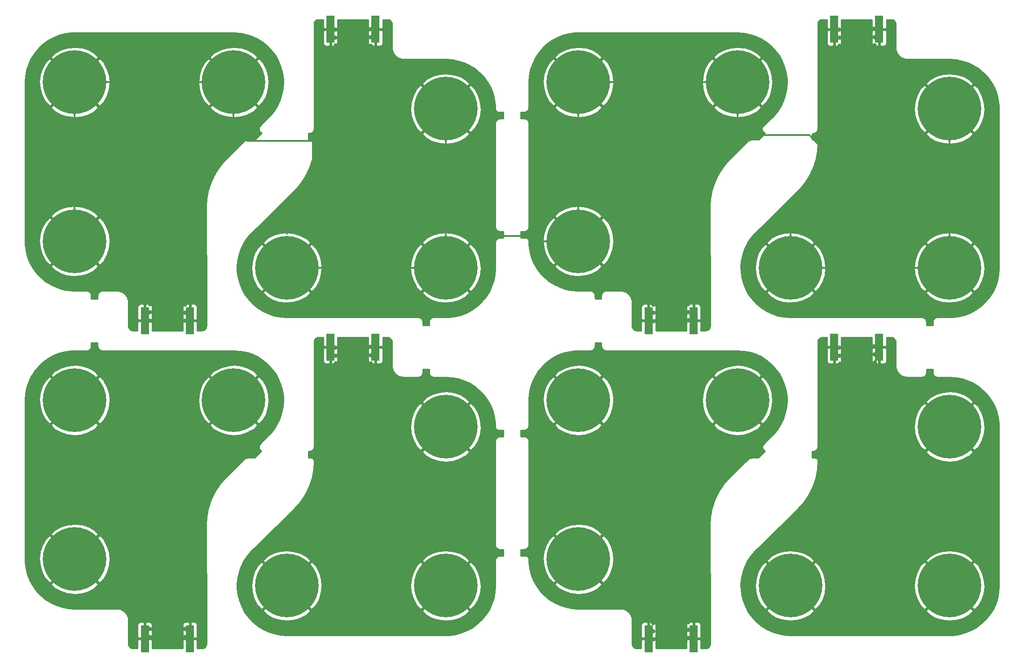
<source format=gbr>
G04 #@! TF.GenerationSoftware,KiCad,Pcbnew,(5.1.5)-3*
G04 #@! TF.CreationDate,2020-03-10T14:16:06+00:00*
G04 #@! TF.ProjectId,led_board,6c65645f-626f-4617-9264-2e6b69636164,rev?*
G04 #@! TF.SameCoordinates,Original*
G04 #@! TF.FileFunction,Copper,L2,Bot*
G04 #@! TF.FilePolarity,Positive*
%FSLAX46Y46*%
G04 Gerber Fmt 4.6, Leading zero omitted, Abs format (unit mm)*
G04 Created by KiCad (PCBNEW (5.1.5)-3) date 2020-03-10 14:16:06*
%MOMM*%
%LPD*%
G04 APERTURE LIST*
%ADD10R,1.500000X5.080000*%
%ADD11C,0.900000*%
%ADD12C,12.000000*%
%ADD13C,0.800000*%
%ADD14C,0.349000*%
%ADD15C,0.254000*%
G04 APERTURE END LIST*
D10*
X183250000Y-90000000D03*
X191750000Y-90000000D03*
X156750000Y-145000000D03*
X148250000Y-145000000D03*
X88250000Y-90000000D03*
X96750000Y-90000000D03*
X61750000Y-145000000D03*
X53250000Y-145000000D03*
X183250000Y-30000000D03*
X191750000Y-30000000D03*
X156750000Y-85000000D03*
X148250000Y-85000000D03*
X88250000Y-30000000D03*
X96750000Y-30000000D03*
X61750000Y-85000000D03*
X53250000Y-85000000D03*
D11*
X208181981Y-131818019D03*
X205000000Y-130500000D03*
X201818019Y-131818019D03*
X200500000Y-135000000D03*
X201818019Y-138181981D03*
X205000000Y-139500000D03*
X208181981Y-138181981D03*
X209500000Y-135000000D03*
D12*
X205000000Y-135000000D03*
D11*
X138181981Y-126818019D03*
X135000000Y-125500000D03*
X131818019Y-126818019D03*
X130500000Y-130000000D03*
X131818019Y-133181981D03*
X135000000Y-134500000D03*
X138181981Y-133181981D03*
X139500000Y-130000000D03*
D12*
X135000000Y-130000000D03*
D11*
X113181981Y-131818019D03*
X110000000Y-130500000D03*
X106818019Y-131818019D03*
X105500000Y-135000000D03*
X106818019Y-138181981D03*
X110000000Y-139500000D03*
X113181981Y-138181981D03*
X114500000Y-135000000D03*
D12*
X110000000Y-135000000D03*
D11*
X73181981Y-96818019D03*
X70000000Y-95500000D03*
X66818019Y-96818019D03*
X65500000Y-100000000D03*
X66818019Y-103181981D03*
X70000000Y-104500000D03*
X73181981Y-103181981D03*
X74500000Y-100000000D03*
D12*
X70000000Y-100000000D03*
D11*
X178181981Y-131818019D03*
X175000000Y-130500000D03*
X171818019Y-131818019D03*
X170500000Y-135000000D03*
X171818019Y-138181981D03*
X175000000Y-139500000D03*
X178181981Y-138181981D03*
X179500000Y-135000000D03*
D12*
X175000000Y-135000000D03*
D11*
X168181981Y-96818019D03*
X165000000Y-95500000D03*
X161818019Y-96818019D03*
X160500000Y-100000000D03*
X161818019Y-103181981D03*
X165000000Y-104500000D03*
X168181981Y-103181981D03*
X169500000Y-100000000D03*
D12*
X165000000Y-100000000D03*
D11*
X83181981Y-131818019D03*
X80000000Y-130500000D03*
X76818019Y-131818019D03*
X75500000Y-135000000D03*
X76818019Y-138181981D03*
X80000000Y-139500000D03*
X83181981Y-138181981D03*
X84500000Y-135000000D03*
D12*
X80000000Y-135000000D03*
D11*
X43181981Y-96818019D03*
X40000000Y-95500000D03*
X36818019Y-96818019D03*
X35500000Y-100000000D03*
X36818019Y-103181981D03*
X40000000Y-104500000D03*
X43181981Y-103181981D03*
X44500000Y-100000000D03*
D12*
X40000000Y-100000000D03*
D11*
X208181981Y-101818019D03*
X205000000Y-100500000D03*
X201818019Y-101818019D03*
X200500000Y-105000000D03*
X201818019Y-108181981D03*
X205000000Y-109500000D03*
X208181981Y-108181981D03*
X209500000Y-105000000D03*
D12*
X205000000Y-105000000D03*
D11*
X138181981Y-96818019D03*
X135000000Y-95500000D03*
X131818019Y-96818019D03*
X130500000Y-100000000D03*
X131818019Y-103181981D03*
X135000000Y-104500000D03*
X138181981Y-103181981D03*
X139500000Y-100000000D03*
D12*
X135000000Y-100000000D03*
D11*
X113181981Y-101818019D03*
X110000000Y-100500000D03*
X106818019Y-101818019D03*
X105500000Y-105000000D03*
X106818019Y-108181981D03*
X110000000Y-109500000D03*
X113181981Y-108181981D03*
X114500000Y-105000000D03*
D12*
X110000000Y-105000000D03*
D11*
X43181981Y-126818019D03*
X40000000Y-125500000D03*
X36818019Y-126818019D03*
X35500000Y-130000000D03*
X36818019Y-133181981D03*
X40000000Y-134500000D03*
X43181981Y-133181981D03*
X44500000Y-130000000D03*
D12*
X40000000Y-130000000D03*
D11*
X113181981Y-41818019D03*
X110000000Y-40500000D03*
X106818019Y-41818019D03*
X105500000Y-45000000D03*
X106818019Y-48181981D03*
X110000000Y-49500000D03*
X113181981Y-48181981D03*
X114500000Y-45000000D03*
D12*
X110000000Y-45000000D03*
D11*
X113181981Y-71818019D03*
X110000000Y-70500000D03*
X106818019Y-71818019D03*
X105500000Y-75000000D03*
X106818019Y-78181981D03*
X110000000Y-79500000D03*
X113181981Y-78181981D03*
X114500000Y-75000000D03*
D12*
X110000000Y-75000000D03*
D11*
X83181981Y-71818019D03*
X80000000Y-70500000D03*
X76818019Y-71818019D03*
X75500000Y-75000000D03*
X76818019Y-78181981D03*
X80000000Y-79500000D03*
X83181981Y-78181981D03*
X84500000Y-75000000D03*
D12*
X80000000Y-75000000D03*
X70000000Y-40000000D03*
D11*
X70000000Y-35500000D03*
X73181981Y-36818019D03*
X74500000Y-40000000D03*
X73181981Y-43181981D03*
X70000000Y-44500000D03*
X66818019Y-43181981D03*
X65500000Y-40000000D03*
X66818019Y-36818019D03*
D12*
X40000000Y-70000000D03*
D11*
X40000000Y-65500000D03*
X43181981Y-66818019D03*
X44500000Y-70000000D03*
X43181981Y-73181981D03*
X40000000Y-74500000D03*
X36818019Y-73181981D03*
X35500000Y-70000000D03*
X36818019Y-66818019D03*
D12*
X40000000Y-40000000D03*
D11*
X40000000Y-35500000D03*
X43181981Y-36818019D03*
X44500000Y-40000000D03*
X43181981Y-43181981D03*
X40000000Y-44500000D03*
X36818019Y-43181981D03*
X35500000Y-40000000D03*
X36818019Y-36818019D03*
X208181981Y-71818019D03*
X205000000Y-70500000D03*
X201818019Y-71818019D03*
X200500000Y-75000000D03*
X201818019Y-78181981D03*
X205000000Y-79500000D03*
X208181981Y-78181981D03*
X209500000Y-75000000D03*
D12*
X205000000Y-75000000D03*
D11*
X168181981Y-36818019D03*
X165000000Y-35500000D03*
X161818019Y-36818019D03*
X160500000Y-40000000D03*
X161818019Y-43181981D03*
X165000000Y-44500000D03*
X168181981Y-43181981D03*
X169500000Y-40000000D03*
D12*
X165000000Y-40000000D03*
D11*
X178181981Y-71818019D03*
X175000000Y-70500000D03*
X171818019Y-71818019D03*
X170500000Y-75000000D03*
X171818019Y-78181981D03*
X175000000Y-79500000D03*
X178181981Y-78181981D03*
X179500000Y-75000000D03*
D12*
X175000000Y-75000000D03*
D11*
X138181981Y-66818019D03*
X135000000Y-65500000D03*
X131818019Y-66818019D03*
X130500000Y-70000000D03*
X131818019Y-73181981D03*
X135000000Y-74500000D03*
X138181981Y-73181981D03*
X139500000Y-70000000D03*
D12*
X135000000Y-70000000D03*
D11*
X208181981Y-41818019D03*
X205000000Y-40500000D03*
X201818019Y-41818019D03*
X200500000Y-45000000D03*
X201818019Y-48181981D03*
X205000000Y-49500000D03*
X208181981Y-48181981D03*
X209500000Y-45000000D03*
D12*
X205000000Y-45000000D03*
D11*
X138181981Y-36818019D03*
X135000000Y-35500000D03*
X131818019Y-36818019D03*
X130500000Y-40000000D03*
X131818019Y-43181981D03*
X135000000Y-44500000D03*
X138181981Y-43181981D03*
X139500000Y-40000000D03*
D12*
X135000000Y-40000000D03*
D13*
X99781583Y-58220725D03*
X99763333Y-60033225D03*
X99799833Y-56408225D03*
X60800000Y-83471689D03*
X60800000Y-81943378D03*
X60800000Y-80415068D03*
X60800000Y-78886757D03*
X60800000Y-77358446D03*
X60800000Y-75830136D03*
X60800000Y-74301825D03*
X60800000Y-72773514D03*
X60799391Y-71245205D03*
X60780341Y-69717047D03*
X60730297Y-68189587D03*
X60647886Y-66663531D03*
X60533965Y-65139506D03*
X60389152Y-63618103D03*
X60212010Y-62100125D03*
X60005345Y-60585872D03*
X59789488Y-59072882D03*
X59573632Y-57559892D03*
X59357775Y-56046902D03*
X60800000Y-85000000D03*
X59141919Y-54533912D03*
X53268875Y-60097752D03*
X53489140Y-61641640D03*
X53696677Y-63187259D03*
X53869148Y-64737176D03*
X54005418Y-66290689D03*
X54106324Y-67846904D03*
X54170034Y-69405086D03*
X54198081Y-70964311D03*
X54200000Y-72523828D03*
X54200000Y-74083350D03*
X54200000Y-75642871D03*
X54200000Y-77202393D03*
X54200000Y-78761914D03*
X54200000Y-80321435D03*
X54200000Y-81880957D03*
X54200000Y-83440478D03*
X54200000Y-85000000D03*
X96085768Y-50342467D03*
X96024352Y-48776099D03*
X95982178Y-47209095D03*
X95958088Y-45641707D03*
X95942262Y-44074205D03*
X95926437Y-42506703D03*
X95910611Y-40939201D03*
X95894785Y-39371698D03*
X95878960Y-37804196D03*
X95863134Y-36236694D03*
X95847308Y-34669191D03*
X95831483Y-33101689D03*
X95815657Y-31534187D03*
X95799832Y-29966685D03*
X89215449Y-31546967D03*
X89230731Y-33060619D03*
X89246013Y-34574272D03*
X89261295Y-36087924D03*
X89276577Y-37601577D03*
X89291859Y-39115229D03*
X89307141Y-40628882D03*
X89322423Y-42142534D03*
X89337705Y-43656187D03*
X89352987Y-45169839D03*
X89371209Y-46683455D03*
X89404131Y-48196817D03*
X89453451Y-49709735D03*
X89519906Y-51221996D03*
X89602575Y-52733457D03*
X89701902Y-54243916D03*
X89818050Y-55753174D03*
X89944981Y-57261571D03*
X90072616Y-58769910D03*
X89200168Y-30033315D03*
X90200252Y-60278250D03*
X60800000Y-143175860D03*
X60800000Y-141661721D03*
X60800000Y-140147582D03*
X60800000Y-138633443D03*
X60800000Y-137119303D03*
X60800000Y-135605164D03*
X60800000Y-134091025D03*
X60800000Y-132576886D03*
X60799956Y-131062747D03*
X60783479Y-129548726D03*
X60736508Y-128035349D03*
X60659062Y-126523221D03*
X60549448Y-125013083D03*
X60409325Y-123505475D03*
X60238863Y-122000992D03*
X60036296Y-120500499D03*
X59811859Y-119003086D03*
X59587421Y-117505673D03*
X59362983Y-116008260D03*
X60800000Y-144690000D03*
X59138546Y-114510848D03*
X52840043Y-117014266D03*
X53068633Y-118539381D03*
X53297223Y-120064496D03*
X53525813Y-121589610D03*
X53725687Y-123118716D03*
X53891193Y-124651917D03*
X54021096Y-126188550D03*
X54115628Y-127727758D03*
X54175418Y-129268712D03*
X54198774Y-130810648D03*
X54200000Y-132352796D03*
X54200000Y-133894946D03*
X54200000Y-135437097D03*
X54200000Y-136979247D03*
X54200000Y-138521398D03*
X54200000Y-140063548D03*
X54200000Y-141605699D03*
X54200000Y-143147849D03*
X52611454Y-115489152D03*
X54200000Y-144690000D03*
X96717663Y-118240697D03*
X96628164Y-116669008D03*
X96539583Y-115097268D03*
X96458001Y-113525151D03*
X96384622Y-111952630D03*
X96319536Y-110379743D03*
X96262774Y-108806534D03*
X96214188Y-107233052D03*
X96173776Y-105659337D03*
X96136305Y-104085549D03*
X96098834Y-102511760D03*
X96061362Y-100937971D03*
X96023891Y-99364183D03*
X95986420Y-97790394D03*
X95948949Y-96216605D03*
X95911478Y-94642817D03*
X95874007Y-93069028D03*
X95836536Y-91495239D03*
X95799065Y-89921451D03*
X89236792Y-91584561D03*
X89272649Y-93090573D03*
X89308507Y-94596585D03*
X89344364Y-96102597D03*
X89380222Y-97608609D03*
X89416079Y-99114621D03*
X89451936Y-100620633D03*
X89487794Y-102126645D03*
X89523651Y-103632657D03*
X89559509Y-105138669D03*
X89595948Y-106644667D03*
X89638370Y-108150506D03*
X89688159Y-109656120D03*
X89745242Y-111161476D03*
X89809988Y-112666521D03*
X89881962Y-114171237D03*
X89961421Y-115675577D03*
X90046547Y-117179609D03*
X90132192Y-118683611D03*
X89200935Y-90078549D03*
X90217837Y-120187614D03*
X155751078Y-143382947D03*
X155703766Y-141868970D03*
X155656454Y-140354993D03*
X155609142Y-138841016D03*
X155561830Y-137327039D03*
X155514518Y-135813062D03*
X155467206Y-134299085D03*
X155400067Y-132785959D03*
X155269268Y-131277058D03*
X155070701Y-129775543D03*
X154802763Y-128284848D03*
X154468380Y-126807667D03*
X154068253Y-125346930D03*
X153603178Y-123905540D03*
X153082888Y-122483032D03*
X152652580Y-121031640D03*
X152390655Y-119540619D03*
X152300537Y-118029429D03*
X152300000Y-116514716D03*
X155798390Y-144896925D03*
X152300000Y-115000000D03*
X145700000Y-116525025D03*
X145700353Y-118050050D03*
X145763505Y-119573370D03*
X145941696Y-121087558D03*
X146237538Y-122583217D03*
X146645969Y-124052115D03*
X147158382Y-125488263D03*
X147651766Y-126931059D03*
X148063145Y-128399297D03*
X148391466Y-129888301D03*
X148635698Y-131393419D03*
X148793262Y-132910078D03*
X148868172Y-134433102D03*
X148915806Y-135957383D03*
X148963440Y-137481665D03*
X149011074Y-139005947D03*
X149058708Y-140530229D03*
X149106342Y-142054511D03*
X149153976Y-143578793D03*
X145700000Y-115000000D03*
X149201610Y-145103075D03*
X194300000Y-118475178D03*
X194299667Y-116950358D03*
X194262401Y-115426132D03*
X194157746Y-113905069D03*
X193985903Y-112390123D03*
X193747196Y-110884238D03*
X193439598Y-109390896D03*
X193065757Y-107912772D03*
X192626893Y-106452643D03*
X192146950Y-105005333D03*
X191711589Y-103544424D03*
X191401195Y-102052008D03*
X191220615Y-100538384D03*
X191149183Y-99015341D03*
X191090579Y-97491646D03*
X191031976Y-95967951D03*
X190973372Y-94444256D03*
X190914769Y-92920561D03*
X190856165Y-91396866D03*
X194300000Y-120000000D03*
X190797562Y-89873171D03*
X184260553Y-91637846D03*
X184318669Y-93148864D03*
X184376785Y-94659882D03*
X184434901Y-96170900D03*
X184493017Y-97681918D03*
X184551133Y-99192936D03*
X184616762Y-100703599D03*
X184757045Y-102208955D03*
X184991242Y-103702577D03*
X185316963Y-105178952D03*
X185734554Y-106632009D03*
X186210579Y-108067254D03*
X186659703Y-109510968D03*
X187032151Y-110976314D03*
X187321651Y-112460282D03*
X187529712Y-113957798D03*
X187655979Y-115464418D03*
X187699589Y-116975731D03*
X184202438Y-90126829D03*
X191706704Y-54931970D03*
X191552149Y-53375229D03*
X191423043Y-51816167D03*
X191320117Y-50255160D03*
X191242269Y-48692702D03*
X191190810Y-47129150D03*
X191154605Y-45565153D03*
X191119059Y-44001139D03*
X191083513Y-42437126D03*
X191047967Y-40873113D03*
X191012422Y-39309099D03*
X190976876Y-37745086D03*
X190941330Y-36181073D03*
X190905785Y-34617059D03*
X190870239Y-33053046D03*
X190834693Y-31489033D03*
X190799148Y-29925020D03*
X184235382Y-31594322D03*
X184269912Y-33113665D03*
X184304443Y-34633007D03*
X184338973Y-36152350D03*
X184373504Y-37671692D03*
X184408034Y-39191035D03*
X184442565Y-40710378D03*
X184477095Y-42229720D03*
X184511625Y-43749063D03*
X184546156Y-45268405D03*
X184580686Y-46787748D03*
X184622826Y-48306888D03*
X184687344Y-49825236D03*
X184774425Y-51342457D03*
X184883675Y-52858244D03*
X185016399Y-54372157D03*
X185171355Y-55883954D03*
X185348482Y-57393316D03*
X185536982Y-58901315D03*
X184200852Y-30074980D03*
X185725483Y-60409315D03*
X155766117Y-83405588D03*
X155733015Y-81882899D03*
X155699913Y-80360210D03*
X155666811Y-78837521D03*
X155633709Y-77314832D03*
X155600607Y-75792143D03*
X155567505Y-74269454D03*
X155534403Y-72746765D03*
X155501301Y-71224076D03*
X155468199Y-69701387D03*
X155435097Y-68178698D03*
X155401001Y-66656032D03*
X155349861Y-65133867D03*
X155271949Y-63612835D03*
X155166684Y-62093451D03*
X155035241Y-60576109D03*
X154876932Y-59061333D03*
X154691587Y-57549628D03*
X154482224Y-56041051D03*
X155799220Y-84928277D03*
X154266833Y-54533310D03*
X148352691Y-60109669D03*
X148508044Y-61663364D03*
X148632063Y-63219872D03*
X148726314Y-64778464D03*
X148789766Y-66338616D03*
X148827472Y-67899621D03*
X148861409Y-69460721D03*
X148895346Y-71021821D03*
X148929283Y-72582922D03*
X148963220Y-74144022D03*
X148997157Y-75705122D03*
X149031094Y-77266222D03*
X149065031Y-78827322D03*
X149098968Y-80388422D03*
X149132905Y-81949522D03*
X149166842Y-83510622D03*
X149200780Y-85071723D03*
X192205848Y-63231074D03*
X191205848Y-63293574D03*
X193205848Y-63168574D03*
X191893179Y-56539533D03*
X187000000Y-121000000D03*
X98000000Y-119000000D03*
X98000000Y-120000000D03*
X98000000Y-121000000D03*
X97000000Y-53000000D03*
X98000000Y-53000000D03*
X194000000Y-56000000D03*
X193000000Y-56000000D03*
X188000000Y-121000000D03*
X153000000Y-114000000D03*
X153000000Y-115000000D03*
X153000000Y-116000000D03*
X187000000Y-119000000D03*
X187000000Y-120000000D03*
X51000000Y-59000000D03*
X52000000Y-59000000D03*
X51000000Y-60000000D03*
X52000000Y-114000000D03*
X52000000Y-115000000D03*
X52000000Y-115000000D03*
X52000000Y-116000000D03*
X51000000Y-116000000D03*
X99000000Y-119000000D03*
X99000000Y-120000000D03*
X99000000Y-121000000D03*
X193000000Y-55000000D03*
X194000000Y-55000000D03*
X146000000Y-60000000D03*
X147000000Y-60000000D03*
X147000000Y-61000000D03*
X146000000Y-61000000D03*
X97000000Y-52000000D03*
X98000000Y-52000000D03*
X51000000Y-60000000D03*
X51000000Y-60000000D03*
X52000000Y-60000000D03*
X51000000Y-115000000D03*
X51000000Y-114000000D03*
X56500000Y-51900000D03*
X58300000Y-53000000D03*
X58500000Y-113150000D03*
X57050000Y-112000000D03*
X55150000Y-111850000D03*
X188000000Y-120000000D03*
X188000000Y-119000000D03*
X96165378Y-51908016D03*
X53369043Y-58913560D03*
X55424043Y-58033560D03*
X52825957Y-51966440D03*
X50770957Y-52846440D03*
X144350000Y-55250000D03*
X145250000Y-54150000D03*
X146250000Y-53150000D03*
X147300000Y-52250000D03*
D14*
X61514719Y-40000000D02*
X40000000Y-40000000D01*
X70000000Y-40000000D02*
X61514719Y-40000000D01*
X40000000Y-40000000D02*
X40000000Y-70000000D01*
X84921817Y-51333897D02*
X84921817Y-60078183D01*
X84688410Y-51100490D02*
X84921817Y-51333897D01*
X72615209Y-51100490D02*
X84688410Y-51100490D01*
X70000000Y-40000000D02*
X70000000Y-48485281D01*
X70000000Y-48485281D02*
X72615209Y-51100490D01*
X84921817Y-60078183D02*
X80000000Y-65000000D01*
X80000000Y-65000000D02*
X80000000Y-68625499D01*
X80000000Y-75000000D02*
X110000000Y-75000000D01*
X110000000Y-75000000D02*
X110000000Y-45000000D01*
X135000000Y-70000000D02*
X135000000Y-40000000D01*
X143485281Y-40000000D02*
X165000000Y-40000000D01*
X135000000Y-40000000D02*
X143485281Y-40000000D01*
X175000000Y-75000000D02*
X205000000Y-75000000D01*
X205000000Y-75000000D02*
X205000000Y-45000000D01*
X165000000Y-48485281D02*
X166514719Y-50000000D01*
X165000000Y-40000000D02*
X165000000Y-48485281D01*
X180999999Y-52412079D02*
X180999999Y-59000001D01*
X166514719Y-50000000D02*
X178587920Y-50000000D01*
X178587920Y-50000000D02*
X180999999Y-52412079D01*
X180999999Y-59000001D02*
X175000000Y-65000000D01*
X175000000Y-65000000D02*
X175000000Y-75000000D01*
X115999999Y-69000001D02*
X110000000Y-75000000D01*
X126514719Y-70000000D02*
X125514720Y-69000001D01*
X135000000Y-70000000D02*
X126514719Y-70000000D01*
X125514720Y-69000001D02*
X115999999Y-69000001D01*
D15*
G36*
X139340407Y-89793543D02*
G01*
X139343130Y-89821140D01*
X139343121Y-89822458D01*
X139344020Y-89831629D01*
X139346393Y-89854208D01*
X139349975Y-89890505D01*
X139354714Y-89906116D01*
X139360871Y-89936113D01*
X139372084Y-89994891D01*
X139374748Y-90003713D01*
X139388392Y-90047787D01*
X139411554Y-90102884D01*
X139433979Y-90158388D01*
X139438306Y-90166524D01*
X139460250Y-90207109D01*
X139493689Y-90256683D01*
X139526442Y-90306739D01*
X139532267Y-90313880D01*
X139561675Y-90349430D01*
X139604131Y-90391593D01*
X139645986Y-90434334D01*
X139653087Y-90440208D01*
X139688841Y-90469368D01*
X139738653Y-90502462D01*
X139788023Y-90536267D01*
X139796130Y-90540650D01*
X139836866Y-90562310D01*
X139892138Y-90585091D01*
X139947152Y-90608670D01*
X139955955Y-90611394D01*
X140000123Y-90624729D01*
X140058808Y-90636349D01*
X140094484Y-90643932D01*
X140107349Y-90647836D01*
X140122516Y-90649331D01*
X140126479Y-90649748D01*
X140126481Y-90649748D01*
X140172398Y-90654250D01*
X140172403Y-90654250D01*
X140204312Y-90657396D01*
X164979212Y-90659997D01*
X166170449Y-90734944D01*
X167322444Y-90954698D01*
X168437801Y-91317100D01*
X169498955Y-91816441D01*
X170489146Y-92444836D01*
X171392776Y-93192383D01*
X172195588Y-94047292D01*
X172884922Y-94996079D01*
X173449903Y-96023774D01*
X173881627Y-97114186D01*
X174173281Y-98250103D01*
X174321571Y-99423941D01*
X174339348Y-99989604D01*
X174265055Y-101170448D01*
X174045301Y-102322442D01*
X173682899Y-103437800D01*
X173183559Y-104498951D01*
X172555164Y-105489143D01*
X171797675Y-106404791D01*
X171602198Y-106606507D01*
X169921889Y-108265052D01*
X169859589Y-108339964D01*
X169827954Y-108398233D01*
X169827166Y-108399401D01*
X169822840Y-108407538D01*
X169821233Y-108410612D01*
X169797558Y-108454219D01*
X169788728Y-108482658D01*
X169783882Y-108494653D01*
X169760693Y-108549815D01*
X169758030Y-108558637D01*
X169747937Y-108592928D01*
X169736726Y-108651699D01*
X169724698Y-108710288D01*
X169723800Y-108719459D01*
X169720560Y-108755059D01*
X169720977Y-108814848D01*
X169720560Y-108874705D01*
X169721459Y-108883876D01*
X169725196Y-108919427D01*
X169737227Y-108978030D01*
X169748435Y-109036783D01*
X169751099Y-109045605D01*
X169761670Y-109079753D01*
X169784846Y-109134885D01*
X169807259Y-109190358D01*
X169811585Y-109198494D01*
X169828587Y-109229938D01*
X169862015Y-109279496D01*
X169894777Y-109329565D01*
X169900602Y-109336707D01*
X169923387Y-109364251D01*
X169965845Y-109406415D01*
X170007700Y-109449157D01*
X170014801Y-109455031D01*
X170042503Y-109477624D01*
X170092325Y-109510725D01*
X170141687Y-109544524D01*
X170149794Y-109548907D01*
X170181357Y-109565689D01*
X170233297Y-109587097D01*
X168974949Y-110845445D01*
X167866275Y-110846017D01*
X167858049Y-110846831D01*
X167843274Y-110847209D01*
X167807466Y-110851646D01*
X167771403Y-110852985D01*
X167762281Y-110854288D01*
X167615207Y-110876337D01*
X167557212Y-110890933D01*
X167498987Y-110904725D01*
X167490291Y-110907775D01*
X167350302Y-110957971D01*
X167296267Y-110983544D01*
X167241813Y-111008390D01*
X167233875Y-111013071D01*
X167106302Y-111089501D01*
X167058248Y-111125094D01*
X167009669Y-111160035D01*
X167002791Y-111166168D01*
X166907607Y-111252253D01*
X166898217Y-111259745D01*
X163516545Y-114549534D01*
X163503575Y-114564901D01*
X162749647Y-115393457D01*
X162734412Y-115412271D01*
X162718428Y-115430401D01*
X162705892Y-115446916D01*
X161886585Y-116562266D01*
X161871528Y-116585451D01*
X161855755Y-116608146D01*
X161845200Y-116625992D01*
X161159519Y-117828121D01*
X161147229Y-117852879D01*
X161134167Y-117877239D01*
X161125738Y-117896170D01*
X161125733Y-117896181D01*
X161125730Y-117896190D01*
X160582765Y-119169151D01*
X160573397Y-119195172D01*
X160563227Y-119220859D01*
X160557026Y-119240644D01*
X160163968Y-120567587D01*
X160157658Y-120594492D01*
X160150502Y-120621197D01*
X160146617Y-120641564D01*
X159908679Y-122004889D01*
X159905501Y-122032350D01*
X159901464Y-122059692D01*
X159899945Y-122080369D01*
X159821028Y-123449043D01*
X159819149Y-123468345D01*
X159840001Y-141501175D01*
X159840000Y-144532418D01*
X159840001Y-144532428D01*
X159840000Y-145967722D01*
X159820898Y-146162540D01*
X159773692Y-146318895D01*
X159697018Y-146463096D01*
X159593792Y-146589664D01*
X159467951Y-146693768D01*
X159324289Y-146771447D01*
X159168271Y-146819742D01*
X158975527Y-146840000D01*
X158137118Y-146840000D01*
X158135000Y-145285750D01*
X157976250Y-145127000D01*
X156877000Y-145127000D01*
X156877000Y-146840000D01*
X156623000Y-146840000D01*
X156623000Y-145127000D01*
X155523750Y-145127000D01*
X155365000Y-145285750D01*
X155362882Y-146840000D01*
X149637118Y-146840000D01*
X149635000Y-145285750D01*
X149476250Y-145127000D01*
X148377000Y-145127000D01*
X148377000Y-146840000D01*
X148123000Y-146840000D01*
X148123000Y-145127000D01*
X147023750Y-145127000D01*
X146865000Y-145285750D01*
X146862882Y-146840000D01*
X146032277Y-146840000D01*
X145837460Y-146820898D01*
X145681105Y-146773692D01*
X145536904Y-146697018D01*
X145410336Y-146593792D01*
X145306232Y-146467951D01*
X145228553Y-146324289D01*
X145180258Y-146168271D01*
X145160000Y-145975527D01*
X145160000Y-142460000D01*
X146861928Y-142460000D01*
X146865000Y-144714250D01*
X147023750Y-144873000D01*
X148123000Y-144873000D01*
X148123000Y-141983750D01*
X148377000Y-141983750D01*
X148377000Y-144873000D01*
X149476250Y-144873000D01*
X149635000Y-144714250D01*
X149638072Y-142460000D01*
X155361928Y-142460000D01*
X155365000Y-144714250D01*
X155523750Y-144873000D01*
X156623000Y-144873000D01*
X156623000Y-141983750D01*
X156877000Y-141983750D01*
X156877000Y-144873000D01*
X157976250Y-144873000D01*
X158135000Y-144714250D01*
X158138072Y-142460000D01*
X158125812Y-142335518D01*
X158089502Y-142215820D01*
X158030537Y-142105506D01*
X157951185Y-142008815D01*
X157854494Y-141929463D01*
X157744180Y-141870498D01*
X157624482Y-141834188D01*
X157500000Y-141821928D01*
X157035750Y-141825000D01*
X156877000Y-141983750D01*
X156623000Y-141983750D01*
X156464250Y-141825000D01*
X156000000Y-141821928D01*
X155875518Y-141834188D01*
X155755820Y-141870498D01*
X155645506Y-141929463D01*
X155548815Y-142008815D01*
X155469463Y-142105506D01*
X155410498Y-142215820D01*
X155374188Y-142335518D01*
X155361928Y-142460000D01*
X149638072Y-142460000D01*
X149625812Y-142335518D01*
X149589502Y-142215820D01*
X149530537Y-142105506D01*
X149451185Y-142008815D01*
X149354494Y-141929463D01*
X149244180Y-141870498D01*
X149124482Y-141834188D01*
X149000000Y-141821928D01*
X148535750Y-141825000D01*
X148377000Y-141983750D01*
X148123000Y-141983750D01*
X147964250Y-141825000D01*
X147500000Y-141821928D01*
X147375518Y-141834188D01*
X147255820Y-141870498D01*
X147145506Y-141929463D01*
X147048815Y-142008815D01*
X146969463Y-142105506D01*
X146910498Y-142215820D01*
X146874188Y-142335518D01*
X146861928Y-142460000D01*
X145160000Y-142460000D01*
X145160000Y-141467581D01*
X145157182Y-141438972D01*
X145157247Y-141429712D01*
X145156348Y-141420541D01*
X145125748Y-141129395D01*
X145113710Y-141070753D01*
X145102510Y-141012037D01*
X145099847Y-141003216D01*
X145013279Y-140723560D01*
X144990101Y-140668422D01*
X144967689Y-140612950D01*
X144963362Y-140604814D01*
X144824123Y-140347298D01*
X144790701Y-140297749D01*
X144757920Y-140247653D01*
X144752095Y-140240512D01*
X144565490Y-140014945D01*
X144523054Y-139972804D01*
X144481191Y-139930055D01*
X144474091Y-139924181D01*
X144247227Y-139739155D01*
X144197408Y-139706055D01*
X144148045Y-139672256D01*
X144139939Y-139667873D01*
X143881458Y-139530436D01*
X143826164Y-139507645D01*
X143771171Y-139484075D01*
X143762368Y-139481350D01*
X143482114Y-139396736D01*
X143423429Y-139385116D01*
X143364921Y-139372680D01*
X143355758Y-139371717D01*
X143355756Y-139371717D01*
X143064404Y-139343150D01*
X143064402Y-139343150D01*
X143032419Y-139340000D01*
X135020747Y-139340000D01*
X133829552Y-139265056D01*
X132677556Y-139045302D01*
X131562199Y-138682900D01*
X130501048Y-138183560D01*
X129510856Y-137555165D01*
X128607220Y-136807612D01*
X127804412Y-135952708D01*
X127115078Y-135003922D01*
X126943063Y-134691028D01*
X130488577Y-134691028D01*
X131184631Y-135467471D01*
X132324592Y-136106757D01*
X133567369Y-136511363D01*
X134865200Y-136665741D01*
X136168212Y-136563960D01*
X137426330Y-136209928D01*
X138591206Y-135617253D01*
X138815369Y-135467471D01*
X139511423Y-134691028D01*
X135000000Y-130179605D01*
X130488577Y-134691028D01*
X126943063Y-134691028D01*
X126550097Y-133976227D01*
X126118373Y-132885813D01*
X125826719Y-131749897D01*
X125678429Y-130576058D01*
X125660987Y-130021040D01*
X125663189Y-129997945D01*
X125650045Y-129868602D01*
X125649002Y-129865200D01*
X128334259Y-129865200D01*
X128436040Y-131168212D01*
X128790072Y-132426330D01*
X129382747Y-133591206D01*
X129532529Y-133815369D01*
X130308972Y-134511423D01*
X134820395Y-130000000D01*
X135179605Y-130000000D01*
X139691028Y-134511423D01*
X140467471Y-133815369D01*
X141106757Y-132675408D01*
X141511363Y-131432631D01*
X141665741Y-130134800D01*
X141563960Y-128831788D01*
X141209928Y-127573670D01*
X140617253Y-126408794D01*
X140467471Y-126184631D01*
X139691028Y-125488577D01*
X135179605Y-130000000D01*
X134820395Y-130000000D01*
X130308972Y-125488577D01*
X129532529Y-126184631D01*
X128893243Y-127324592D01*
X128488637Y-128567369D01*
X128334259Y-129865200D01*
X125649002Y-129865200D01*
X125611920Y-129744309D01*
X125550280Y-129629843D01*
X125467492Y-129529601D01*
X125366738Y-129447436D01*
X125251892Y-129386507D01*
X125127365Y-129349153D01*
X125030372Y-129339903D01*
X124127000Y-129342704D01*
X124127000Y-128153936D01*
X124759734Y-128150395D01*
X124761050Y-128150390D01*
X124761077Y-128150387D01*
X124793111Y-128150208D01*
X124817461Y-128147672D01*
X124818458Y-128147679D01*
X124827629Y-128146780D01*
X124873514Y-128141957D01*
X124874730Y-128141707D01*
X124890020Y-128140115D01*
X124904855Y-128135524D01*
X124932113Y-128129929D01*
X124990891Y-128118716D01*
X124999713Y-128116052D01*
X125043787Y-128102408D01*
X125098884Y-128079246D01*
X125154388Y-128056821D01*
X125162524Y-128052494D01*
X125203109Y-128030550D01*
X125252683Y-127997111D01*
X125302739Y-127964358D01*
X125309880Y-127958533D01*
X125345430Y-127929125D01*
X125387593Y-127886669D01*
X125430334Y-127844814D01*
X125436208Y-127837713D01*
X125465368Y-127801959D01*
X125498462Y-127752147D01*
X125532267Y-127702777D01*
X125536650Y-127694670D01*
X125558310Y-127653934D01*
X125581091Y-127598662D01*
X125604670Y-127543648D01*
X125607394Y-127534845D01*
X125620729Y-127490677D01*
X125632349Y-127431992D01*
X125639894Y-127396493D01*
X125643798Y-127383643D01*
X125645083Y-127370644D01*
X125645748Y-127364319D01*
X125650250Y-127318402D01*
X125650250Y-127318396D01*
X125653386Y-127286682D01*
X125654176Y-125308972D01*
X130488577Y-125308972D01*
X135000000Y-129820395D01*
X139511423Y-125308972D01*
X138815369Y-124532529D01*
X137675408Y-123893243D01*
X136432631Y-123488637D01*
X135134800Y-123334259D01*
X133831788Y-123436040D01*
X132573670Y-123790072D01*
X131408794Y-124382747D01*
X131184631Y-124532529D01*
X130488577Y-125308972D01*
X125654176Y-125308972D01*
X125661212Y-107714645D01*
X125658470Y-107686685D01*
X125658479Y-107685343D01*
X125657580Y-107676172D01*
X125655455Y-107655954D01*
X125651701Y-107617677D01*
X125646951Y-107601997D01*
X125640729Y-107571682D01*
X125629516Y-107512909D01*
X125626853Y-107504087D01*
X125613208Y-107460013D01*
X125590041Y-107404905D01*
X125567621Y-107349412D01*
X125563294Y-107341276D01*
X125541350Y-107300692D01*
X125507923Y-107251134D01*
X125475158Y-107201061D01*
X125469333Y-107193920D01*
X125439925Y-107158370D01*
X125397488Y-107116226D01*
X125355614Y-107073465D01*
X125348513Y-107067592D01*
X125312759Y-107038432D01*
X125262921Y-107005320D01*
X125213576Y-106971533D01*
X125205470Y-106967150D01*
X125164733Y-106945490D01*
X125109447Y-106922703D01*
X125054448Y-106899130D01*
X125045650Y-106896408D01*
X125045643Y-106896405D01*
X125045636Y-106896404D01*
X125001477Y-106883071D01*
X124942777Y-106871448D01*
X124908404Y-106864142D01*
X124895676Y-106860249D01*
X124885049Y-106859178D01*
X124884283Y-106859015D01*
X124875121Y-106858052D01*
X124875119Y-106858052D01*
X124829836Y-106853612D01*
X124798734Y-106850477D01*
X124127000Y-106848934D01*
X124127000Y-105669891D01*
X124787837Y-105671475D01*
X124817045Y-105668669D01*
X124818458Y-105668679D01*
X124827629Y-105667780D01*
X124841734Y-105666297D01*
X124884824Y-105662158D01*
X124900769Y-105657363D01*
X124932113Y-105650929D01*
X124990891Y-105639716D01*
X124999713Y-105637052D01*
X125043787Y-105623408D01*
X125098884Y-105600246D01*
X125154388Y-105577821D01*
X125162524Y-105573494D01*
X125203109Y-105551550D01*
X125252683Y-105518111D01*
X125302739Y-105485358D01*
X125309880Y-105479533D01*
X125345430Y-105450125D01*
X125387593Y-105407669D01*
X125430334Y-105365814D01*
X125436208Y-105358713D01*
X125465368Y-105322959D01*
X125498462Y-105273147D01*
X125532267Y-105223777D01*
X125536650Y-105215670D01*
X125558310Y-105174934D01*
X125581091Y-105119662D01*
X125604670Y-105064648D01*
X125607394Y-105055845D01*
X125620729Y-105011677D01*
X125632349Y-104952992D01*
X125639773Y-104918064D01*
X125643670Y-104905281D01*
X125644716Y-104894808D01*
X125644785Y-104894484D01*
X125645748Y-104885319D01*
X125650250Y-104839402D01*
X125653354Y-104808331D01*
X125653516Y-104691028D01*
X130488577Y-104691028D01*
X131184631Y-105467471D01*
X132324592Y-106106757D01*
X133567369Y-106511363D01*
X134865200Y-106665741D01*
X136168212Y-106563960D01*
X137426330Y-106209928D01*
X138591206Y-105617253D01*
X138815369Y-105467471D01*
X139511423Y-104691028D01*
X160488577Y-104691028D01*
X161184631Y-105467471D01*
X162324592Y-106106757D01*
X163567369Y-106511363D01*
X164865200Y-106665741D01*
X166168212Y-106563960D01*
X167426330Y-106209928D01*
X168591206Y-105617253D01*
X168815369Y-105467471D01*
X169511423Y-104691028D01*
X165000000Y-100179605D01*
X160488577Y-104691028D01*
X139511423Y-104691028D01*
X135000000Y-100179605D01*
X130488577Y-104691028D01*
X125653516Y-104691028D01*
X125659971Y-100021206D01*
X125669786Y-99865200D01*
X128334259Y-99865200D01*
X128436040Y-101168212D01*
X128790072Y-102426330D01*
X129382747Y-103591206D01*
X129532529Y-103815369D01*
X130308972Y-104511423D01*
X134820395Y-100000000D01*
X135179605Y-100000000D01*
X139691028Y-104511423D01*
X140467471Y-103815369D01*
X141106757Y-102675408D01*
X141511363Y-101432631D01*
X141665741Y-100134800D01*
X141644682Y-99865200D01*
X158334259Y-99865200D01*
X158436040Y-101168212D01*
X158790072Y-102426330D01*
X159382747Y-103591206D01*
X159532529Y-103815369D01*
X160308972Y-104511423D01*
X164820395Y-100000000D01*
X165179605Y-100000000D01*
X169691028Y-104511423D01*
X170467471Y-103815369D01*
X171106757Y-102675408D01*
X171511363Y-101432631D01*
X171665741Y-100134800D01*
X171563960Y-98831788D01*
X171209928Y-97573670D01*
X170617253Y-96408794D01*
X170467471Y-96184631D01*
X169691028Y-95488577D01*
X165179605Y-100000000D01*
X164820395Y-100000000D01*
X160308972Y-95488577D01*
X159532529Y-96184631D01*
X158893243Y-97324592D01*
X158488637Y-98567369D01*
X158334259Y-99865200D01*
X141644682Y-99865200D01*
X141563960Y-98831788D01*
X141209928Y-97573670D01*
X140617253Y-96408794D01*
X140467471Y-96184631D01*
X139691028Y-95488577D01*
X135179605Y-100000000D01*
X134820395Y-100000000D01*
X130308972Y-95488577D01*
X129532529Y-96184631D01*
X128893243Y-97324592D01*
X128488637Y-98567369D01*
X128334259Y-99865200D01*
X125669786Y-99865200D01*
X125734944Y-98829551D01*
X125954698Y-97677556D01*
X126317100Y-96562199D01*
X126816441Y-95501045D01*
X126938334Y-95308972D01*
X130488577Y-95308972D01*
X135000000Y-99820395D01*
X139511423Y-95308972D01*
X160488577Y-95308972D01*
X165000000Y-99820395D01*
X169511423Y-95308972D01*
X168815369Y-94532529D01*
X167675408Y-93893243D01*
X166432631Y-93488637D01*
X165134800Y-93334259D01*
X163831788Y-93436040D01*
X162573670Y-93790072D01*
X161408794Y-94382747D01*
X161184631Y-94532529D01*
X160488577Y-95308972D01*
X139511423Y-95308972D01*
X138815369Y-94532529D01*
X137675408Y-93893243D01*
X136432631Y-93488637D01*
X135134800Y-93334259D01*
X133831788Y-93436040D01*
X132573670Y-93790072D01*
X131408794Y-94382747D01*
X131184631Y-94532529D01*
X130488577Y-95308972D01*
X126938334Y-95308972D01*
X127444836Y-94510854D01*
X128192383Y-93607224D01*
X129047292Y-92804412D01*
X129996079Y-92115078D01*
X131023774Y-91550097D01*
X132114186Y-91118373D01*
X133250103Y-90826719D01*
X134423941Y-90678429D01*
X135009626Y-90660023D01*
X137295903Y-90665272D01*
X137325048Y-90662469D01*
X137326458Y-90662479D01*
X137335629Y-90661580D01*
X137349987Y-90660071D01*
X137392889Y-90655945D01*
X137408820Y-90651152D01*
X137440113Y-90644729D01*
X137498891Y-90633516D01*
X137507713Y-90630852D01*
X137551787Y-90617208D01*
X137606884Y-90594046D01*
X137662388Y-90571621D01*
X137670524Y-90567294D01*
X137711109Y-90545350D01*
X137760683Y-90511911D01*
X137810739Y-90479158D01*
X137817880Y-90473333D01*
X137853430Y-90443925D01*
X137895593Y-90401469D01*
X137938334Y-90359614D01*
X137944208Y-90352513D01*
X137973368Y-90316759D01*
X138006462Y-90266947D01*
X138040267Y-90217577D01*
X138044650Y-90209470D01*
X138066310Y-90168734D01*
X138089091Y-90113462D01*
X138112670Y-90058448D01*
X138115394Y-90049645D01*
X138128729Y-90005477D01*
X138140349Y-89946792D01*
X138147970Y-89910938D01*
X138151874Y-89898059D01*
X138153560Y-89880911D01*
X138153748Y-89879119D01*
X138158250Y-89833202D01*
X138158250Y-89833199D01*
X138161406Y-89801094D01*
X138161279Y-89127000D01*
X139340281Y-89127000D01*
X139340407Y-89793543D01*
G37*
X139340407Y-89793543D02*
X139343130Y-89821140D01*
X139343121Y-89822458D01*
X139344020Y-89831629D01*
X139346393Y-89854208D01*
X139349975Y-89890505D01*
X139354714Y-89906116D01*
X139360871Y-89936113D01*
X139372084Y-89994891D01*
X139374748Y-90003713D01*
X139388392Y-90047787D01*
X139411554Y-90102884D01*
X139433979Y-90158388D01*
X139438306Y-90166524D01*
X139460250Y-90207109D01*
X139493689Y-90256683D01*
X139526442Y-90306739D01*
X139532267Y-90313880D01*
X139561675Y-90349430D01*
X139604131Y-90391593D01*
X139645986Y-90434334D01*
X139653087Y-90440208D01*
X139688841Y-90469368D01*
X139738653Y-90502462D01*
X139788023Y-90536267D01*
X139796130Y-90540650D01*
X139836866Y-90562310D01*
X139892138Y-90585091D01*
X139947152Y-90608670D01*
X139955955Y-90611394D01*
X140000123Y-90624729D01*
X140058808Y-90636349D01*
X140094484Y-90643932D01*
X140107349Y-90647836D01*
X140122516Y-90649331D01*
X140126479Y-90649748D01*
X140126481Y-90649748D01*
X140172398Y-90654250D01*
X140172403Y-90654250D01*
X140204312Y-90657396D01*
X164979212Y-90659997D01*
X166170449Y-90734944D01*
X167322444Y-90954698D01*
X168437801Y-91317100D01*
X169498955Y-91816441D01*
X170489146Y-92444836D01*
X171392776Y-93192383D01*
X172195588Y-94047292D01*
X172884922Y-94996079D01*
X173449903Y-96023774D01*
X173881627Y-97114186D01*
X174173281Y-98250103D01*
X174321571Y-99423941D01*
X174339348Y-99989604D01*
X174265055Y-101170448D01*
X174045301Y-102322442D01*
X173682899Y-103437800D01*
X173183559Y-104498951D01*
X172555164Y-105489143D01*
X171797675Y-106404791D01*
X171602198Y-106606507D01*
X169921889Y-108265052D01*
X169859589Y-108339964D01*
X169827954Y-108398233D01*
X169827166Y-108399401D01*
X169822840Y-108407538D01*
X169821233Y-108410612D01*
X169797558Y-108454219D01*
X169788728Y-108482658D01*
X169783882Y-108494653D01*
X169760693Y-108549815D01*
X169758030Y-108558637D01*
X169747937Y-108592928D01*
X169736726Y-108651699D01*
X169724698Y-108710288D01*
X169723800Y-108719459D01*
X169720560Y-108755059D01*
X169720977Y-108814848D01*
X169720560Y-108874705D01*
X169721459Y-108883876D01*
X169725196Y-108919427D01*
X169737227Y-108978030D01*
X169748435Y-109036783D01*
X169751099Y-109045605D01*
X169761670Y-109079753D01*
X169784846Y-109134885D01*
X169807259Y-109190358D01*
X169811585Y-109198494D01*
X169828587Y-109229938D01*
X169862015Y-109279496D01*
X169894777Y-109329565D01*
X169900602Y-109336707D01*
X169923387Y-109364251D01*
X169965845Y-109406415D01*
X170007700Y-109449157D01*
X170014801Y-109455031D01*
X170042503Y-109477624D01*
X170092325Y-109510725D01*
X170141687Y-109544524D01*
X170149794Y-109548907D01*
X170181357Y-109565689D01*
X170233297Y-109587097D01*
X168974949Y-110845445D01*
X167866275Y-110846017D01*
X167858049Y-110846831D01*
X167843274Y-110847209D01*
X167807466Y-110851646D01*
X167771403Y-110852985D01*
X167762281Y-110854288D01*
X167615207Y-110876337D01*
X167557212Y-110890933D01*
X167498987Y-110904725D01*
X167490291Y-110907775D01*
X167350302Y-110957971D01*
X167296267Y-110983544D01*
X167241813Y-111008390D01*
X167233875Y-111013071D01*
X167106302Y-111089501D01*
X167058248Y-111125094D01*
X167009669Y-111160035D01*
X167002791Y-111166168D01*
X166907607Y-111252253D01*
X166898217Y-111259745D01*
X163516545Y-114549534D01*
X163503575Y-114564901D01*
X162749647Y-115393457D01*
X162734412Y-115412271D01*
X162718428Y-115430401D01*
X162705892Y-115446916D01*
X161886585Y-116562266D01*
X161871528Y-116585451D01*
X161855755Y-116608146D01*
X161845200Y-116625992D01*
X161159519Y-117828121D01*
X161147229Y-117852879D01*
X161134167Y-117877239D01*
X161125738Y-117896170D01*
X161125733Y-117896181D01*
X161125730Y-117896190D01*
X160582765Y-119169151D01*
X160573397Y-119195172D01*
X160563227Y-119220859D01*
X160557026Y-119240644D01*
X160163968Y-120567587D01*
X160157658Y-120594492D01*
X160150502Y-120621197D01*
X160146617Y-120641564D01*
X159908679Y-122004889D01*
X159905501Y-122032350D01*
X159901464Y-122059692D01*
X159899945Y-122080369D01*
X159821028Y-123449043D01*
X159819149Y-123468345D01*
X159840001Y-141501175D01*
X159840000Y-144532418D01*
X159840001Y-144532428D01*
X159840000Y-145967722D01*
X159820898Y-146162540D01*
X159773692Y-146318895D01*
X159697018Y-146463096D01*
X159593792Y-146589664D01*
X159467951Y-146693768D01*
X159324289Y-146771447D01*
X159168271Y-146819742D01*
X158975527Y-146840000D01*
X158137118Y-146840000D01*
X158135000Y-145285750D01*
X157976250Y-145127000D01*
X156877000Y-145127000D01*
X156877000Y-146840000D01*
X156623000Y-146840000D01*
X156623000Y-145127000D01*
X155523750Y-145127000D01*
X155365000Y-145285750D01*
X155362882Y-146840000D01*
X149637118Y-146840000D01*
X149635000Y-145285750D01*
X149476250Y-145127000D01*
X148377000Y-145127000D01*
X148377000Y-146840000D01*
X148123000Y-146840000D01*
X148123000Y-145127000D01*
X147023750Y-145127000D01*
X146865000Y-145285750D01*
X146862882Y-146840000D01*
X146032277Y-146840000D01*
X145837460Y-146820898D01*
X145681105Y-146773692D01*
X145536904Y-146697018D01*
X145410336Y-146593792D01*
X145306232Y-146467951D01*
X145228553Y-146324289D01*
X145180258Y-146168271D01*
X145160000Y-145975527D01*
X145160000Y-142460000D01*
X146861928Y-142460000D01*
X146865000Y-144714250D01*
X147023750Y-144873000D01*
X148123000Y-144873000D01*
X148123000Y-141983750D01*
X148377000Y-141983750D01*
X148377000Y-144873000D01*
X149476250Y-144873000D01*
X149635000Y-144714250D01*
X149638072Y-142460000D01*
X155361928Y-142460000D01*
X155365000Y-144714250D01*
X155523750Y-144873000D01*
X156623000Y-144873000D01*
X156623000Y-141983750D01*
X156877000Y-141983750D01*
X156877000Y-144873000D01*
X157976250Y-144873000D01*
X158135000Y-144714250D01*
X158138072Y-142460000D01*
X158125812Y-142335518D01*
X158089502Y-142215820D01*
X158030537Y-142105506D01*
X157951185Y-142008815D01*
X157854494Y-141929463D01*
X157744180Y-141870498D01*
X157624482Y-141834188D01*
X157500000Y-141821928D01*
X157035750Y-141825000D01*
X156877000Y-141983750D01*
X156623000Y-141983750D01*
X156464250Y-141825000D01*
X156000000Y-141821928D01*
X155875518Y-141834188D01*
X155755820Y-141870498D01*
X155645506Y-141929463D01*
X155548815Y-142008815D01*
X155469463Y-142105506D01*
X155410498Y-142215820D01*
X155374188Y-142335518D01*
X155361928Y-142460000D01*
X149638072Y-142460000D01*
X149625812Y-142335518D01*
X149589502Y-142215820D01*
X149530537Y-142105506D01*
X149451185Y-142008815D01*
X149354494Y-141929463D01*
X149244180Y-141870498D01*
X149124482Y-141834188D01*
X149000000Y-141821928D01*
X148535750Y-141825000D01*
X148377000Y-141983750D01*
X148123000Y-141983750D01*
X147964250Y-141825000D01*
X147500000Y-141821928D01*
X147375518Y-141834188D01*
X147255820Y-141870498D01*
X147145506Y-141929463D01*
X147048815Y-142008815D01*
X146969463Y-142105506D01*
X146910498Y-142215820D01*
X146874188Y-142335518D01*
X146861928Y-142460000D01*
X145160000Y-142460000D01*
X145160000Y-141467581D01*
X145157182Y-141438972D01*
X145157247Y-141429712D01*
X145156348Y-141420541D01*
X145125748Y-141129395D01*
X145113710Y-141070753D01*
X145102510Y-141012037D01*
X145099847Y-141003216D01*
X145013279Y-140723560D01*
X144990101Y-140668422D01*
X144967689Y-140612950D01*
X144963362Y-140604814D01*
X144824123Y-140347298D01*
X144790701Y-140297749D01*
X144757920Y-140247653D01*
X144752095Y-140240512D01*
X144565490Y-140014945D01*
X144523054Y-139972804D01*
X144481191Y-139930055D01*
X144474091Y-139924181D01*
X144247227Y-139739155D01*
X144197408Y-139706055D01*
X144148045Y-139672256D01*
X144139939Y-139667873D01*
X143881458Y-139530436D01*
X143826164Y-139507645D01*
X143771171Y-139484075D01*
X143762368Y-139481350D01*
X143482114Y-139396736D01*
X143423429Y-139385116D01*
X143364921Y-139372680D01*
X143355758Y-139371717D01*
X143355756Y-139371717D01*
X143064404Y-139343150D01*
X143064402Y-139343150D01*
X143032419Y-139340000D01*
X135020747Y-139340000D01*
X133829552Y-139265056D01*
X132677556Y-139045302D01*
X131562199Y-138682900D01*
X130501048Y-138183560D01*
X129510856Y-137555165D01*
X128607220Y-136807612D01*
X127804412Y-135952708D01*
X127115078Y-135003922D01*
X126943063Y-134691028D01*
X130488577Y-134691028D01*
X131184631Y-135467471D01*
X132324592Y-136106757D01*
X133567369Y-136511363D01*
X134865200Y-136665741D01*
X136168212Y-136563960D01*
X137426330Y-136209928D01*
X138591206Y-135617253D01*
X138815369Y-135467471D01*
X139511423Y-134691028D01*
X135000000Y-130179605D01*
X130488577Y-134691028D01*
X126943063Y-134691028D01*
X126550097Y-133976227D01*
X126118373Y-132885813D01*
X125826719Y-131749897D01*
X125678429Y-130576058D01*
X125660987Y-130021040D01*
X125663189Y-129997945D01*
X125650045Y-129868602D01*
X125649002Y-129865200D01*
X128334259Y-129865200D01*
X128436040Y-131168212D01*
X128790072Y-132426330D01*
X129382747Y-133591206D01*
X129532529Y-133815369D01*
X130308972Y-134511423D01*
X134820395Y-130000000D01*
X135179605Y-130000000D01*
X139691028Y-134511423D01*
X140467471Y-133815369D01*
X141106757Y-132675408D01*
X141511363Y-131432631D01*
X141665741Y-130134800D01*
X141563960Y-128831788D01*
X141209928Y-127573670D01*
X140617253Y-126408794D01*
X140467471Y-126184631D01*
X139691028Y-125488577D01*
X135179605Y-130000000D01*
X134820395Y-130000000D01*
X130308972Y-125488577D01*
X129532529Y-126184631D01*
X128893243Y-127324592D01*
X128488637Y-128567369D01*
X128334259Y-129865200D01*
X125649002Y-129865200D01*
X125611920Y-129744309D01*
X125550280Y-129629843D01*
X125467492Y-129529601D01*
X125366738Y-129447436D01*
X125251892Y-129386507D01*
X125127365Y-129349153D01*
X125030372Y-129339903D01*
X124127000Y-129342704D01*
X124127000Y-128153936D01*
X124759734Y-128150395D01*
X124761050Y-128150390D01*
X124761077Y-128150387D01*
X124793111Y-128150208D01*
X124817461Y-128147672D01*
X124818458Y-128147679D01*
X124827629Y-128146780D01*
X124873514Y-128141957D01*
X124874730Y-128141707D01*
X124890020Y-128140115D01*
X124904855Y-128135524D01*
X124932113Y-128129929D01*
X124990891Y-128118716D01*
X124999713Y-128116052D01*
X125043787Y-128102408D01*
X125098884Y-128079246D01*
X125154388Y-128056821D01*
X125162524Y-128052494D01*
X125203109Y-128030550D01*
X125252683Y-127997111D01*
X125302739Y-127964358D01*
X125309880Y-127958533D01*
X125345430Y-127929125D01*
X125387593Y-127886669D01*
X125430334Y-127844814D01*
X125436208Y-127837713D01*
X125465368Y-127801959D01*
X125498462Y-127752147D01*
X125532267Y-127702777D01*
X125536650Y-127694670D01*
X125558310Y-127653934D01*
X125581091Y-127598662D01*
X125604670Y-127543648D01*
X125607394Y-127534845D01*
X125620729Y-127490677D01*
X125632349Y-127431992D01*
X125639894Y-127396493D01*
X125643798Y-127383643D01*
X125645083Y-127370644D01*
X125645748Y-127364319D01*
X125650250Y-127318402D01*
X125650250Y-127318396D01*
X125653386Y-127286682D01*
X125654176Y-125308972D01*
X130488577Y-125308972D01*
X135000000Y-129820395D01*
X139511423Y-125308972D01*
X138815369Y-124532529D01*
X137675408Y-123893243D01*
X136432631Y-123488637D01*
X135134800Y-123334259D01*
X133831788Y-123436040D01*
X132573670Y-123790072D01*
X131408794Y-124382747D01*
X131184631Y-124532529D01*
X130488577Y-125308972D01*
X125654176Y-125308972D01*
X125661212Y-107714645D01*
X125658470Y-107686685D01*
X125658479Y-107685343D01*
X125657580Y-107676172D01*
X125655455Y-107655954D01*
X125651701Y-107617677D01*
X125646951Y-107601997D01*
X125640729Y-107571682D01*
X125629516Y-107512909D01*
X125626853Y-107504087D01*
X125613208Y-107460013D01*
X125590041Y-107404905D01*
X125567621Y-107349412D01*
X125563294Y-107341276D01*
X125541350Y-107300692D01*
X125507923Y-107251134D01*
X125475158Y-107201061D01*
X125469333Y-107193920D01*
X125439925Y-107158370D01*
X125397488Y-107116226D01*
X125355614Y-107073465D01*
X125348513Y-107067592D01*
X125312759Y-107038432D01*
X125262921Y-107005320D01*
X125213576Y-106971533D01*
X125205470Y-106967150D01*
X125164733Y-106945490D01*
X125109447Y-106922703D01*
X125054448Y-106899130D01*
X125045650Y-106896408D01*
X125045643Y-106896405D01*
X125045636Y-106896404D01*
X125001477Y-106883071D01*
X124942777Y-106871448D01*
X124908404Y-106864142D01*
X124895676Y-106860249D01*
X124885049Y-106859178D01*
X124884283Y-106859015D01*
X124875121Y-106858052D01*
X124875119Y-106858052D01*
X124829836Y-106853612D01*
X124798734Y-106850477D01*
X124127000Y-106848934D01*
X124127000Y-105669891D01*
X124787837Y-105671475D01*
X124817045Y-105668669D01*
X124818458Y-105668679D01*
X124827629Y-105667780D01*
X124841734Y-105666297D01*
X124884824Y-105662158D01*
X124900769Y-105657363D01*
X124932113Y-105650929D01*
X124990891Y-105639716D01*
X124999713Y-105637052D01*
X125043787Y-105623408D01*
X125098884Y-105600246D01*
X125154388Y-105577821D01*
X125162524Y-105573494D01*
X125203109Y-105551550D01*
X125252683Y-105518111D01*
X125302739Y-105485358D01*
X125309880Y-105479533D01*
X125345430Y-105450125D01*
X125387593Y-105407669D01*
X125430334Y-105365814D01*
X125436208Y-105358713D01*
X125465368Y-105322959D01*
X125498462Y-105273147D01*
X125532267Y-105223777D01*
X125536650Y-105215670D01*
X125558310Y-105174934D01*
X125581091Y-105119662D01*
X125604670Y-105064648D01*
X125607394Y-105055845D01*
X125620729Y-105011677D01*
X125632349Y-104952992D01*
X125639773Y-104918064D01*
X125643670Y-104905281D01*
X125644716Y-104894808D01*
X125644785Y-104894484D01*
X125645748Y-104885319D01*
X125650250Y-104839402D01*
X125653354Y-104808331D01*
X125653516Y-104691028D01*
X130488577Y-104691028D01*
X131184631Y-105467471D01*
X132324592Y-106106757D01*
X133567369Y-106511363D01*
X134865200Y-106665741D01*
X136168212Y-106563960D01*
X137426330Y-106209928D01*
X138591206Y-105617253D01*
X138815369Y-105467471D01*
X139511423Y-104691028D01*
X160488577Y-104691028D01*
X161184631Y-105467471D01*
X162324592Y-106106757D01*
X163567369Y-106511363D01*
X164865200Y-106665741D01*
X166168212Y-106563960D01*
X167426330Y-106209928D01*
X168591206Y-105617253D01*
X168815369Y-105467471D01*
X169511423Y-104691028D01*
X165000000Y-100179605D01*
X160488577Y-104691028D01*
X139511423Y-104691028D01*
X135000000Y-100179605D01*
X130488577Y-104691028D01*
X125653516Y-104691028D01*
X125659971Y-100021206D01*
X125669786Y-99865200D01*
X128334259Y-99865200D01*
X128436040Y-101168212D01*
X128790072Y-102426330D01*
X129382747Y-103591206D01*
X129532529Y-103815369D01*
X130308972Y-104511423D01*
X134820395Y-100000000D01*
X135179605Y-100000000D01*
X139691028Y-104511423D01*
X140467471Y-103815369D01*
X141106757Y-102675408D01*
X141511363Y-101432631D01*
X141665741Y-100134800D01*
X141644682Y-99865200D01*
X158334259Y-99865200D01*
X158436040Y-101168212D01*
X158790072Y-102426330D01*
X159382747Y-103591206D01*
X159532529Y-103815369D01*
X160308972Y-104511423D01*
X164820395Y-100000000D01*
X165179605Y-100000000D01*
X169691028Y-104511423D01*
X170467471Y-103815369D01*
X171106757Y-102675408D01*
X171511363Y-101432631D01*
X171665741Y-100134800D01*
X171563960Y-98831788D01*
X171209928Y-97573670D01*
X170617253Y-96408794D01*
X170467471Y-96184631D01*
X169691028Y-95488577D01*
X165179605Y-100000000D01*
X164820395Y-100000000D01*
X160308972Y-95488577D01*
X159532529Y-96184631D01*
X158893243Y-97324592D01*
X158488637Y-98567369D01*
X158334259Y-99865200D01*
X141644682Y-99865200D01*
X141563960Y-98831788D01*
X141209928Y-97573670D01*
X140617253Y-96408794D01*
X140467471Y-96184631D01*
X139691028Y-95488577D01*
X135179605Y-100000000D01*
X134820395Y-100000000D01*
X130308972Y-95488577D01*
X129532529Y-96184631D01*
X128893243Y-97324592D01*
X128488637Y-98567369D01*
X128334259Y-99865200D01*
X125669786Y-99865200D01*
X125734944Y-98829551D01*
X125954698Y-97677556D01*
X126317100Y-96562199D01*
X126816441Y-95501045D01*
X126938334Y-95308972D01*
X130488577Y-95308972D01*
X135000000Y-99820395D01*
X139511423Y-95308972D01*
X160488577Y-95308972D01*
X165000000Y-99820395D01*
X169511423Y-95308972D01*
X168815369Y-94532529D01*
X167675408Y-93893243D01*
X166432631Y-93488637D01*
X165134800Y-93334259D01*
X163831788Y-93436040D01*
X162573670Y-93790072D01*
X161408794Y-94382747D01*
X161184631Y-94532529D01*
X160488577Y-95308972D01*
X139511423Y-95308972D01*
X138815369Y-94532529D01*
X137675408Y-93893243D01*
X136432631Y-93488637D01*
X135134800Y-93334259D01*
X133831788Y-93436040D01*
X132573670Y-93790072D01*
X131408794Y-94382747D01*
X131184631Y-94532529D01*
X130488577Y-95308972D01*
X126938334Y-95308972D01*
X127444836Y-94510854D01*
X128192383Y-93607224D01*
X129047292Y-92804412D01*
X129996079Y-92115078D01*
X131023774Y-91550097D01*
X132114186Y-91118373D01*
X133250103Y-90826719D01*
X134423941Y-90678429D01*
X135009626Y-90660023D01*
X137295903Y-90665272D01*
X137325048Y-90662469D01*
X137326458Y-90662479D01*
X137335629Y-90661580D01*
X137349987Y-90660071D01*
X137392889Y-90655945D01*
X137408820Y-90651152D01*
X137440113Y-90644729D01*
X137498891Y-90633516D01*
X137507713Y-90630852D01*
X137551787Y-90617208D01*
X137606884Y-90594046D01*
X137662388Y-90571621D01*
X137670524Y-90567294D01*
X137711109Y-90545350D01*
X137760683Y-90511911D01*
X137810739Y-90479158D01*
X137817880Y-90473333D01*
X137853430Y-90443925D01*
X137895593Y-90401469D01*
X137938334Y-90359614D01*
X137944208Y-90352513D01*
X137973368Y-90316759D01*
X138006462Y-90266947D01*
X138040267Y-90217577D01*
X138044650Y-90209470D01*
X138066310Y-90168734D01*
X138089091Y-90113462D01*
X138112670Y-90058448D01*
X138115394Y-90049645D01*
X138128729Y-90005477D01*
X138140349Y-89946792D01*
X138147970Y-89910938D01*
X138151874Y-89898059D01*
X138153560Y-89880911D01*
X138153748Y-89879119D01*
X138158250Y-89833202D01*
X138158250Y-89833199D01*
X138161406Y-89801094D01*
X138161279Y-89127000D01*
X139340281Y-89127000D01*
X139340407Y-89793543D01*
G36*
X44341000Y-89788218D02*
G01*
X44343730Y-89815939D01*
X44343721Y-89817258D01*
X44344620Y-89826429D01*
X44346897Y-89848090D01*
X44350550Y-89885182D01*
X44355294Y-89900822D01*
X44361471Y-89930913D01*
X44372684Y-89989691D01*
X44375348Y-89998513D01*
X44388992Y-90042587D01*
X44412154Y-90097684D01*
X44434579Y-90153188D01*
X44438906Y-90161324D01*
X44460850Y-90201909D01*
X44494289Y-90251483D01*
X44527042Y-90301539D01*
X44532867Y-90308680D01*
X44562275Y-90344230D01*
X44604731Y-90386393D01*
X44646586Y-90429134D01*
X44653687Y-90435008D01*
X44689441Y-90464168D01*
X44739253Y-90497262D01*
X44788623Y-90531067D01*
X44796730Y-90535450D01*
X44837466Y-90557110D01*
X44892738Y-90579891D01*
X44947752Y-90603470D01*
X44956555Y-90606194D01*
X45000723Y-90619529D01*
X45059408Y-90631149D01*
X45094959Y-90638705D01*
X45107813Y-90642609D01*
X45121457Y-90643957D01*
X45127079Y-90644548D01*
X45127081Y-90644548D01*
X45172998Y-90649050D01*
X45173004Y-90649050D01*
X45204774Y-90652189D01*
X69979146Y-90659993D01*
X71170449Y-90734944D01*
X72322444Y-90954698D01*
X73437801Y-91317100D01*
X74498955Y-91816441D01*
X75489146Y-92444836D01*
X76392776Y-93192383D01*
X77195588Y-94047292D01*
X77884922Y-94996079D01*
X78449903Y-96023774D01*
X78881627Y-97114186D01*
X79173281Y-98250103D01*
X79321571Y-99423941D01*
X79339348Y-99989604D01*
X79265055Y-101170448D01*
X79045301Y-102322442D01*
X78682899Y-103437800D01*
X78183559Y-104498951D01*
X77555164Y-105489143D01*
X76797675Y-106404791D01*
X76600174Y-106608596D01*
X74947322Y-108269411D01*
X74885692Y-108344876D01*
X74857274Y-108398351D01*
X74856566Y-108399401D01*
X74852240Y-108407538D01*
X74843052Y-108425113D01*
X74824682Y-108459681D01*
X74816736Y-108486103D01*
X74813282Y-108494653D01*
X74790093Y-108549815D01*
X74787430Y-108558637D01*
X74777337Y-108592928D01*
X74766126Y-108651699D01*
X74754098Y-108710288D01*
X74753200Y-108719459D01*
X74749960Y-108755059D01*
X74750377Y-108814848D01*
X74749960Y-108874705D01*
X74750859Y-108883876D01*
X74754596Y-108919427D01*
X74766627Y-108978030D01*
X74777835Y-109036783D01*
X74780499Y-109045605D01*
X74791070Y-109079753D01*
X74814246Y-109134885D01*
X74836659Y-109190358D01*
X74840985Y-109198494D01*
X74857987Y-109229938D01*
X74891415Y-109279496D01*
X74924177Y-109329565D01*
X74930002Y-109336707D01*
X74952787Y-109364251D01*
X74995245Y-109406415D01*
X75037100Y-109449157D01*
X75044201Y-109455031D01*
X75071903Y-109477624D01*
X75121725Y-109510725D01*
X75171087Y-109544524D01*
X75179194Y-109548907D01*
X75210757Y-109565689D01*
X75241878Y-109578516D01*
X73974997Y-110845397D01*
X72763644Y-110846017D01*
X72755419Y-110846831D01*
X72740640Y-110847209D01*
X72704832Y-110851646D01*
X72668769Y-110852985D01*
X72659647Y-110854288D01*
X72512573Y-110876337D01*
X72454578Y-110890933D01*
X72396353Y-110904725D01*
X72387657Y-110907775D01*
X72247668Y-110957971D01*
X72193633Y-110983544D01*
X72139179Y-111008390D01*
X72131241Y-111013071D01*
X72003668Y-111089501D01*
X71955614Y-111125094D01*
X71907035Y-111160035D01*
X71900157Y-111166168D01*
X71801141Y-111255719D01*
X71787892Y-111266633D01*
X68509565Y-114557144D01*
X68500102Y-114568718D01*
X67749647Y-115393457D01*
X67734412Y-115412271D01*
X67718428Y-115430401D01*
X67705892Y-115446916D01*
X66886585Y-116562266D01*
X66871528Y-116585451D01*
X66855755Y-116608146D01*
X66845200Y-116625992D01*
X66159519Y-117828121D01*
X66147229Y-117852879D01*
X66134167Y-117877239D01*
X66125738Y-117896170D01*
X66125733Y-117896181D01*
X66125730Y-117896190D01*
X65582765Y-119169151D01*
X65573397Y-119195172D01*
X65563227Y-119220859D01*
X65557026Y-119240644D01*
X65163968Y-120567587D01*
X65157658Y-120594492D01*
X65150502Y-120621197D01*
X65146617Y-120641564D01*
X64908679Y-122004889D01*
X64905501Y-122032350D01*
X64901464Y-122059692D01*
X64899945Y-122080369D01*
X64821028Y-123449043D01*
X64819149Y-123468345D01*
X64840001Y-141501175D01*
X64840000Y-144532418D01*
X64840001Y-144532428D01*
X64840000Y-145967722D01*
X64820898Y-146162540D01*
X64773692Y-146318895D01*
X64697018Y-146463096D01*
X64593792Y-146589664D01*
X64467951Y-146693768D01*
X64324289Y-146771447D01*
X64168271Y-146819742D01*
X63975527Y-146840000D01*
X63137118Y-146840000D01*
X63135000Y-145285750D01*
X62976250Y-145127000D01*
X61877000Y-145127000D01*
X61877000Y-146840000D01*
X61623000Y-146840000D01*
X61623000Y-145127000D01*
X60523750Y-145127000D01*
X60365000Y-145285750D01*
X60362882Y-146840000D01*
X54637118Y-146840000D01*
X54635000Y-145285750D01*
X54476250Y-145127000D01*
X53377000Y-145127000D01*
X53377000Y-146840000D01*
X53123000Y-146840000D01*
X53123000Y-145127000D01*
X52023750Y-145127000D01*
X51865000Y-145285750D01*
X51862882Y-146840000D01*
X51032277Y-146840000D01*
X50837460Y-146820898D01*
X50681105Y-146773692D01*
X50536904Y-146697018D01*
X50410336Y-146593792D01*
X50306232Y-146467951D01*
X50228553Y-146324289D01*
X50180258Y-146168271D01*
X50160000Y-145975527D01*
X50160000Y-142460000D01*
X51861928Y-142460000D01*
X51865000Y-144714250D01*
X52023750Y-144873000D01*
X53123000Y-144873000D01*
X53123000Y-141983750D01*
X53377000Y-141983750D01*
X53377000Y-144873000D01*
X54476250Y-144873000D01*
X54635000Y-144714250D01*
X54638072Y-142460000D01*
X60361928Y-142460000D01*
X60365000Y-144714250D01*
X60523750Y-144873000D01*
X61623000Y-144873000D01*
X61623000Y-141983750D01*
X61877000Y-141983750D01*
X61877000Y-144873000D01*
X62976250Y-144873000D01*
X63135000Y-144714250D01*
X63138072Y-142460000D01*
X63125812Y-142335518D01*
X63089502Y-142215820D01*
X63030537Y-142105506D01*
X62951185Y-142008815D01*
X62854494Y-141929463D01*
X62744180Y-141870498D01*
X62624482Y-141834188D01*
X62500000Y-141821928D01*
X62035750Y-141825000D01*
X61877000Y-141983750D01*
X61623000Y-141983750D01*
X61464250Y-141825000D01*
X61000000Y-141821928D01*
X60875518Y-141834188D01*
X60755820Y-141870498D01*
X60645506Y-141929463D01*
X60548815Y-142008815D01*
X60469463Y-142105506D01*
X60410498Y-142215820D01*
X60374188Y-142335518D01*
X60361928Y-142460000D01*
X54638072Y-142460000D01*
X54625812Y-142335518D01*
X54589502Y-142215820D01*
X54530537Y-142105506D01*
X54451185Y-142008815D01*
X54354494Y-141929463D01*
X54244180Y-141870498D01*
X54124482Y-141834188D01*
X54000000Y-141821928D01*
X53535750Y-141825000D01*
X53377000Y-141983750D01*
X53123000Y-141983750D01*
X52964250Y-141825000D01*
X52500000Y-141821928D01*
X52375518Y-141834188D01*
X52255820Y-141870498D01*
X52145506Y-141929463D01*
X52048815Y-142008815D01*
X51969463Y-142105506D01*
X51910498Y-142215820D01*
X51874188Y-142335518D01*
X51861928Y-142460000D01*
X50160000Y-142460000D01*
X50160000Y-141467581D01*
X50157182Y-141438972D01*
X50157247Y-141429712D01*
X50156348Y-141420541D01*
X50125748Y-141129395D01*
X50113710Y-141070753D01*
X50102510Y-141012037D01*
X50099847Y-141003216D01*
X50013279Y-140723560D01*
X49990101Y-140668422D01*
X49967689Y-140612950D01*
X49963362Y-140604814D01*
X49824123Y-140347298D01*
X49790701Y-140297749D01*
X49757920Y-140247653D01*
X49752095Y-140240512D01*
X49565490Y-140014945D01*
X49523054Y-139972804D01*
X49481191Y-139930055D01*
X49474091Y-139924181D01*
X49247227Y-139739155D01*
X49197408Y-139706055D01*
X49148045Y-139672256D01*
X49139939Y-139667873D01*
X48881458Y-139530436D01*
X48826164Y-139507645D01*
X48771171Y-139484075D01*
X48762368Y-139481350D01*
X48482114Y-139396736D01*
X48423429Y-139385116D01*
X48364921Y-139372680D01*
X48355758Y-139371717D01*
X48355756Y-139371717D01*
X48064404Y-139343150D01*
X48064402Y-139343150D01*
X48032419Y-139340000D01*
X40020747Y-139340000D01*
X38829552Y-139265056D01*
X37677556Y-139045302D01*
X36562199Y-138682900D01*
X35501048Y-138183560D01*
X34510856Y-137555165D01*
X33607220Y-136807612D01*
X32804412Y-135952708D01*
X32115078Y-135003922D01*
X31943063Y-134691028D01*
X35488577Y-134691028D01*
X36184631Y-135467471D01*
X37324592Y-136106757D01*
X38567369Y-136511363D01*
X39865200Y-136665741D01*
X41168212Y-136563960D01*
X42426330Y-136209928D01*
X43591206Y-135617253D01*
X43815369Y-135467471D01*
X44511423Y-134691028D01*
X40000000Y-130179605D01*
X35488577Y-134691028D01*
X31943063Y-134691028D01*
X31550097Y-133976227D01*
X31118373Y-132885813D01*
X30826719Y-131749897D01*
X30678429Y-130576058D01*
X30660000Y-129989642D01*
X30660000Y-129865200D01*
X33334259Y-129865200D01*
X33436040Y-131168212D01*
X33790072Y-132426330D01*
X34382747Y-133591206D01*
X34532529Y-133815369D01*
X35308972Y-134511423D01*
X39820395Y-130000000D01*
X40179605Y-130000000D01*
X44691028Y-134511423D01*
X45467471Y-133815369D01*
X46106757Y-132675408D01*
X46511363Y-131432631D01*
X46665741Y-130134800D01*
X46563960Y-128831788D01*
X46209928Y-127573670D01*
X45617253Y-126408794D01*
X45467471Y-126184631D01*
X44691028Y-125488577D01*
X40179605Y-130000000D01*
X39820395Y-130000000D01*
X35308972Y-125488577D01*
X34532529Y-126184631D01*
X33893243Y-127324592D01*
X33488637Y-128567369D01*
X33334259Y-129865200D01*
X30660000Y-129865200D01*
X30660000Y-125308972D01*
X35488577Y-125308972D01*
X40000000Y-129820395D01*
X44511423Y-125308972D01*
X43815369Y-124532529D01*
X42675408Y-123893243D01*
X41432631Y-123488637D01*
X40134800Y-123334259D01*
X38831788Y-123436040D01*
X37573670Y-123790072D01*
X36408794Y-124382747D01*
X36184631Y-124532529D01*
X35488577Y-125308972D01*
X30660000Y-125308972D01*
X30660000Y-104691028D01*
X35488577Y-104691028D01*
X36184631Y-105467471D01*
X37324592Y-106106757D01*
X38567369Y-106511363D01*
X39865200Y-106665741D01*
X41168212Y-106563960D01*
X42426330Y-106209928D01*
X43591206Y-105617253D01*
X43815369Y-105467471D01*
X44511423Y-104691028D01*
X65488577Y-104691028D01*
X66184631Y-105467471D01*
X67324592Y-106106757D01*
X68567369Y-106511363D01*
X69865200Y-106665741D01*
X71168212Y-106563960D01*
X72426330Y-106209928D01*
X73591206Y-105617253D01*
X73815369Y-105467471D01*
X74511423Y-104691028D01*
X70000000Y-100179605D01*
X65488577Y-104691028D01*
X44511423Y-104691028D01*
X40000000Y-100179605D01*
X35488577Y-104691028D01*
X30660000Y-104691028D01*
X30660000Y-100020747D01*
X30669786Y-99865200D01*
X33334259Y-99865200D01*
X33436040Y-101168212D01*
X33790072Y-102426330D01*
X34382747Y-103591206D01*
X34532529Y-103815369D01*
X35308972Y-104511423D01*
X39820395Y-100000000D01*
X40179605Y-100000000D01*
X44691028Y-104511423D01*
X45467471Y-103815369D01*
X46106757Y-102675408D01*
X46511363Y-101432631D01*
X46665741Y-100134800D01*
X46644682Y-99865200D01*
X63334259Y-99865200D01*
X63436040Y-101168212D01*
X63790072Y-102426330D01*
X64382747Y-103591206D01*
X64532529Y-103815369D01*
X65308972Y-104511423D01*
X69820395Y-100000000D01*
X70179605Y-100000000D01*
X74691028Y-104511423D01*
X75467471Y-103815369D01*
X76106757Y-102675408D01*
X76511363Y-101432631D01*
X76665741Y-100134800D01*
X76563960Y-98831788D01*
X76209928Y-97573670D01*
X75617253Y-96408794D01*
X75467471Y-96184631D01*
X74691028Y-95488577D01*
X70179605Y-100000000D01*
X69820395Y-100000000D01*
X65308972Y-95488577D01*
X64532529Y-96184631D01*
X63893243Y-97324592D01*
X63488637Y-98567369D01*
X63334259Y-99865200D01*
X46644682Y-99865200D01*
X46563960Y-98831788D01*
X46209928Y-97573670D01*
X45617253Y-96408794D01*
X45467471Y-96184631D01*
X44691028Y-95488577D01*
X40179605Y-100000000D01*
X39820395Y-100000000D01*
X35308972Y-95488577D01*
X34532529Y-96184631D01*
X33893243Y-97324592D01*
X33488637Y-98567369D01*
X33334259Y-99865200D01*
X30669786Y-99865200D01*
X30734944Y-98829551D01*
X30954698Y-97677556D01*
X31317100Y-96562199D01*
X31816441Y-95501045D01*
X31938334Y-95308972D01*
X35488577Y-95308972D01*
X40000000Y-99820395D01*
X44511423Y-95308972D01*
X65488577Y-95308972D01*
X70000000Y-99820395D01*
X74511423Y-95308972D01*
X73815369Y-94532529D01*
X72675408Y-93893243D01*
X71432631Y-93488637D01*
X70134800Y-93334259D01*
X68831788Y-93436040D01*
X67573670Y-93790072D01*
X66408794Y-94382747D01*
X66184631Y-94532529D01*
X65488577Y-95308972D01*
X44511423Y-95308972D01*
X43815369Y-94532529D01*
X42675408Y-93893243D01*
X41432631Y-93488637D01*
X40134800Y-93334259D01*
X38831788Y-93436040D01*
X37573670Y-93790072D01*
X36408794Y-94382747D01*
X36184631Y-94532529D01*
X35488577Y-95308972D01*
X31938334Y-95308972D01*
X32444836Y-94510854D01*
X33192383Y-93607224D01*
X34047292Y-92804412D01*
X34996079Y-92115078D01*
X36023774Y-91550097D01*
X37114186Y-91118373D01*
X38250103Y-90826719D01*
X39423941Y-90678429D01*
X40010358Y-90660000D01*
X42298019Y-90660000D01*
X42325740Y-90657270D01*
X42327058Y-90657279D01*
X42336229Y-90656380D01*
X42357875Y-90654105D01*
X42394983Y-90650450D01*
X42410625Y-90645705D01*
X42440713Y-90639529D01*
X42499491Y-90628316D01*
X42508313Y-90625652D01*
X42552387Y-90612008D01*
X42607484Y-90588846D01*
X42662988Y-90566421D01*
X42671124Y-90562094D01*
X42711709Y-90540150D01*
X42761283Y-90506711D01*
X42811339Y-90473958D01*
X42818480Y-90468133D01*
X42854030Y-90438725D01*
X42896193Y-90396269D01*
X42938934Y-90354414D01*
X42944808Y-90347313D01*
X42973968Y-90311559D01*
X43007062Y-90261747D01*
X43040867Y-90212377D01*
X43045250Y-90204270D01*
X43066910Y-90163534D01*
X43089691Y-90108262D01*
X43113270Y-90053248D01*
X43115994Y-90044445D01*
X43129329Y-90000277D01*
X43140949Y-89941592D01*
X43148544Y-89905859D01*
X43152450Y-89892983D01*
X43154023Y-89877015D01*
X43154348Y-89873919D01*
X43158850Y-89828002D01*
X43162000Y-89796019D01*
X43162000Y-89127000D01*
X44341000Y-89127000D01*
X44341000Y-89788218D01*
G37*
X44341000Y-89788218D02*
X44343730Y-89815939D01*
X44343721Y-89817258D01*
X44344620Y-89826429D01*
X44346897Y-89848090D01*
X44350550Y-89885182D01*
X44355294Y-89900822D01*
X44361471Y-89930913D01*
X44372684Y-89989691D01*
X44375348Y-89998513D01*
X44388992Y-90042587D01*
X44412154Y-90097684D01*
X44434579Y-90153188D01*
X44438906Y-90161324D01*
X44460850Y-90201909D01*
X44494289Y-90251483D01*
X44527042Y-90301539D01*
X44532867Y-90308680D01*
X44562275Y-90344230D01*
X44604731Y-90386393D01*
X44646586Y-90429134D01*
X44653687Y-90435008D01*
X44689441Y-90464168D01*
X44739253Y-90497262D01*
X44788623Y-90531067D01*
X44796730Y-90535450D01*
X44837466Y-90557110D01*
X44892738Y-90579891D01*
X44947752Y-90603470D01*
X44956555Y-90606194D01*
X45000723Y-90619529D01*
X45059408Y-90631149D01*
X45094959Y-90638705D01*
X45107813Y-90642609D01*
X45121457Y-90643957D01*
X45127079Y-90644548D01*
X45127081Y-90644548D01*
X45172998Y-90649050D01*
X45173004Y-90649050D01*
X45204774Y-90652189D01*
X69979146Y-90659993D01*
X71170449Y-90734944D01*
X72322444Y-90954698D01*
X73437801Y-91317100D01*
X74498955Y-91816441D01*
X75489146Y-92444836D01*
X76392776Y-93192383D01*
X77195588Y-94047292D01*
X77884922Y-94996079D01*
X78449903Y-96023774D01*
X78881627Y-97114186D01*
X79173281Y-98250103D01*
X79321571Y-99423941D01*
X79339348Y-99989604D01*
X79265055Y-101170448D01*
X79045301Y-102322442D01*
X78682899Y-103437800D01*
X78183559Y-104498951D01*
X77555164Y-105489143D01*
X76797675Y-106404791D01*
X76600174Y-106608596D01*
X74947322Y-108269411D01*
X74885692Y-108344876D01*
X74857274Y-108398351D01*
X74856566Y-108399401D01*
X74852240Y-108407538D01*
X74843052Y-108425113D01*
X74824682Y-108459681D01*
X74816736Y-108486103D01*
X74813282Y-108494653D01*
X74790093Y-108549815D01*
X74787430Y-108558637D01*
X74777337Y-108592928D01*
X74766126Y-108651699D01*
X74754098Y-108710288D01*
X74753200Y-108719459D01*
X74749960Y-108755059D01*
X74750377Y-108814848D01*
X74749960Y-108874705D01*
X74750859Y-108883876D01*
X74754596Y-108919427D01*
X74766627Y-108978030D01*
X74777835Y-109036783D01*
X74780499Y-109045605D01*
X74791070Y-109079753D01*
X74814246Y-109134885D01*
X74836659Y-109190358D01*
X74840985Y-109198494D01*
X74857987Y-109229938D01*
X74891415Y-109279496D01*
X74924177Y-109329565D01*
X74930002Y-109336707D01*
X74952787Y-109364251D01*
X74995245Y-109406415D01*
X75037100Y-109449157D01*
X75044201Y-109455031D01*
X75071903Y-109477624D01*
X75121725Y-109510725D01*
X75171087Y-109544524D01*
X75179194Y-109548907D01*
X75210757Y-109565689D01*
X75241878Y-109578516D01*
X73974997Y-110845397D01*
X72763644Y-110846017D01*
X72755419Y-110846831D01*
X72740640Y-110847209D01*
X72704832Y-110851646D01*
X72668769Y-110852985D01*
X72659647Y-110854288D01*
X72512573Y-110876337D01*
X72454578Y-110890933D01*
X72396353Y-110904725D01*
X72387657Y-110907775D01*
X72247668Y-110957971D01*
X72193633Y-110983544D01*
X72139179Y-111008390D01*
X72131241Y-111013071D01*
X72003668Y-111089501D01*
X71955614Y-111125094D01*
X71907035Y-111160035D01*
X71900157Y-111166168D01*
X71801141Y-111255719D01*
X71787892Y-111266633D01*
X68509565Y-114557144D01*
X68500102Y-114568718D01*
X67749647Y-115393457D01*
X67734412Y-115412271D01*
X67718428Y-115430401D01*
X67705892Y-115446916D01*
X66886585Y-116562266D01*
X66871528Y-116585451D01*
X66855755Y-116608146D01*
X66845200Y-116625992D01*
X66159519Y-117828121D01*
X66147229Y-117852879D01*
X66134167Y-117877239D01*
X66125738Y-117896170D01*
X66125733Y-117896181D01*
X66125730Y-117896190D01*
X65582765Y-119169151D01*
X65573397Y-119195172D01*
X65563227Y-119220859D01*
X65557026Y-119240644D01*
X65163968Y-120567587D01*
X65157658Y-120594492D01*
X65150502Y-120621197D01*
X65146617Y-120641564D01*
X64908679Y-122004889D01*
X64905501Y-122032350D01*
X64901464Y-122059692D01*
X64899945Y-122080369D01*
X64821028Y-123449043D01*
X64819149Y-123468345D01*
X64840001Y-141501175D01*
X64840000Y-144532418D01*
X64840001Y-144532428D01*
X64840000Y-145967722D01*
X64820898Y-146162540D01*
X64773692Y-146318895D01*
X64697018Y-146463096D01*
X64593792Y-146589664D01*
X64467951Y-146693768D01*
X64324289Y-146771447D01*
X64168271Y-146819742D01*
X63975527Y-146840000D01*
X63137118Y-146840000D01*
X63135000Y-145285750D01*
X62976250Y-145127000D01*
X61877000Y-145127000D01*
X61877000Y-146840000D01*
X61623000Y-146840000D01*
X61623000Y-145127000D01*
X60523750Y-145127000D01*
X60365000Y-145285750D01*
X60362882Y-146840000D01*
X54637118Y-146840000D01*
X54635000Y-145285750D01*
X54476250Y-145127000D01*
X53377000Y-145127000D01*
X53377000Y-146840000D01*
X53123000Y-146840000D01*
X53123000Y-145127000D01*
X52023750Y-145127000D01*
X51865000Y-145285750D01*
X51862882Y-146840000D01*
X51032277Y-146840000D01*
X50837460Y-146820898D01*
X50681105Y-146773692D01*
X50536904Y-146697018D01*
X50410336Y-146593792D01*
X50306232Y-146467951D01*
X50228553Y-146324289D01*
X50180258Y-146168271D01*
X50160000Y-145975527D01*
X50160000Y-142460000D01*
X51861928Y-142460000D01*
X51865000Y-144714250D01*
X52023750Y-144873000D01*
X53123000Y-144873000D01*
X53123000Y-141983750D01*
X53377000Y-141983750D01*
X53377000Y-144873000D01*
X54476250Y-144873000D01*
X54635000Y-144714250D01*
X54638072Y-142460000D01*
X60361928Y-142460000D01*
X60365000Y-144714250D01*
X60523750Y-144873000D01*
X61623000Y-144873000D01*
X61623000Y-141983750D01*
X61877000Y-141983750D01*
X61877000Y-144873000D01*
X62976250Y-144873000D01*
X63135000Y-144714250D01*
X63138072Y-142460000D01*
X63125812Y-142335518D01*
X63089502Y-142215820D01*
X63030537Y-142105506D01*
X62951185Y-142008815D01*
X62854494Y-141929463D01*
X62744180Y-141870498D01*
X62624482Y-141834188D01*
X62500000Y-141821928D01*
X62035750Y-141825000D01*
X61877000Y-141983750D01*
X61623000Y-141983750D01*
X61464250Y-141825000D01*
X61000000Y-141821928D01*
X60875518Y-141834188D01*
X60755820Y-141870498D01*
X60645506Y-141929463D01*
X60548815Y-142008815D01*
X60469463Y-142105506D01*
X60410498Y-142215820D01*
X60374188Y-142335518D01*
X60361928Y-142460000D01*
X54638072Y-142460000D01*
X54625812Y-142335518D01*
X54589502Y-142215820D01*
X54530537Y-142105506D01*
X54451185Y-142008815D01*
X54354494Y-141929463D01*
X54244180Y-141870498D01*
X54124482Y-141834188D01*
X54000000Y-141821928D01*
X53535750Y-141825000D01*
X53377000Y-141983750D01*
X53123000Y-141983750D01*
X52964250Y-141825000D01*
X52500000Y-141821928D01*
X52375518Y-141834188D01*
X52255820Y-141870498D01*
X52145506Y-141929463D01*
X52048815Y-142008815D01*
X51969463Y-142105506D01*
X51910498Y-142215820D01*
X51874188Y-142335518D01*
X51861928Y-142460000D01*
X50160000Y-142460000D01*
X50160000Y-141467581D01*
X50157182Y-141438972D01*
X50157247Y-141429712D01*
X50156348Y-141420541D01*
X50125748Y-141129395D01*
X50113710Y-141070753D01*
X50102510Y-141012037D01*
X50099847Y-141003216D01*
X50013279Y-140723560D01*
X49990101Y-140668422D01*
X49967689Y-140612950D01*
X49963362Y-140604814D01*
X49824123Y-140347298D01*
X49790701Y-140297749D01*
X49757920Y-140247653D01*
X49752095Y-140240512D01*
X49565490Y-140014945D01*
X49523054Y-139972804D01*
X49481191Y-139930055D01*
X49474091Y-139924181D01*
X49247227Y-139739155D01*
X49197408Y-139706055D01*
X49148045Y-139672256D01*
X49139939Y-139667873D01*
X48881458Y-139530436D01*
X48826164Y-139507645D01*
X48771171Y-139484075D01*
X48762368Y-139481350D01*
X48482114Y-139396736D01*
X48423429Y-139385116D01*
X48364921Y-139372680D01*
X48355758Y-139371717D01*
X48355756Y-139371717D01*
X48064404Y-139343150D01*
X48064402Y-139343150D01*
X48032419Y-139340000D01*
X40020747Y-139340000D01*
X38829552Y-139265056D01*
X37677556Y-139045302D01*
X36562199Y-138682900D01*
X35501048Y-138183560D01*
X34510856Y-137555165D01*
X33607220Y-136807612D01*
X32804412Y-135952708D01*
X32115078Y-135003922D01*
X31943063Y-134691028D01*
X35488577Y-134691028D01*
X36184631Y-135467471D01*
X37324592Y-136106757D01*
X38567369Y-136511363D01*
X39865200Y-136665741D01*
X41168212Y-136563960D01*
X42426330Y-136209928D01*
X43591206Y-135617253D01*
X43815369Y-135467471D01*
X44511423Y-134691028D01*
X40000000Y-130179605D01*
X35488577Y-134691028D01*
X31943063Y-134691028D01*
X31550097Y-133976227D01*
X31118373Y-132885813D01*
X30826719Y-131749897D01*
X30678429Y-130576058D01*
X30660000Y-129989642D01*
X30660000Y-129865200D01*
X33334259Y-129865200D01*
X33436040Y-131168212D01*
X33790072Y-132426330D01*
X34382747Y-133591206D01*
X34532529Y-133815369D01*
X35308972Y-134511423D01*
X39820395Y-130000000D01*
X40179605Y-130000000D01*
X44691028Y-134511423D01*
X45467471Y-133815369D01*
X46106757Y-132675408D01*
X46511363Y-131432631D01*
X46665741Y-130134800D01*
X46563960Y-128831788D01*
X46209928Y-127573670D01*
X45617253Y-126408794D01*
X45467471Y-126184631D01*
X44691028Y-125488577D01*
X40179605Y-130000000D01*
X39820395Y-130000000D01*
X35308972Y-125488577D01*
X34532529Y-126184631D01*
X33893243Y-127324592D01*
X33488637Y-128567369D01*
X33334259Y-129865200D01*
X30660000Y-129865200D01*
X30660000Y-125308972D01*
X35488577Y-125308972D01*
X40000000Y-129820395D01*
X44511423Y-125308972D01*
X43815369Y-124532529D01*
X42675408Y-123893243D01*
X41432631Y-123488637D01*
X40134800Y-123334259D01*
X38831788Y-123436040D01*
X37573670Y-123790072D01*
X36408794Y-124382747D01*
X36184631Y-124532529D01*
X35488577Y-125308972D01*
X30660000Y-125308972D01*
X30660000Y-104691028D01*
X35488577Y-104691028D01*
X36184631Y-105467471D01*
X37324592Y-106106757D01*
X38567369Y-106511363D01*
X39865200Y-106665741D01*
X41168212Y-106563960D01*
X42426330Y-106209928D01*
X43591206Y-105617253D01*
X43815369Y-105467471D01*
X44511423Y-104691028D01*
X65488577Y-104691028D01*
X66184631Y-105467471D01*
X67324592Y-106106757D01*
X68567369Y-106511363D01*
X69865200Y-106665741D01*
X71168212Y-106563960D01*
X72426330Y-106209928D01*
X73591206Y-105617253D01*
X73815369Y-105467471D01*
X74511423Y-104691028D01*
X70000000Y-100179605D01*
X65488577Y-104691028D01*
X44511423Y-104691028D01*
X40000000Y-100179605D01*
X35488577Y-104691028D01*
X30660000Y-104691028D01*
X30660000Y-100020747D01*
X30669786Y-99865200D01*
X33334259Y-99865200D01*
X33436040Y-101168212D01*
X33790072Y-102426330D01*
X34382747Y-103591206D01*
X34532529Y-103815369D01*
X35308972Y-104511423D01*
X39820395Y-100000000D01*
X40179605Y-100000000D01*
X44691028Y-104511423D01*
X45467471Y-103815369D01*
X46106757Y-102675408D01*
X46511363Y-101432631D01*
X46665741Y-100134800D01*
X46644682Y-99865200D01*
X63334259Y-99865200D01*
X63436040Y-101168212D01*
X63790072Y-102426330D01*
X64382747Y-103591206D01*
X64532529Y-103815369D01*
X65308972Y-104511423D01*
X69820395Y-100000000D01*
X70179605Y-100000000D01*
X74691028Y-104511423D01*
X75467471Y-103815369D01*
X76106757Y-102675408D01*
X76511363Y-101432631D01*
X76665741Y-100134800D01*
X76563960Y-98831788D01*
X76209928Y-97573670D01*
X75617253Y-96408794D01*
X75467471Y-96184631D01*
X74691028Y-95488577D01*
X70179605Y-100000000D01*
X69820395Y-100000000D01*
X65308972Y-95488577D01*
X64532529Y-96184631D01*
X63893243Y-97324592D01*
X63488637Y-98567369D01*
X63334259Y-99865200D01*
X46644682Y-99865200D01*
X46563960Y-98831788D01*
X46209928Y-97573670D01*
X45617253Y-96408794D01*
X45467471Y-96184631D01*
X44691028Y-95488577D01*
X40179605Y-100000000D01*
X39820395Y-100000000D01*
X35308972Y-95488577D01*
X34532529Y-96184631D01*
X33893243Y-97324592D01*
X33488637Y-98567369D01*
X33334259Y-99865200D01*
X30669786Y-99865200D01*
X30734944Y-98829551D01*
X30954698Y-97677556D01*
X31317100Y-96562199D01*
X31816441Y-95501045D01*
X31938334Y-95308972D01*
X35488577Y-95308972D01*
X40000000Y-99820395D01*
X44511423Y-95308972D01*
X65488577Y-95308972D01*
X70000000Y-99820395D01*
X74511423Y-95308972D01*
X73815369Y-94532529D01*
X72675408Y-93893243D01*
X71432631Y-93488637D01*
X70134800Y-93334259D01*
X68831788Y-93436040D01*
X67573670Y-93790072D01*
X66408794Y-94382747D01*
X66184631Y-94532529D01*
X65488577Y-95308972D01*
X44511423Y-95308972D01*
X43815369Y-94532529D01*
X42675408Y-93893243D01*
X41432631Y-93488637D01*
X40134800Y-93334259D01*
X38831788Y-93436040D01*
X37573670Y-93790072D01*
X36408794Y-94382747D01*
X36184631Y-94532529D01*
X35488577Y-95308972D01*
X31938334Y-95308972D01*
X32444836Y-94510854D01*
X33192383Y-93607224D01*
X34047292Y-92804412D01*
X34996079Y-92115078D01*
X36023774Y-91550097D01*
X37114186Y-91118373D01*
X38250103Y-90826719D01*
X39423941Y-90678429D01*
X40010358Y-90660000D01*
X42298019Y-90660000D01*
X42325740Y-90657270D01*
X42327058Y-90657279D01*
X42336229Y-90656380D01*
X42357875Y-90654105D01*
X42394983Y-90650450D01*
X42410625Y-90645705D01*
X42440713Y-90639529D01*
X42499491Y-90628316D01*
X42508313Y-90625652D01*
X42552387Y-90612008D01*
X42607484Y-90588846D01*
X42662988Y-90566421D01*
X42671124Y-90562094D01*
X42711709Y-90540150D01*
X42761283Y-90506711D01*
X42811339Y-90473958D01*
X42818480Y-90468133D01*
X42854030Y-90438725D01*
X42896193Y-90396269D01*
X42938934Y-90354414D01*
X42944808Y-90347313D01*
X42973968Y-90311559D01*
X43007062Y-90261747D01*
X43040867Y-90212377D01*
X43045250Y-90204270D01*
X43066910Y-90163534D01*
X43089691Y-90108262D01*
X43113270Y-90053248D01*
X43115994Y-90044445D01*
X43129329Y-90000277D01*
X43140949Y-89941592D01*
X43148544Y-89905859D01*
X43152450Y-89892983D01*
X43154023Y-89877015D01*
X43154348Y-89873919D01*
X43158850Y-89828002D01*
X43162000Y-89796019D01*
X43162000Y-89127000D01*
X44341000Y-89127000D01*
X44341000Y-89788218D01*
G36*
X86865000Y-89714250D02*
G01*
X87023750Y-89873000D01*
X88123000Y-89873000D01*
X88123000Y-88160000D01*
X88377000Y-88160000D01*
X88377000Y-89873000D01*
X89476250Y-89873000D01*
X89635000Y-89714250D01*
X89637118Y-88160000D01*
X95362882Y-88160000D01*
X95365000Y-89714250D01*
X95523750Y-89873000D01*
X96623000Y-89873000D01*
X96623000Y-88160000D01*
X96877000Y-88160000D01*
X96877000Y-89873000D01*
X97976250Y-89873000D01*
X98135000Y-89714250D01*
X98137118Y-88160000D01*
X98967723Y-88160000D01*
X99162540Y-88179102D01*
X99318894Y-88226308D01*
X99463096Y-88302982D01*
X99589663Y-88406207D01*
X99693769Y-88532051D01*
X99771447Y-88675711D01*
X99819742Y-88831729D01*
X99840001Y-89024482D01*
X99840000Y-93532418D01*
X99842818Y-93561027D01*
X99842753Y-93570288D01*
X99843652Y-93579460D01*
X99874252Y-93870605D01*
X99886283Y-93929217D01*
X99897489Y-93987963D01*
X99900153Y-93996784D01*
X99986721Y-94276440D01*
X100009899Y-94331578D01*
X100032311Y-94387050D01*
X100036638Y-94395186D01*
X100175877Y-94652702D01*
X100209304Y-94702259D01*
X100242080Y-94752347D01*
X100247905Y-94759488D01*
X100434510Y-94985056D01*
X100476965Y-95027215D01*
X100518809Y-95069945D01*
X100525909Y-95075819D01*
X100752773Y-95260845D01*
X100802566Y-95293927D01*
X100851955Y-95327745D01*
X100860061Y-95332127D01*
X101118542Y-95469564D01*
X101173836Y-95492355D01*
X101228829Y-95515925D01*
X101237632Y-95518650D01*
X101517887Y-95603264D01*
X101576564Y-95614882D01*
X101635079Y-95627320D01*
X101644242Y-95628283D01*
X101644244Y-95628283D01*
X101935279Y-95656819D01*
X101966340Y-95659937D01*
X104796177Y-95665259D01*
X104825061Y-95662469D01*
X104826458Y-95662479D01*
X104835629Y-95661580D01*
X104851049Y-95659959D01*
X104893159Y-95655892D01*
X104909039Y-95651107D01*
X104940113Y-95644729D01*
X104998891Y-95633516D01*
X105007713Y-95630852D01*
X105051787Y-95617208D01*
X105106884Y-95594046D01*
X105162388Y-95571621D01*
X105170524Y-95567294D01*
X105211109Y-95545350D01*
X105260683Y-95511911D01*
X105310739Y-95479158D01*
X105317880Y-95473333D01*
X105353430Y-95443925D01*
X105395593Y-95401469D01*
X105438334Y-95359614D01*
X105444208Y-95352513D01*
X105473368Y-95316759D01*
X105506462Y-95266947D01*
X105540267Y-95217577D01*
X105544650Y-95209470D01*
X105566310Y-95168734D01*
X105589091Y-95113462D01*
X105612670Y-95058448D01*
X105615394Y-95049645D01*
X105628729Y-95005477D01*
X105640349Y-94946792D01*
X105647970Y-94910938D01*
X105651874Y-94898059D01*
X105653560Y-94880911D01*
X105653748Y-94879119D01*
X105658250Y-94833202D01*
X105658250Y-94833199D01*
X105661406Y-94801094D01*
X105661279Y-94127000D01*
X106840281Y-94127000D01*
X106840407Y-94793543D01*
X106843130Y-94821140D01*
X106843121Y-94822458D01*
X106844020Y-94831629D01*
X106846393Y-94854208D01*
X106849975Y-94890505D01*
X106854714Y-94906116D01*
X106860871Y-94936113D01*
X106872084Y-94994891D01*
X106874748Y-95003713D01*
X106888392Y-95047787D01*
X106911554Y-95102884D01*
X106933979Y-95158388D01*
X106938306Y-95166524D01*
X106960250Y-95207109D01*
X106993689Y-95256683D01*
X107026442Y-95306739D01*
X107032267Y-95313880D01*
X107061675Y-95349430D01*
X107104131Y-95391593D01*
X107145986Y-95434334D01*
X107153087Y-95440208D01*
X107188841Y-95469368D01*
X107238653Y-95502462D01*
X107288023Y-95536267D01*
X107296130Y-95540650D01*
X107336866Y-95562310D01*
X107392138Y-95585091D01*
X107447152Y-95608670D01*
X107455955Y-95611394D01*
X107500123Y-95624729D01*
X107558808Y-95636349D01*
X107593873Y-95643802D01*
X107606670Y-95647700D01*
X107617103Y-95648740D01*
X107617316Y-95648785D01*
X107626479Y-95649748D01*
X107626481Y-95649748D01*
X107672258Y-95654236D01*
X107703623Y-95657362D01*
X109978861Y-95659975D01*
X111170449Y-95734944D01*
X112322444Y-95954698D01*
X113437801Y-96317100D01*
X114498955Y-96816441D01*
X115489146Y-97444836D01*
X116392776Y-98192383D01*
X117195588Y-99047292D01*
X117884922Y-99996079D01*
X118449903Y-101023774D01*
X118881627Y-102114186D01*
X119173281Y-103250103D01*
X119321571Y-104423941D01*
X119338956Y-104977135D01*
X119336809Y-104998411D01*
X119349242Y-105127823D01*
X119386684Y-105252323D01*
X119447694Y-105367127D01*
X119529930Y-105467822D01*
X119630230Y-105550540D01*
X119744740Y-105612100D01*
X119869059Y-105650138D01*
X119966000Y-105659920D01*
X120873000Y-105662094D01*
X120873000Y-106841461D01*
X120205497Y-106839928D01*
X120176352Y-106842731D01*
X120174943Y-106842721D01*
X120165772Y-106843620D01*
X120151380Y-106845132D01*
X120108512Y-106849255D01*
X120092591Y-106854045D01*
X120061282Y-106860471D01*
X120002509Y-106871684D01*
X119993687Y-106874347D01*
X119949613Y-106887992D01*
X119894505Y-106911159D01*
X119839012Y-106933579D01*
X119830876Y-106937906D01*
X119790292Y-106959850D01*
X119740734Y-106993277D01*
X119690661Y-107026042D01*
X119683520Y-107031867D01*
X119647970Y-107061275D01*
X119605826Y-107103712D01*
X119563065Y-107145586D01*
X119557192Y-107152687D01*
X119528032Y-107188441D01*
X119494920Y-107238279D01*
X119461133Y-107287624D01*
X119456750Y-107295730D01*
X119435090Y-107336467D01*
X119412303Y-107391753D01*
X119388730Y-107446752D01*
X119386008Y-107455550D01*
X119386005Y-107455557D01*
X119386004Y-107455564D01*
X119372671Y-107499723D01*
X119361048Y-107558423D01*
X119353573Y-107593594D01*
X119349671Y-107606412D01*
X119348637Y-107616815D01*
X119348615Y-107616917D01*
X119347652Y-107626081D01*
X119343154Y-107671957D01*
X119340031Y-107703367D01*
X119321771Y-127311204D01*
X119324531Y-127339495D01*
X119324521Y-127340858D01*
X119325420Y-127350029D01*
X119327338Y-127368276D01*
X119331230Y-127408177D01*
X119335995Y-127423938D01*
X119342271Y-127454513D01*
X119353484Y-127513291D01*
X119356148Y-127522113D01*
X119369792Y-127566187D01*
X119392954Y-127621284D01*
X119415379Y-127676788D01*
X119419706Y-127684924D01*
X119441650Y-127725509D01*
X119475089Y-127775083D01*
X119507842Y-127825139D01*
X119513667Y-127832280D01*
X119543075Y-127867830D01*
X119585531Y-127909993D01*
X119627386Y-127952734D01*
X119634487Y-127958608D01*
X119670241Y-127987768D01*
X119720053Y-128020862D01*
X119769423Y-128054667D01*
X119777530Y-128059050D01*
X119818266Y-128080710D01*
X119873538Y-128103491D01*
X119928552Y-128127070D01*
X119937355Y-128129794D01*
X119981523Y-128143129D01*
X120040208Y-128154749D01*
X120079380Y-128163075D01*
X120092460Y-128166963D01*
X120189475Y-128175971D01*
X120873000Y-128172146D01*
X120873000Y-129352791D01*
X120223692Y-129354804D01*
X120223600Y-129354804D01*
X120222486Y-129354808D01*
X120191536Y-129354904D01*
X120165705Y-129357529D01*
X120164543Y-129357521D01*
X120155372Y-129358420D01*
X120109486Y-129363242D01*
X120109482Y-129363243D01*
X120094602Y-129364755D01*
X120079404Y-129369417D01*
X120050882Y-129375271D01*
X119992109Y-129386484D01*
X119983287Y-129389147D01*
X119939213Y-129402792D01*
X119884105Y-129425959D01*
X119828612Y-129448379D01*
X119820476Y-129452706D01*
X119779892Y-129474650D01*
X119730334Y-129508077D01*
X119680261Y-129540842D01*
X119673120Y-129546667D01*
X119637570Y-129576075D01*
X119595426Y-129618512D01*
X119552665Y-129660386D01*
X119546792Y-129667487D01*
X119517632Y-129703241D01*
X119484520Y-129753079D01*
X119450733Y-129802424D01*
X119446350Y-129810530D01*
X119424690Y-129851267D01*
X119401903Y-129906553D01*
X119378330Y-129961552D01*
X119375608Y-129970350D01*
X119375605Y-129970357D01*
X119375604Y-129970364D01*
X119362271Y-130014523D01*
X119350648Y-130073223D01*
X119342775Y-130110263D01*
X119338869Y-130123242D01*
X119329531Y-130220227D01*
X119339955Y-134979968D01*
X119265056Y-136170448D01*
X119045302Y-137322444D01*
X118682900Y-138437801D01*
X118183560Y-139498952D01*
X117555165Y-140489144D01*
X116807612Y-141392780D01*
X115952708Y-142195588D01*
X115003922Y-142884922D01*
X113976227Y-143449903D01*
X112885813Y-143881627D01*
X111749897Y-144173281D01*
X110576058Y-144321571D01*
X109989642Y-144340000D01*
X80020747Y-144340000D01*
X78829552Y-144265056D01*
X77677556Y-144045302D01*
X76562199Y-143682900D01*
X75501048Y-143183560D01*
X74510856Y-142555165D01*
X73607220Y-141807612D01*
X72804412Y-140952708D01*
X72115078Y-140003922D01*
X71943063Y-139691028D01*
X75488577Y-139691028D01*
X76184631Y-140467471D01*
X77324592Y-141106757D01*
X78567369Y-141511363D01*
X79865200Y-141665741D01*
X81168212Y-141563960D01*
X82426330Y-141209928D01*
X83591206Y-140617253D01*
X83815369Y-140467471D01*
X84511423Y-139691028D01*
X105488577Y-139691028D01*
X106184631Y-140467471D01*
X107324592Y-141106757D01*
X108567369Y-141511363D01*
X109865200Y-141665741D01*
X111168212Y-141563960D01*
X112426330Y-141209928D01*
X113591206Y-140617253D01*
X113815369Y-140467471D01*
X114511423Y-139691028D01*
X110000000Y-135179605D01*
X105488577Y-139691028D01*
X84511423Y-139691028D01*
X80000000Y-135179605D01*
X75488577Y-139691028D01*
X71943063Y-139691028D01*
X71550097Y-138976227D01*
X71118373Y-137885813D01*
X70826719Y-136749897D01*
X70678429Y-135576058D01*
X70660652Y-135010396D01*
X70669787Y-134865200D01*
X73334259Y-134865200D01*
X73436040Y-136168212D01*
X73790072Y-137426330D01*
X74382747Y-138591206D01*
X74532529Y-138815369D01*
X75308972Y-139511423D01*
X79820395Y-135000000D01*
X80179605Y-135000000D01*
X84691028Y-139511423D01*
X85467471Y-138815369D01*
X86106757Y-137675408D01*
X86511363Y-136432631D01*
X86665741Y-135134800D01*
X86644682Y-134865200D01*
X103334259Y-134865200D01*
X103436040Y-136168212D01*
X103790072Y-137426330D01*
X104382747Y-138591206D01*
X104532529Y-138815369D01*
X105308972Y-139511423D01*
X109820395Y-135000000D01*
X110179605Y-135000000D01*
X114691028Y-139511423D01*
X115467471Y-138815369D01*
X116106757Y-137675408D01*
X116511363Y-136432631D01*
X116665741Y-135134800D01*
X116563960Y-133831788D01*
X116209928Y-132573670D01*
X115617253Y-131408794D01*
X115467471Y-131184631D01*
X114691028Y-130488577D01*
X110179605Y-135000000D01*
X109820395Y-135000000D01*
X105308972Y-130488577D01*
X104532529Y-131184631D01*
X103893243Y-132324592D01*
X103488637Y-133567369D01*
X103334259Y-134865200D01*
X86644682Y-134865200D01*
X86563960Y-133831788D01*
X86209928Y-132573670D01*
X85617253Y-131408794D01*
X85467471Y-131184631D01*
X84691028Y-130488577D01*
X80179605Y-135000000D01*
X79820395Y-135000000D01*
X75308972Y-130488577D01*
X74532529Y-131184631D01*
X73893243Y-132324592D01*
X73488637Y-133567369D01*
X73334259Y-134865200D01*
X70669787Y-134865200D01*
X70734945Y-133829551D01*
X70954699Y-132677556D01*
X71317101Y-131562200D01*
X71816442Y-130501046D01*
X71938335Y-130308972D01*
X75488577Y-130308972D01*
X80000000Y-134820395D01*
X84511423Y-130308972D01*
X105488577Y-130308972D01*
X110000000Y-134820395D01*
X114511423Y-130308972D01*
X113815369Y-129532529D01*
X112675408Y-128893243D01*
X111432631Y-128488637D01*
X110134800Y-128334259D01*
X108831788Y-128436040D01*
X107573670Y-128790072D01*
X106408794Y-129382747D01*
X106184631Y-129532529D01*
X105488577Y-130308972D01*
X84511423Y-130308972D01*
X83815369Y-129532529D01*
X82675408Y-128893243D01*
X81432631Y-128488637D01*
X80134800Y-128334259D01*
X78831788Y-128436040D01*
X77573670Y-128790072D01*
X76408794Y-129382747D01*
X76184631Y-129532529D01*
X75488577Y-130308972D01*
X71938335Y-130308972D01*
X72444837Y-129510855D01*
X73202319Y-128595215D01*
X73397270Y-128394042D01*
X81485652Y-120448099D01*
X81497530Y-120433886D01*
X82250353Y-119606543D01*
X82265577Y-119587743D01*
X82281573Y-119569599D01*
X82294108Y-119553084D01*
X83113416Y-118437734D01*
X83128478Y-118414540D01*
X83144245Y-118391854D01*
X83154800Y-118374007D01*
X83840481Y-117171879D01*
X83852771Y-117147121D01*
X83865833Y-117122761D01*
X83874262Y-117103830D01*
X83874267Y-117103819D01*
X83874270Y-117103810D01*
X84417235Y-115830849D01*
X84426597Y-115804846D01*
X84436774Y-115779141D01*
X84442974Y-115759356D01*
X84836032Y-114432413D01*
X84842343Y-114405506D01*
X84849498Y-114378802D01*
X84853383Y-114358436D01*
X85091321Y-112995111D01*
X85094498Y-112967651D01*
X85098536Y-112940308D01*
X85100055Y-112919630D01*
X85178960Y-111551175D01*
X85184007Y-111499661D01*
X85171198Y-111370285D01*
X85133394Y-111245894D01*
X85072050Y-111131268D01*
X84989522Y-111030813D01*
X84888982Y-110948387D01*
X84774293Y-110887161D01*
X84649864Y-110849484D01*
X84552895Y-110839984D01*
X84127000Y-110840202D01*
X84127000Y-109691028D01*
X105488577Y-109691028D01*
X106184631Y-110467471D01*
X107324592Y-111106757D01*
X108567369Y-111511363D01*
X109865200Y-111665741D01*
X111168212Y-111563960D01*
X112426330Y-111209928D01*
X113591206Y-110617253D01*
X113815369Y-110467471D01*
X114511423Y-109691028D01*
X110000000Y-105179605D01*
X105488577Y-109691028D01*
X84127000Y-109691028D01*
X84127000Y-109659160D01*
X84301633Y-109659209D01*
X84329526Y-109656470D01*
X84330858Y-109656479D01*
X84340029Y-109655580D01*
X84360586Y-109653419D01*
X84398599Y-109649686D01*
X84414272Y-109644936D01*
X84444513Y-109638729D01*
X84503291Y-109627516D01*
X84512113Y-109624852D01*
X84556187Y-109611208D01*
X84611284Y-109588046D01*
X84666788Y-109565621D01*
X84674924Y-109561294D01*
X84715509Y-109539350D01*
X84765083Y-109505911D01*
X84815139Y-109473158D01*
X84822280Y-109467333D01*
X84857830Y-109437925D01*
X84899993Y-109395469D01*
X84942734Y-109353614D01*
X84948608Y-109346513D01*
X84977768Y-109310759D01*
X85010862Y-109260947D01*
X85044667Y-109211577D01*
X85049050Y-109203470D01*
X85070710Y-109162734D01*
X85093491Y-109107462D01*
X85117070Y-109052448D01*
X85119794Y-109043645D01*
X85133129Y-108999477D01*
X85144749Y-108940792D01*
X85152393Y-108904829D01*
X85156299Y-108891935D01*
X85158102Y-108873556D01*
X85158148Y-108873119D01*
X85162650Y-108827202D01*
X85162650Y-108827199D01*
X85165812Y-108794968D01*
X85164319Y-104865200D01*
X103334259Y-104865200D01*
X103436040Y-106168212D01*
X103790072Y-107426330D01*
X104382747Y-108591206D01*
X104532529Y-108815369D01*
X105308972Y-109511423D01*
X109820395Y-105000000D01*
X110179605Y-105000000D01*
X114691028Y-109511423D01*
X115467471Y-108815369D01*
X116106757Y-107675408D01*
X116511363Y-106432631D01*
X116665741Y-105134800D01*
X116563960Y-103831788D01*
X116209928Y-102573670D01*
X115617253Y-101408794D01*
X115467471Y-101184631D01*
X114691028Y-100488577D01*
X110179605Y-105000000D01*
X109820395Y-105000000D01*
X105308972Y-100488577D01*
X104532529Y-101184631D01*
X103893243Y-102324592D01*
X103488637Y-103567369D01*
X103334259Y-104865200D01*
X85164319Y-104865200D01*
X85162588Y-100308972D01*
X105488577Y-100308972D01*
X110000000Y-104820395D01*
X114511423Y-100308972D01*
X113815369Y-99532529D01*
X112675408Y-98893243D01*
X111432631Y-98488637D01*
X110134800Y-98334259D01*
X108831788Y-98436040D01*
X107573670Y-98790072D01*
X106408794Y-99382747D01*
X106184631Y-99532529D01*
X105488577Y-100308972D01*
X85162588Y-100308972D01*
X85160000Y-93501539D01*
X85160000Y-92540000D01*
X86861928Y-92540000D01*
X86874188Y-92664482D01*
X86910498Y-92784180D01*
X86969463Y-92894494D01*
X87048815Y-92991185D01*
X87145506Y-93070537D01*
X87255820Y-93129502D01*
X87375518Y-93165812D01*
X87500000Y-93178072D01*
X87964250Y-93175000D01*
X88123000Y-93016250D01*
X88123000Y-90127000D01*
X88377000Y-90127000D01*
X88377000Y-93016250D01*
X88535750Y-93175000D01*
X89000000Y-93178072D01*
X89124482Y-93165812D01*
X89244180Y-93129502D01*
X89354494Y-93070537D01*
X89451185Y-92991185D01*
X89530537Y-92894494D01*
X89589502Y-92784180D01*
X89625812Y-92664482D01*
X89638072Y-92540000D01*
X95361928Y-92540000D01*
X95374188Y-92664482D01*
X95410498Y-92784180D01*
X95469463Y-92894494D01*
X95548815Y-92991185D01*
X95645506Y-93070537D01*
X95755820Y-93129502D01*
X95875518Y-93165812D01*
X96000000Y-93178072D01*
X96464250Y-93175000D01*
X96623000Y-93016250D01*
X96623000Y-90127000D01*
X96877000Y-90127000D01*
X96877000Y-93016250D01*
X97035750Y-93175000D01*
X97500000Y-93178072D01*
X97624482Y-93165812D01*
X97744180Y-93129502D01*
X97854494Y-93070537D01*
X97951185Y-92991185D01*
X98030537Y-92894494D01*
X98089502Y-92784180D01*
X98125812Y-92664482D01*
X98138072Y-92540000D01*
X98135000Y-90285750D01*
X97976250Y-90127000D01*
X96877000Y-90127000D01*
X96623000Y-90127000D01*
X95523750Y-90127000D01*
X95365000Y-90285750D01*
X95361928Y-92540000D01*
X89638072Y-92540000D01*
X89635000Y-90285750D01*
X89476250Y-90127000D01*
X88377000Y-90127000D01*
X88123000Y-90127000D01*
X87023750Y-90127000D01*
X86865000Y-90285750D01*
X86861928Y-92540000D01*
X85160000Y-92540000D01*
X85160000Y-89032277D01*
X85179102Y-88837460D01*
X85226308Y-88681106D01*
X85302982Y-88536904D01*
X85406207Y-88410337D01*
X85532051Y-88306231D01*
X85675711Y-88228553D01*
X85831729Y-88180258D01*
X86024473Y-88160000D01*
X86862882Y-88160000D01*
X86865000Y-89714250D01*
G37*
X86865000Y-89714250D02*
X87023750Y-89873000D01*
X88123000Y-89873000D01*
X88123000Y-88160000D01*
X88377000Y-88160000D01*
X88377000Y-89873000D01*
X89476250Y-89873000D01*
X89635000Y-89714250D01*
X89637118Y-88160000D01*
X95362882Y-88160000D01*
X95365000Y-89714250D01*
X95523750Y-89873000D01*
X96623000Y-89873000D01*
X96623000Y-88160000D01*
X96877000Y-88160000D01*
X96877000Y-89873000D01*
X97976250Y-89873000D01*
X98135000Y-89714250D01*
X98137118Y-88160000D01*
X98967723Y-88160000D01*
X99162540Y-88179102D01*
X99318894Y-88226308D01*
X99463096Y-88302982D01*
X99589663Y-88406207D01*
X99693769Y-88532051D01*
X99771447Y-88675711D01*
X99819742Y-88831729D01*
X99840001Y-89024482D01*
X99840000Y-93532418D01*
X99842818Y-93561027D01*
X99842753Y-93570288D01*
X99843652Y-93579460D01*
X99874252Y-93870605D01*
X99886283Y-93929217D01*
X99897489Y-93987963D01*
X99900153Y-93996784D01*
X99986721Y-94276440D01*
X100009899Y-94331578D01*
X100032311Y-94387050D01*
X100036638Y-94395186D01*
X100175877Y-94652702D01*
X100209304Y-94702259D01*
X100242080Y-94752347D01*
X100247905Y-94759488D01*
X100434510Y-94985056D01*
X100476965Y-95027215D01*
X100518809Y-95069945D01*
X100525909Y-95075819D01*
X100752773Y-95260845D01*
X100802566Y-95293927D01*
X100851955Y-95327745D01*
X100860061Y-95332127D01*
X101118542Y-95469564D01*
X101173836Y-95492355D01*
X101228829Y-95515925D01*
X101237632Y-95518650D01*
X101517887Y-95603264D01*
X101576564Y-95614882D01*
X101635079Y-95627320D01*
X101644242Y-95628283D01*
X101644244Y-95628283D01*
X101935279Y-95656819D01*
X101966340Y-95659937D01*
X104796177Y-95665259D01*
X104825061Y-95662469D01*
X104826458Y-95662479D01*
X104835629Y-95661580D01*
X104851049Y-95659959D01*
X104893159Y-95655892D01*
X104909039Y-95651107D01*
X104940113Y-95644729D01*
X104998891Y-95633516D01*
X105007713Y-95630852D01*
X105051787Y-95617208D01*
X105106884Y-95594046D01*
X105162388Y-95571621D01*
X105170524Y-95567294D01*
X105211109Y-95545350D01*
X105260683Y-95511911D01*
X105310739Y-95479158D01*
X105317880Y-95473333D01*
X105353430Y-95443925D01*
X105395593Y-95401469D01*
X105438334Y-95359614D01*
X105444208Y-95352513D01*
X105473368Y-95316759D01*
X105506462Y-95266947D01*
X105540267Y-95217577D01*
X105544650Y-95209470D01*
X105566310Y-95168734D01*
X105589091Y-95113462D01*
X105612670Y-95058448D01*
X105615394Y-95049645D01*
X105628729Y-95005477D01*
X105640349Y-94946792D01*
X105647970Y-94910938D01*
X105651874Y-94898059D01*
X105653560Y-94880911D01*
X105653748Y-94879119D01*
X105658250Y-94833202D01*
X105658250Y-94833199D01*
X105661406Y-94801094D01*
X105661279Y-94127000D01*
X106840281Y-94127000D01*
X106840407Y-94793543D01*
X106843130Y-94821140D01*
X106843121Y-94822458D01*
X106844020Y-94831629D01*
X106846393Y-94854208D01*
X106849975Y-94890505D01*
X106854714Y-94906116D01*
X106860871Y-94936113D01*
X106872084Y-94994891D01*
X106874748Y-95003713D01*
X106888392Y-95047787D01*
X106911554Y-95102884D01*
X106933979Y-95158388D01*
X106938306Y-95166524D01*
X106960250Y-95207109D01*
X106993689Y-95256683D01*
X107026442Y-95306739D01*
X107032267Y-95313880D01*
X107061675Y-95349430D01*
X107104131Y-95391593D01*
X107145986Y-95434334D01*
X107153087Y-95440208D01*
X107188841Y-95469368D01*
X107238653Y-95502462D01*
X107288023Y-95536267D01*
X107296130Y-95540650D01*
X107336866Y-95562310D01*
X107392138Y-95585091D01*
X107447152Y-95608670D01*
X107455955Y-95611394D01*
X107500123Y-95624729D01*
X107558808Y-95636349D01*
X107593873Y-95643802D01*
X107606670Y-95647700D01*
X107617103Y-95648740D01*
X107617316Y-95648785D01*
X107626479Y-95649748D01*
X107626481Y-95649748D01*
X107672258Y-95654236D01*
X107703623Y-95657362D01*
X109978861Y-95659975D01*
X111170449Y-95734944D01*
X112322444Y-95954698D01*
X113437801Y-96317100D01*
X114498955Y-96816441D01*
X115489146Y-97444836D01*
X116392776Y-98192383D01*
X117195588Y-99047292D01*
X117884922Y-99996079D01*
X118449903Y-101023774D01*
X118881627Y-102114186D01*
X119173281Y-103250103D01*
X119321571Y-104423941D01*
X119338956Y-104977135D01*
X119336809Y-104998411D01*
X119349242Y-105127823D01*
X119386684Y-105252323D01*
X119447694Y-105367127D01*
X119529930Y-105467822D01*
X119630230Y-105550540D01*
X119744740Y-105612100D01*
X119869059Y-105650138D01*
X119966000Y-105659920D01*
X120873000Y-105662094D01*
X120873000Y-106841461D01*
X120205497Y-106839928D01*
X120176352Y-106842731D01*
X120174943Y-106842721D01*
X120165772Y-106843620D01*
X120151380Y-106845132D01*
X120108512Y-106849255D01*
X120092591Y-106854045D01*
X120061282Y-106860471D01*
X120002509Y-106871684D01*
X119993687Y-106874347D01*
X119949613Y-106887992D01*
X119894505Y-106911159D01*
X119839012Y-106933579D01*
X119830876Y-106937906D01*
X119790292Y-106959850D01*
X119740734Y-106993277D01*
X119690661Y-107026042D01*
X119683520Y-107031867D01*
X119647970Y-107061275D01*
X119605826Y-107103712D01*
X119563065Y-107145586D01*
X119557192Y-107152687D01*
X119528032Y-107188441D01*
X119494920Y-107238279D01*
X119461133Y-107287624D01*
X119456750Y-107295730D01*
X119435090Y-107336467D01*
X119412303Y-107391753D01*
X119388730Y-107446752D01*
X119386008Y-107455550D01*
X119386005Y-107455557D01*
X119386004Y-107455564D01*
X119372671Y-107499723D01*
X119361048Y-107558423D01*
X119353573Y-107593594D01*
X119349671Y-107606412D01*
X119348637Y-107616815D01*
X119348615Y-107616917D01*
X119347652Y-107626081D01*
X119343154Y-107671957D01*
X119340031Y-107703367D01*
X119321771Y-127311204D01*
X119324531Y-127339495D01*
X119324521Y-127340858D01*
X119325420Y-127350029D01*
X119327338Y-127368276D01*
X119331230Y-127408177D01*
X119335995Y-127423938D01*
X119342271Y-127454513D01*
X119353484Y-127513291D01*
X119356148Y-127522113D01*
X119369792Y-127566187D01*
X119392954Y-127621284D01*
X119415379Y-127676788D01*
X119419706Y-127684924D01*
X119441650Y-127725509D01*
X119475089Y-127775083D01*
X119507842Y-127825139D01*
X119513667Y-127832280D01*
X119543075Y-127867830D01*
X119585531Y-127909993D01*
X119627386Y-127952734D01*
X119634487Y-127958608D01*
X119670241Y-127987768D01*
X119720053Y-128020862D01*
X119769423Y-128054667D01*
X119777530Y-128059050D01*
X119818266Y-128080710D01*
X119873538Y-128103491D01*
X119928552Y-128127070D01*
X119937355Y-128129794D01*
X119981523Y-128143129D01*
X120040208Y-128154749D01*
X120079380Y-128163075D01*
X120092460Y-128166963D01*
X120189475Y-128175971D01*
X120873000Y-128172146D01*
X120873000Y-129352791D01*
X120223692Y-129354804D01*
X120223600Y-129354804D01*
X120222486Y-129354808D01*
X120191536Y-129354904D01*
X120165705Y-129357529D01*
X120164543Y-129357521D01*
X120155372Y-129358420D01*
X120109486Y-129363242D01*
X120109482Y-129363243D01*
X120094602Y-129364755D01*
X120079404Y-129369417D01*
X120050882Y-129375271D01*
X119992109Y-129386484D01*
X119983287Y-129389147D01*
X119939213Y-129402792D01*
X119884105Y-129425959D01*
X119828612Y-129448379D01*
X119820476Y-129452706D01*
X119779892Y-129474650D01*
X119730334Y-129508077D01*
X119680261Y-129540842D01*
X119673120Y-129546667D01*
X119637570Y-129576075D01*
X119595426Y-129618512D01*
X119552665Y-129660386D01*
X119546792Y-129667487D01*
X119517632Y-129703241D01*
X119484520Y-129753079D01*
X119450733Y-129802424D01*
X119446350Y-129810530D01*
X119424690Y-129851267D01*
X119401903Y-129906553D01*
X119378330Y-129961552D01*
X119375608Y-129970350D01*
X119375605Y-129970357D01*
X119375604Y-129970364D01*
X119362271Y-130014523D01*
X119350648Y-130073223D01*
X119342775Y-130110263D01*
X119338869Y-130123242D01*
X119329531Y-130220227D01*
X119339955Y-134979968D01*
X119265056Y-136170448D01*
X119045302Y-137322444D01*
X118682900Y-138437801D01*
X118183560Y-139498952D01*
X117555165Y-140489144D01*
X116807612Y-141392780D01*
X115952708Y-142195588D01*
X115003922Y-142884922D01*
X113976227Y-143449903D01*
X112885813Y-143881627D01*
X111749897Y-144173281D01*
X110576058Y-144321571D01*
X109989642Y-144340000D01*
X80020747Y-144340000D01*
X78829552Y-144265056D01*
X77677556Y-144045302D01*
X76562199Y-143682900D01*
X75501048Y-143183560D01*
X74510856Y-142555165D01*
X73607220Y-141807612D01*
X72804412Y-140952708D01*
X72115078Y-140003922D01*
X71943063Y-139691028D01*
X75488577Y-139691028D01*
X76184631Y-140467471D01*
X77324592Y-141106757D01*
X78567369Y-141511363D01*
X79865200Y-141665741D01*
X81168212Y-141563960D01*
X82426330Y-141209928D01*
X83591206Y-140617253D01*
X83815369Y-140467471D01*
X84511423Y-139691028D01*
X105488577Y-139691028D01*
X106184631Y-140467471D01*
X107324592Y-141106757D01*
X108567369Y-141511363D01*
X109865200Y-141665741D01*
X111168212Y-141563960D01*
X112426330Y-141209928D01*
X113591206Y-140617253D01*
X113815369Y-140467471D01*
X114511423Y-139691028D01*
X110000000Y-135179605D01*
X105488577Y-139691028D01*
X84511423Y-139691028D01*
X80000000Y-135179605D01*
X75488577Y-139691028D01*
X71943063Y-139691028D01*
X71550097Y-138976227D01*
X71118373Y-137885813D01*
X70826719Y-136749897D01*
X70678429Y-135576058D01*
X70660652Y-135010396D01*
X70669787Y-134865200D01*
X73334259Y-134865200D01*
X73436040Y-136168212D01*
X73790072Y-137426330D01*
X74382747Y-138591206D01*
X74532529Y-138815369D01*
X75308972Y-139511423D01*
X79820395Y-135000000D01*
X80179605Y-135000000D01*
X84691028Y-139511423D01*
X85467471Y-138815369D01*
X86106757Y-137675408D01*
X86511363Y-136432631D01*
X86665741Y-135134800D01*
X86644682Y-134865200D01*
X103334259Y-134865200D01*
X103436040Y-136168212D01*
X103790072Y-137426330D01*
X104382747Y-138591206D01*
X104532529Y-138815369D01*
X105308972Y-139511423D01*
X109820395Y-135000000D01*
X110179605Y-135000000D01*
X114691028Y-139511423D01*
X115467471Y-138815369D01*
X116106757Y-137675408D01*
X116511363Y-136432631D01*
X116665741Y-135134800D01*
X116563960Y-133831788D01*
X116209928Y-132573670D01*
X115617253Y-131408794D01*
X115467471Y-131184631D01*
X114691028Y-130488577D01*
X110179605Y-135000000D01*
X109820395Y-135000000D01*
X105308972Y-130488577D01*
X104532529Y-131184631D01*
X103893243Y-132324592D01*
X103488637Y-133567369D01*
X103334259Y-134865200D01*
X86644682Y-134865200D01*
X86563960Y-133831788D01*
X86209928Y-132573670D01*
X85617253Y-131408794D01*
X85467471Y-131184631D01*
X84691028Y-130488577D01*
X80179605Y-135000000D01*
X79820395Y-135000000D01*
X75308972Y-130488577D01*
X74532529Y-131184631D01*
X73893243Y-132324592D01*
X73488637Y-133567369D01*
X73334259Y-134865200D01*
X70669787Y-134865200D01*
X70734945Y-133829551D01*
X70954699Y-132677556D01*
X71317101Y-131562200D01*
X71816442Y-130501046D01*
X71938335Y-130308972D01*
X75488577Y-130308972D01*
X80000000Y-134820395D01*
X84511423Y-130308972D01*
X105488577Y-130308972D01*
X110000000Y-134820395D01*
X114511423Y-130308972D01*
X113815369Y-129532529D01*
X112675408Y-128893243D01*
X111432631Y-128488637D01*
X110134800Y-128334259D01*
X108831788Y-128436040D01*
X107573670Y-128790072D01*
X106408794Y-129382747D01*
X106184631Y-129532529D01*
X105488577Y-130308972D01*
X84511423Y-130308972D01*
X83815369Y-129532529D01*
X82675408Y-128893243D01*
X81432631Y-128488637D01*
X80134800Y-128334259D01*
X78831788Y-128436040D01*
X77573670Y-128790072D01*
X76408794Y-129382747D01*
X76184631Y-129532529D01*
X75488577Y-130308972D01*
X71938335Y-130308972D01*
X72444837Y-129510855D01*
X73202319Y-128595215D01*
X73397270Y-128394042D01*
X81485652Y-120448099D01*
X81497530Y-120433886D01*
X82250353Y-119606543D01*
X82265577Y-119587743D01*
X82281573Y-119569599D01*
X82294108Y-119553084D01*
X83113416Y-118437734D01*
X83128478Y-118414540D01*
X83144245Y-118391854D01*
X83154800Y-118374007D01*
X83840481Y-117171879D01*
X83852771Y-117147121D01*
X83865833Y-117122761D01*
X83874262Y-117103830D01*
X83874267Y-117103819D01*
X83874270Y-117103810D01*
X84417235Y-115830849D01*
X84426597Y-115804846D01*
X84436774Y-115779141D01*
X84442974Y-115759356D01*
X84836032Y-114432413D01*
X84842343Y-114405506D01*
X84849498Y-114378802D01*
X84853383Y-114358436D01*
X85091321Y-112995111D01*
X85094498Y-112967651D01*
X85098536Y-112940308D01*
X85100055Y-112919630D01*
X85178960Y-111551175D01*
X85184007Y-111499661D01*
X85171198Y-111370285D01*
X85133394Y-111245894D01*
X85072050Y-111131268D01*
X84989522Y-111030813D01*
X84888982Y-110948387D01*
X84774293Y-110887161D01*
X84649864Y-110849484D01*
X84552895Y-110839984D01*
X84127000Y-110840202D01*
X84127000Y-109691028D01*
X105488577Y-109691028D01*
X106184631Y-110467471D01*
X107324592Y-111106757D01*
X108567369Y-111511363D01*
X109865200Y-111665741D01*
X111168212Y-111563960D01*
X112426330Y-111209928D01*
X113591206Y-110617253D01*
X113815369Y-110467471D01*
X114511423Y-109691028D01*
X110000000Y-105179605D01*
X105488577Y-109691028D01*
X84127000Y-109691028D01*
X84127000Y-109659160D01*
X84301633Y-109659209D01*
X84329526Y-109656470D01*
X84330858Y-109656479D01*
X84340029Y-109655580D01*
X84360586Y-109653419D01*
X84398599Y-109649686D01*
X84414272Y-109644936D01*
X84444513Y-109638729D01*
X84503291Y-109627516D01*
X84512113Y-109624852D01*
X84556187Y-109611208D01*
X84611284Y-109588046D01*
X84666788Y-109565621D01*
X84674924Y-109561294D01*
X84715509Y-109539350D01*
X84765083Y-109505911D01*
X84815139Y-109473158D01*
X84822280Y-109467333D01*
X84857830Y-109437925D01*
X84899993Y-109395469D01*
X84942734Y-109353614D01*
X84948608Y-109346513D01*
X84977768Y-109310759D01*
X85010862Y-109260947D01*
X85044667Y-109211577D01*
X85049050Y-109203470D01*
X85070710Y-109162734D01*
X85093491Y-109107462D01*
X85117070Y-109052448D01*
X85119794Y-109043645D01*
X85133129Y-108999477D01*
X85144749Y-108940792D01*
X85152393Y-108904829D01*
X85156299Y-108891935D01*
X85158102Y-108873556D01*
X85158148Y-108873119D01*
X85162650Y-108827202D01*
X85162650Y-108827199D01*
X85165812Y-108794968D01*
X85164319Y-104865200D01*
X103334259Y-104865200D01*
X103436040Y-106168212D01*
X103790072Y-107426330D01*
X104382747Y-108591206D01*
X104532529Y-108815369D01*
X105308972Y-109511423D01*
X109820395Y-105000000D01*
X110179605Y-105000000D01*
X114691028Y-109511423D01*
X115467471Y-108815369D01*
X116106757Y-107675408D01*
X116511363Y-106432631D01*
X116665741Y-105134800D01*
X116563960Y-103831788D01*
X116209928Y-102573670D01*
X115617253Y-101408794D01*
X115467471Y-101184631D01*
X114691028Y-100488577D01*
X110179605Y-105000000D01*
X109820395Y-105000000D01*
X105308972Y-100488577D01*
X104532529Y-101184631D01*
X103893243Y-102324592D01*
X103488637Y-103567369D01*
X103334259Y-104865200D01*
X85164319Y-104865200D01*
X85162588Y-100308972D01*
X105488577Y-100308972D01*
X110000000Y-104820395D01*
X114511423Y-100308972D01*
X113815369Y-99532529D01*
X112675408Y-98893243D01*
X111432631Y-98488637D01*
X110134800Y-98334259D01*
X108831788Y-98436040D01*
X107573670Y-98790072D01*
X106408794Y-99382747D01*
X106184631Y-99532529D01*
X105488577Y-100308972D01*
X85162588Y-100308972D01*
X85160000Y-93501539D01*
X85160000Y-92540000D01*
X86861928Y-92540000D01*
X86874188Y-92664482D01*
X86910498Y-92784180D01*
X86969463Y-92894494D01*
X87048815Y-92991185D01*
X87145506Y-93070537D01*
X87255820Y-93129502D01*
X87375518Y-93165812D01*
X87500000Y-93178072D01*
X87964250Y-93175000D01*
X88123000Y-93016250D01*
X88123000Y-90127000D01*
X88377000Y-90127000D01*
X88377000Y-93016250D01*
X88535750Y-93175000D01*
X89000000Y-93178072D01*
X89124482Y-93165812D01*
X89244180Y-93129502D01*
X89354494Y-93070537D01*
X89451185Y-92991185D01*
X89530537Y-92894494D01*
X89589502Y-92784180D01*
X89625812Y-92664482D01*
X89638072Y-92540000D01*
X95361928Y-92540000D01*
X95374188Y-92664482D01*
X95410498Y-92784180D01*
X95469463Y-92894494D01*
X95548815Y-92991185D01*
X95645506Y-93070537D01*
X95755820Y-93129502D01*
X95875518Y-93165812D01*
X96000000Y-93178072D01*
X96464250Y-93175000D01*
X96623000Y-93016250D01*
X96623000Y-90127000D01*
X96877000Y-90127000D01*
X96877000Y-93016250D01*
X97035750Y-93175000D01*
X97500000Y-93178072D01*
X97624482Y-93165812D01*
X97744180Y-93129502D01*
X97854494Y-93070537D01*
X97951185Y-92991185D01*
X98030537Y-92894494D01*
X98089502Y-92784180D01*
X98125812Y-92664482D01*
X98138072Y-92540000D01*
X98135000Y-90285750D01*
X97976250Y-90127000D01*
X96877000Y-90127000D01*
X96623000Y-90127000D01*
X95523750Y-90127000D01*
X95365000Y-90285750D01*
X95361928Y-92540000D01*
X89638072Y-92540000D01*
X89635000Y-90285750D01*
X89476250Y-90127000D01*
X88377000Y-90127000D01*
X88123000Y-90127000D01*
X87023750Y-90127000D01*
X86865000Y-90285750D01*
X86861928Y-92540000D01*
X85160000Y-92540000D01*
X85160000Y-89032277D01*
X85179102Y-88837460D01*
X85226308Y-88681106D01*
X85302982Y-88536904D01*
X85406207Y-88410337D01*
X85532051Y-88306231D01*
X85675711Y-88228553D01*
X85831729Y-88180258D01*
X86024473Y-88160000D01*
X86862882Y-88160000D01*
X86865000Y-89714250D01*
G36*
X181865000Y-89714250D02*
G01*
X182023750Y-89873000D01*
X183123000Y-89873000D01*
X183123000Y-88160000D01*
X183377000Y-88160000D01*
X183377000Y-89873000D01*
X184476250Y-89873000D01*
X184635000Y-89714250D01*
X184637118Y-88160000D01*
X190362882Y-88160000D01*
X190365000Y-89714250D01*
X190523750Y-89873000D01*
X191623000Y-89873000D01*
X191623000Y-88160000D01*
X191877000Y-88160000D01*
X191877000Y-89873000D01*
X192976250Y-89873000D01*
X193135000Y-89714250D01*
X193137118Y-88160000D01*
X193967723Y-88160000D01*
X194162540Y-88179102D01*
X194318894Y-88226308D01*
X194463096Y-88302982D01*
X194589663Y-88406207D01*
X194693769Y-88532051D01*
X194771447Y-88675711D01*
X194819742Y-88831729D01*
X194840001Y-89024482D01*
X194840000Y-93532418D01*
X194842818Y-93561027D01*
X194842753Y-93570288D01*
X194843652Y-93579460D01*
X194874252Y-93870605D01*
X194886283Y-93929217D01*
X194897489Y-93987963D01*
X194900153Y-93996784D01*
X194986721Y-94276440D01*
X195009899Y-94331578D01*
X195032311Y-94387050D01*
X195036638Y-94395186D01*
X195175877Y-94652702D01*
X195209304Y-94702259D01*
X195242080Y-94752347D01*
X195247905Y-94759488D01*
X195434510Y-94985056D01*
X195476965Y-95027215D01*
X195518809Y-95069945D01*
X195525909Y-95075819D01*
X195752773Y-95260845D01*
X195802566Y-95293927D01*
X195851955Y-95327745D01*
X195860061Y-95332127D01*
X196118542Y-95469564D01*
X196173836Y-95492355D01*
X196228829Y-95515925D01*
X196237632Y-95518650D01*
X196517887Y-95603264D01*
X196576564Y-95614882D01*
X196635079Y-95627320D01*
X196644242Y-95628283D01*
X196644244Y-95628283D01*
X196935279Y-95656819D01*
X196966340Y-95659937D01*
X199796177Y-95665259D01*
X199825061Y-95662469D01*
X199826458Y-95662479D01*
X199835629Y-95661580D01*
X199851049Y-95659959D01*
X199893159Y-95655892D01*
X199909039Y-95651107D01*
X199940113Y-95644729D01*
X199998891Y-95633516D01*
X200007713Y-95630852D01*
X200051787Y-95617208D01*
X200106884Y-95594046D01*
X200162388Y-95571621D01*
X200170524Y-95567294D01*
X200211109Y-95545350D01*
X200260683Y-95511911D01*
X200310739Y-95479158D01*
X200317880Y-95473333D01*
X200353430Y-95443925D01*
X200395593Y-95401469D01*
X200438334Y-95359614D01*
X200444208Y-95352513D01*
X200473368Y-95316759D01*
X200506462Y-95266947D01*
X200540267Y-95217577D01*
X200544650Y-95209470D01*
X200566310Y-95168734D01*
X200589091Y-95113462D01*
X200612670Y-95058448D01*
X200615394Y-95049645D01*
X200628729Y-95005477D01*
X200640349Y-94946792D01*
X200647970Y-94910938D01*
X200651874Y-94898059D01*
X200653560Y-94880911D01*
X200653748Y-94879119D01*
X200658250Y-94833202D01*
X200658250Y-94833199D01*
X200661406Y-94801094D01*
X200661279Y-94127000D01*
X201840281Y-94127000D01*
X201840407Y-94793543D01*
X201843130Y-94821140D01*
X201843121Y-94822458D01*
X201844020Y-94831629D01*
X201846393Y-94854208D01*
X201849975Y-94890505D01*
X201854714Y-94906116D01*
X201860871Y-94936113D01*
X201872084Y-94994891D01*
X201874748Y-95003713D01*
X201888392Y-95047787D01*
X201911554Y-95102884D01*
X201933979Y-95158388D01*
X201938306Y-95166524D01*
X201960250Y-95207109D01*
X201993689Y-95256683D01*
X202026442Y-95306739D01*
X202032267Y-95313880D01*
X202061675Y-95349430D01*
X202104131Y-95391593D01*
X202145986Y-95434334D01*
X202153087Y-95440208D01*
X202188841Y-95469368D01*
X202238653Y-95502462D01*
X202288023Y-95536267D01*
X202296130Y-95540650D01*
X202336866Y-95562310D01*
X202392138Y-95585091D01*
X202447152Y-95608670D01*
X202455955Y-95611394D01*
X202500123Y-95624729D01*
X202558808Y-95636349D01*
X202593873Y-95643802D01*
X202606670Y-95647700D01*
X202617103Y-95648740D01*
X202617316Y-95648785D01*
X202626479Y-95649748D01*
X202626481Y-95649748D01*
X202672258Y-95654236D01*
X202703623Y-95657362D01*
X204978861Y-95659975D01*
X206170449Y-95734944D01*
X207322444Y-95954698D01*
X208437801Y-96317100D01*
X209498955Y-96816441D01*
X210489146Y-97444836D01*
X211392776Y-98192383D01*
X212195588Y-99047292D01*
X212884922Y-99996079D01*
X213449903Y-101023774D01*
X213881627Y-102114186D01*
X214173281Y-103250103D01*
X214321571Y-104423941D01*
X214340001Y-105010389D01*
X214340000Y-134979253D01*
X214265056Y-136170448D01*
X214045302Y-137322444D01*
X213682900Y-138437801D01*
X213183560Y-139498952D01*
X212555165Y-140489144D01*
X211807612Y-141392780D01*
X210952708Y-142195588D01*
X210003922Y-142884922D01*
X208976227Y-143449903D01*
X207885813Y-143881627D01*
X206749897Y-144173281D01*
X205576058Y-144321571D01*
X204989642Y-144340000D01*
X175020747Y-144340000D01*
X173829552Y-144265056D01*
X172677556Y-144045302D01*
X171562199Y-143682900D01*
X170501048Y-143183560D01*
X169510856Y-142555165D01*
X168607220Y-141807612D01*
X167804412Y-140952708D01*
X167115078Y-140003922D01*
X166943063Y-139691028D01*
X170488577Y-139691028D01*
X171184631Y-140467471D01*
X172324592Y-141106757D01*
X173567369Y-141511363D01*
X174865200Y-141665741D01*
X176168212Y-141563960D01*
X177426330Y-141209928D01*
X178591206Y-140617253D01*
X178815369Y-140467471D01*
X179511423Y-139691028D01*
X200488577Y-139691028D01*
X201184631Y-140467471D01*
X202324592Y-141106757D01*
X203567369Y-141511363D01*
X204865200Y-141665741D01*
X206168212Y-141563960D01*
X207426330Y-141209928D01*
X208591206Y-140617253D01*
X208815369Y-140467471D01*
X209511423Y-139691028D01*
X205000000Y-135179605D01*
X200488577Y-139691028D01*
X179511423Y-139691028D01*
X175000000Y-135179605D01*
X170488577Y-139691028D01*
X166943063Y-139691028D01*
X166550097Y-138976227D01*
X166118373Y-137885813D01*
X165826719Y-136749897D01*
X165678429Y-135576058D01*
X165660652Y-135010396D01*
X165669787Y-134865200D01*
X168334259Y-134865200D01*
X168436040Y-136168212D01*
X168790072Y-137426330D01*
X169382747Y-138591206D01*
X169532529Y-138815369D01*
X170308972Y-139511423D01*
X174820395Y-135000000D01*
X175179605Y-135000000D01*
X179691028Y-139511423D01*
X180467471Y-138815369D01*
X181106757Y-137675408D01*
X181511363Y-136432631D01*
X181665741Y-135134800D01*
X181644682Y-134865200D01*
X198334259Y-134865200D01*
X198436040Y-136168212D01*
X198790072Y-137426330D01*
X199382747Y-138591206D01*
X199532529Y-138815369D01*
X200308972Y-139511423D01*
X204820395Y-135000000D01*
X205179605Y-135000000D01*
X209691028Y-139511423D01*
X210467471Y-138815369D01*
X211106757Y-137675408D01*
X211511363Y-136432631D01*
X211665741Y-135134800D01*
X211563960Y-133831788D01*
X211209928Y-132573670D01*
X210617253Y-131408794D01*
X210467471Y-131184631D01*
X209691028Y-130488577D01*
X205179605Y-135000000D01*
X204820395Y-135000000D01*
X200308972Y-130488577D01*
X199532529Y-131184631D01*
X198893243Y-132324592D01*
X198488637Y-133567369D01*
X198334259Y-134865200D01*
X181644682Y-134865200D01*
X181563960Y-133831788D01*
X181209928Y-132573670D01*
X180617253Y-131408794D01*
X180467471Y-131184631D01*
X179691028Y-130488577D01*
X175179605Y-135000000D01*
X174820395Y-135000000D01*
X170308972Y-130488577D01*
X169532529Y-131184631D01*
X168893243Y-132324592D01*
X168488637Y-133567369D01*
X168334259Y-134865200D01*
X165669787Y-134865200D01*
X165734945Y-133829551D01*
X165954699Y-132677556D01*
X166317101Y-131562200D01*
X166816442Y-130501046D01*
X166938335Y-130308972D01*
X170488577Y-130308972D01*
X175000000Y-134820395D01*
X179511423Y-130308972D01*
X200488577Y-130308972D01*
X205000000Y-134820395D01*
X209511423Y-130308972D01*
X208815369Y-129532529D01*
X207675408Y-128893243D01*
X206432631Y-128488637D01*
X205134800Y-128334259D01*
X203831788Y-128436040D01*
X202573670Y-128790072D01*
X201408794Y-129382747D01*
X201184631Y-129532529D01*
X200488577Y-130308972D01*
X179511423Y-130308972D01*
X178815369Y-129532529D01*
X177675408Y-128893243D01*
X176432631Y-128488637D01*
X175134800Y-128334259D01*
X173831788Y-128436040D01*
X172573670Y-128790072D01*
X171408794Y-129382747D01*
X171184631Y-129532529D01*
X170488577Y-130308972D01*
X166938335Y-130308972D01*
X167444837Y-129510855D01*
X168202319Y-128595215D01*
X168397270Y-128394042D01*
X176485652Y-120448099D01*
X176497530Y-120433886D01*
X177250353Y-119606543D01*
X177265577Y-119587743D01*
X177281573Y-119569599D01*
X177294108Y-119553084D01*
X178113416Y-118437734D01*
X178128478Y-118414540D01*
X178144245Y-118391854D01*
X178154800Y-118374007D01*
X178840481Y-117171879D01*
X178852771Y-117147121D01*
X178865833Y-117122761D01*
X178874262Y-117103830D01*
X178874267Y-117103819D01*
X178874270Y-117103810D01*
X179417235Y-115830849D01*
X179426597Y-115804846D01*
X179436774Y-115779141D01*
X179442974Y-115759356D01*
X179836032Y-114432413D01*
X179842343Y-114405506D01*
X179849498Y-114378802D01*
X179853383Y-114358436D01*
X180091321Y-112995111D01*
X180094498Y-112967651D01*
X180098536Y-112940308D01*
X180100055Y-112919630D01*
X180178960Y-111551178D01*
X180184007Y-111499658D01*
X180171197Y-111370282D01*
X180133393Y-111245891D01*
X180072049Y-111131266D01*
X179989520Y-111030810D01*
X179888979Y-110948385D01*
X179774291Y-110887160D01*
X179649861Y-110849484D01*
X179552892Y-110839984D01*
X179127000Y-110840204D01*
X179127000Y-109691028D01*
X200488577Y-109691028D01*
X201184631Y-110467471D01*
X202324592Y-111106757D01*
X203567369Y-111511363D01*
X204865200Y-111665741D01*
X206168212Y-111563960D01*
X207426330Y-111209928D01*
X208591206Y-110617253D01*
X208815369Y-110467471D01*
X209511423Y-109691028D01*
X205000000Y-105179605D01*
X200488577Y-109691028D01*
X179127000Y-109691028D01*
X179127000Y-109659160D01*
X179302233Y-109659209D01*
X179330126Y-109656470D01*
X179331458Y-109656479D01*
X179340629Y-109655580D01*
X179361177Y-109653420D01*
X179399200Y-109649686D01*
X179414876Y-109644936D01*
X179445113Y-109638729D01*
X179503891Y-109627516D01*
X179512713Y-109624852D01*
X179556787Y-109611208D01*
X179611884Y-109588046D01*
X179667388Y-109565621D01*
X179675524Y-109561294D01*
X179716109Y-109539350D01*
X179765683Y-109505911D01*
X179815739Y-109473158D01*
X179822880Y-109467333D01*
X179858430Y-109437925D01*
X179900593Y-109395469D01*
X179943334Y-109353614D01*
X179949208Y-109346513D01*
X179978368Y-109310759D01*
X180011462Y-109260947D01*
X180045267Y-109211577D01*
X180049650Y-109203470D01*
X180071310Y-109162734D01*
X180094091Y-109107462D01*
X180117670Y-109052448D01*
X180120394Y-109043645D01*
X180133729Y-108999477D01*
X180145349Y-108940792D01*
X180152998Y-108904803D01*
X180156904Y-108891909D01*
X180158727Y-108873317D01*
X180158748Y-108873119D01*
X180163250Y-108827202D01*
X180163250Y-108827196D01*
X180166413Y-108794941D01*
X180164766Y-104865200D01*
X198334259Y-104865200D01*
X198436040Y-106168212D01*
X198790072Y-107426330D01*
X199382747Y-108591206D01*
X199532529Y-108815369D01*
X200308972Y-109511423D01*
X204820395Y-105000000D01*
X205179605Y-105000000D01*
X209691028Y-109511423D01*
X210467471Y-108815369D01*
X211106757Y-107675408D01*
X211511363Y-106432631D01*
X211665741Y-105134800D01*
X211563960Y-103831788D01*
X211209928Y-102573670D01*
X210617253Y-101408794D01*
X210467471Y-101184631D01*
X209691028Y-100488577D01*
X205179605Y-105000000D01*
X204820395Y-105000000D01*
X200308972Y-100488577D01*
X199532529Y-101184631D01*
X198893243Y-102324592D01*
X198488637Y-103567369D01*
X198334259Y-104865200D01*
X180164766Y-104865200D01*
X180162856Y-100308972D01*
X200488577Y-100308972D01*
X205000000Y-104820395D01*
X209511423Y-100308972D01*
X208815369Y-99532529D01*
X207675408Y-98893243D01*
X206432631Y-98488637D01*
X205134800Y-98334259D01*
X203831788Y-98436040D01*
X202573670Y-98790072D01*
X201408794Y-99382747D01*
X201184631Y-99532529D01*
X200488577Y-100308972D01*
X180162856Y-100308972D01*
X180160000Y-93500693D01*
X180160000Y-92540000D01*
X181861928Y-92540000D01*
X181874188Y-92664482D01*
X181910498Y-92784180D01*
X181969463Y-92894494D01*
X182048815Y-92991185D01*
X182145506Y-93070537D01*
X182255820Y-93129502D01*
X182375518Y-93165812D01*
X182500000Y-93178072D01*
X182964250Y-93175000D01*
X183123000Y-93016250D01*
X183123000Y-90127000D01*
X183377000Y-90127000D01*
X183377000Y-93016250D01*
X183535750Y-93175000D01*
X184000000Y-93178072D01*
X184124482Y-93165812D01*
X184244180Y-93129502D01*
X184354494Y-93070537D01*
X184451185Y-92991185D01*
X184530537Y-92894494D01*
X184589502Y-92784180D01*
X184625812Y-92664482D01*
X184638072Y-92540000D01*
X190361928Y-92540000D01*
X190374188Y-92664482D01*
X190410498Y-92784180D01*
X190469463Y-92894494D01*
X190548815Y-92991185D01*
X190645506Y-93070537D01*
X190755820Y-93129502D01*
X190875518Y-93165812D01*
X191000000Y-93178072D01*
X191464250Y-93175000D01*
X191623000Y-93016250D01*
X191623000Y-90127000D01*
X191877000Y-90127000D01*
X191877000Y-93016250D01*
X192035750Y-93175000D01*
X192500000Y-93178072D01*
X192624482Y-93165812D01*
X192744180Y-93129502D01*
X192854494Y-93070537D01*
X192951185Y-92991185D01*
X193030537Y-92894494D01*
X193089502Y-92784180D01*
X193125812Y-92664482D01*
X193138072Y-92540000D01*
X193135000Y-90285750D01*
X192976250Y-90127000D01*
X191877000Y-90127000D01*
X191623000Y-90127000D01*
X190523750Y-90127000D01*
X190365000Y-90285750D01*
X190361928Y-92540000D01*
X184638072Y-92540000D01*
X184635000Y-90285750D01*
X184476250Y-90127000D01*
X183377000Y-90127000D01*
X183123000Y-90127000D01*
X182023750Y-90127000D01*
X181865000Y-90285750D01*
X181861928Y-92540000D01*
X180160000Y-92540000D01*
X180160000Y-89032277D01*
X180179102Y-88837460D01*
X180226308Y-88681106D01*
X180302982Y-88536904D01*
X180406207Y-88410337D01*
X180532051Y-88306231D01*
X180675711Y-88228553D01*
X180831729Y-88180258D01*
X181024473Y-88160000D01*
X181862882Y-88160000D01*
X181865000Y-89714250D01*
G37*
X181865000Y-89714250D02*
X182023750Y-89873000D01*
X183123000Y-89873000D01*
X183123000Y-88160000D01*
X183377000Y-88160000D01*
X183377000Y-89873000D01*
X184476250Y-89873000D01*
X184635000Y-89714250D01*
X184637118Y-88160000D01*
X190362882Y-88160000D01*
X190365000Y-89714250D01*
X190523750Y-89873000D01*
X191623000Y-89873000D01*
X191623000Y-88160000D01*
X191877000Y-88160000D01*
X191877000Y-89873000D01*
X192976250Y-89873000D01*
X193135000Y-89714250D01*
X193137118Y-88160000D01*
X193967723Y-88160000D01*
X194162540Y-88179102D01*
X194318894Y-88226308D01*
X194463096Y-88302982D01*
X194589663Y-88406207D01*
X194693769Y-88532051D01*
X194771447Y-88675711D01*
X194819742Y-88831729D01*
X194840001Y-89024482D01*
X194840000Y-93532418D01*
X194842818Y-93561027D01*
X194842753Y-93570288D01*
X194843652Y-93579460D01*
X194874252Y-93870605D01*
X194886283Y-93929217D01*
X194897489Y-93987963D01*
X194900153Y-93996784D01*
X194986721Y-94276440D01*
X195009899Y-94331578D01*
X195032311Y-94387050D01*
X195036638Y-94395186D01*
X195175877Y-94652702D01*
X195209304Y-94702259D01*
X195242080Y-94752347D01*
X195247905Y-94759488D01*
X195434510Y-94985056D01*
X195476965Y-95027215D01*
X195518809Y-95069945D01*
X195525909Y-95075819D01*
X195752773Y-95260845D01*
X195802566Y-95293927D01*
X195851955Y-95327745D01*
X195860061Y-95332127D01*
X196118542Y-95469564D01*
X196173836Y-95492355D01*
X196228829Y-95515925D01*
X196237632Y-95518650D01*
X196517887Y-95603264D01*
X196576564Y-95614882D01*
X196635079Y-95627320D01*
X196644242Y-95628283D01*
X196644244Y-95628283D01*
X196935279Y-95656819D01*
X196966340Y-95659937D01*
X199796177Y-95665259D01*
X199825061Y-95662469D01*
X199826458Y-95662479D01*
X199835629Y-95661580D01*
X199851049Y-95659959D01*
X199893159Y-95655892D01*
X199909039Y-95651107D01*
X199940113Y-95644729D01*
X199998891Y-95633516D01*
X200007713Y-95630852D01*
X200051787Y-95617208D01*
X200106884Y-95594046D01*
X200162388Y-95571621D01*
X200170524Y-95567294D01*
X200211109Y-95545350D01*
X200260683Y-95511911D01*
X200310739Y-95479158D01*
X200317880Y-95473333D01*
X200353430Y-95443925D01*
X200395593Y-95401469D01*
X200438334Y-95359614D01*
X200444208Y-95352513D01*
X200473368Y-95316759D01*
X200506462Y-95266947D01*
X200540267Y-95217577D01*
X200544650Y-95209470D01*
X200566310Y-95168734D01*
X200589091Y-95113462D01*
X200612670Y-95058448D01*
X200615394Y-95049645D01*
X200628729Y-95005477D01*
X200640349Y-94946792D01*
X200647970Y-94910938D01*
X200651874Y-94898059D01*
X200653560Y-94880911D01*
X200653748Y-94879119D01*
X200658250Y-94833202D01*
X200658250Y-94833199D01*
X200661406Y-94801094D01*
X200661279Y-94127000D01*
X201840281Y-94127000D01*
X201840407Y-94793543D01*
X201843130Y-94821140D01*
X201843121Y-94822458D01*
X201844020Y-94831629D01*
X201846393Y-94854208D01*
X201849975Y-94890505D01*
X201854714Y-94906116D01*
X201860871Y-94936113D01*
X201872084Y-94994891D01*
X201874748Y-95003713D01*
X201888392Y-95047787D01*
X201911554Y-95102884D01*
X201933979Y-95158388D01*
X201938306Y-95166524D01*
X201960250Y-95207109D01*
X201993689Y-95256683D01*
X202026442Y-95306739D01*
X202032267Y-95313880D01*
X202061675Y-95349430D01*
X202104131Y-95391593D01*
X202145986Y-95434334D01*
X202153087Y-95440208D01*
X202188841Y-95469368D01*
X202238653Y-95502462D01*
X202288023Y-95536267D01*
X202296130Y-95540650D01*
X202336866Y-95562310D01*
X202392138Y-95585091D01*
X202447152Y-95608670D01*
X202455955Y-95611394D01*
X202500123Y-95624729D01*
X202558808Y-95636349D01*
X202593873Y-95643802D01*
X202606670Y-95647700D01*
X202617103Y-95648740D01*
X202617316Y-95648785D01*
X202626479Y-95649748D01*
X202626481Y-95649748D01*
X202672258Y-95654236D01*
X202703623Y-95657362D01*
X204978861Y-95659975D01*
X206170449Y-95734944D01*
X207322444Y-95954698D01*
X208437801Y-96317100D01*
X209498955Y-96816441D01*
X210489146Y-97444836D01*
X211392776Y-98192383D01*
X212195588Y-99047292D01*
X212884922Y-99996079D01*
X213449903Y-101023774D01*
X213881627Y-102114186D01*
X214173281Y-103250103D01*
X214321571Y-104423941D01*
X214340001Y-105010389D01*
X214340000Y-134979253D01*
X214265056Y-136170448D01*
X214045302Y-137322444D01*
X213682900Y-138437801D01*
X213183560Y-139498952D01*
X212555165Y-140489144D01*
X211807612Y-141392780D01*
X210952708Y-142195588D01*
X210003922Y-142884922D01*
X208976227Y-143449903D01*
X207885813Y-143881627D01*
X206749897Y-144173281D01*
X205576058Y-144321571D01*
X204989642Y-144340000D01*
X175020747Y-144340000D01*
X173829552Y-144265056D01*
X172677556Y-144045302D01*
X171562199Y-143682900D01*
X170501048Y-143183560D01*
X169510856Y-142555165D01*
X168607220Y-141807612D01*
X167804412Y-140952708D01*
X167115078Y-140003922D01*
X166943063Y-139691028D01*
X170488577Y-139691028D01*
X171184631Y-140467471D01*
X172324592Y-141106757D01*
X173567369Y-141511363D01*
X174865200Y-141665741D01*
X176168212Y-141563960D01*
X177426330Y-141209928D01*
X178591206Y-140617253D01*
X178815369Y-140467471D01*
X179511423Y-139691028D01*
X200488577Y-139691028D01*
X201184631Y-140467471D01*
X202324592Y-141106757D01*
X203567369Y-141511363D01*
X204865200Y-141665741D01*
X206168212Y-141563960D01*
X207426330Y-141209928D01*
X208591206Y-140617253D01*
X208815369Y-140467471D01*
X209511423Y-139691028D01*
X205000000Y-135179605D01*
X200488577Y-139691028D01*
X179511423Y-139691028D01*
X175000000Y-135179605D01*
X170488577Y-139691028D01*
X166943063Y-139691028D01*
X166550097Y-138976227D01*
X166118373Y-137885813D01*
X165826719Y-136749897D01*
X165678429Y-135576058D01*
X165660652Y-135010396D01*
X165669787Y-134865200D01*
X168334259Y-134865200D01*
X168436040Y-136168212D01*
X168790072Y-137426330D01*
X169382747Y-138591206D01*
X169532529Y-138815369D01*
X170308972Y-139511423D01*
X174820395Y-135000000D01*
X175179605Y-135000000D01*
X179691028Y-139511423D01*
X180467471Y-138815369D01*
X181106757Y-137675408D01*
X181511363Y-136432631D01*
X181665741Y-135134800D01*
X181644682Y-134865200D01*
X198334259Y-134865200D01*
X198436040Y-136168212D01*
X198790072Y-137426330D01*
X199382747Y-138591206D01*
X199532529Y-138815369D01*
X200308972Y-139511423D01*
X204820395Y-135000000D01*
X205179605Y-135000000D01*
X209691028Y-139511423D01*
X210467471Y-138815369D01*
X211106757Y-137675408D01*
X211511363Y-136432631D01*
X211665741Y-135134800D01*
X211563960Y-133831788D01*
X211209928Y-132573670D01*
X210617253Y-131408794D01*
X210467471Y-131184631D01*
X209691028Y-130488577D01*
X205179605Y-135000000D01*
X204820395Y-135000000D01*
X200308972Y-130488577D01*
X199532529Y-131184631D01*
X198893243Y-132324592D01*
X198488637Y-133567369D01*
X198334259Y-134865200D01*
X181644682Y-134865200D01*
X181563960Y-133831788D01*
X181209928Y-132573670D01*
X180617253Y-131408794D01*
X180467471Y-131184631D01*
X179691028Y-130488577D01*
X175179605Y-135000000D01*
X174820395Y-135000000D01*
X170308972Y-130488577D01*
X169532529Y-131184631D01*
X168893243Y-132324592D01*
X168488637Y-133567369D01*
X168334259Y-134865200D01*
X165669787Y-134865200D01*
X165734945Y-133829551D01*
X165954699Y-132677556D01*
X166317101Y-131562200D01*
X166816442Y-130501046D01*
X166938335Y-130308972D01*
X170488577Y-130308972D01*
X175000000Y-134820395D01*
X179511423Y-130308972D01*
X200488577Y-130308972D01*
X205000000Y-134820395D01*
X209511423Y-130308972D01*
X208815369Y-129532529D01*
X207675408Y-128893243D01*
X206432631Y-128488637D01*
X205134800Y-128334259D01*
X203831788Y-128436040D01*
X202573670Y-128790072D01*
X201408794Y-129382747D01*
X201184631Y-129532529D01*
X200488577Y-130308972D01*
X179511423Y-130308972D01*
X178815369Y-129532529D01*
X177675408Y-128893243D01*
X176432631Y-128488637D01*
X175134800Y-128334259D01*
X173831788Y-128436040D01*
X172573670Y-128790072D01*
X171408794Y-129382747D01*
X171184631Y-129532529D01*
X170488577Y-130308972D01*
X166938335Y-130308972D01*
X167444837Y-129510855D01*
X168202319Y-128595215D01*
X168397270Y-128394042D01*
X176485652Y-120448099D01*
X176497530Y-120433886D01*
X177250353Y-119606543D01*
X177265577Y-119587743D01*
X177281573Y-119569599D01*
X177294108Y-119553084D01*
X178113416Y-118437734D01*
X178128478Y-118414540D01*
X178144245Y-118391854D01*
X178154800Y-118374007D01*
X178840481Y-117171879D01*
X178852771Y-117147121D01*
X178865833Y-117122761D01*
X178874262Y-117103830D01*
X178874267Y-117103819D01*
X178874270Y-117103810D01*
X179417235Y-115830849D01*
X179426597Y-115804846D01*
X179436774Y-115779141D01*
X179442974Y-115759356D01*
X179836032Y-114432413D01*
X179842343Y-114405506D01*
X179849498Y-114378802D01*
X179853383Y-114358436D01*
X180091321Y-112995111D01*
X180094498Y-112967651D01*
X180098536Y-112940308D01*
X180100055Y-112919630D01*
X180178960Y-111551178D01*
X180184007Y-111499658D01*
X180171197Y-111370282D01*
X180133393Y-111245891D01*
X180072049Y-111131266D01*
X179989520Y-111030810D01*
X179888979Y-110948385D01*
X179774291Y-110887160D01*
X179649861Y-110849484D01*
X179552892Y-110839984D01*
X179127000Y-110840204D01*
X179127000Y-109691028D01*
X200488577Y-109691028D01*
X201184631Y-110467471D01*
X202324592Y-111106757D01*
X203567369Y-111511363D01*
X204865200Y-111665741D01*
X206168212Y-111563960D01*
X207426330Y-111209928D01*
X208591206Y-110617253D01*
X208815369Y-110467471D01*
X209511423Y-109691028D01*
X205000000Y-105179605D01*
X200488577Y-109691028D01*
X179127000Y-109691028D01*
X179127000Y-109659160D01*
X179302233Y-109659209D01*
X179330126Y-109656470D01*
X179331458Y-109656479D01*
X179340629Y-109655580D01*
X179361177Y-109653420D01*
X179399200Y-109649686D01*
X179414876Y-109644936D01*
X179445113Y-109638729D01*
X179503891Y-109627516D01*
X179512713Y-109624852D01*
X179556787Y-109611208D01*
X179611884Y-109588046D01*
X179667388Y-109565621D01*
X179675524Y-109561294D01*
X179716109Y-109539350D01*
X179765683Y-109505911D01*
X179815739Y-109473158D01*
X179822880Y-109467333D01*
X179858430Y-109437925D01*
X179900593Y-109395469D01*
X179943334Y-109353614D01*
X179949208Y-109346513D01*
X179978368Y-109310759D01*
X180011462Y-109260947D01*
X180045267Y-109211577D01*
X180049650Y-109203470D01*
X180071310Y-109162734D01*
X180094091Y-109107462D01*
X180117670Y-109052448D01*
X180120394Y-109043645D01*
X180133729Y-108999477D01*
X180145349Y-108940792D01*
X180152998Y-108904803D01*
X180156904Y-108891909D01*
X180158727Y-108873317D01*
X180158748Y-108873119D01*
X180163250Y-108827202D01*
X180163250Y-108827196D01*
X180166413Y-108794941D01*
X180164766Y-104865200D01*
X198334259Y-104865200D01*
X198436040Y-106168212D01*
X198790072Y-107426330D01*
X199382747Y-108591206D01*
X199532529Y-108815369D01*
X200308972Y-109511423D01*
X204820395Y-105000000D01*
X205179605Y-105000000D01*
X209691028Y-109511423D01*
X210467471Y-108815369D01*
X211106757Y-107675408D01*
X211511363Y-106432631D01*
X211665741Y-105134800D01*
X211563960Y-103831788D01*
X211209928Y-102573670D01*
X210617253Y-101408794D01*
X210467471Y-101184631D01*
X209691028Y-100488577D01*
X205179605Y-105000000D01*
X204820395Y-105000000D01*
X200308972Y-100488577D01*
X199532529Y-101184631D01*
X198893243Y-102324592D01*
X198488637Y-103567369D01*
X198334259Y-104865200D01*
X180164766Y-104865200D01*
X180162856Y-100308972D01*
X200488577Y-100308972D01*
X205000000Y-104820395D01*
X209511423Y-100308972D01*
X208815369Y-99532529D01*
X207675408Y-98893243D01*
X206432631Y-98488637D01*
X205134800Y-98334259D01*
X203831788Y-98436040D01*
X202573670Y-98790072D01*
X201408794Y-99382747D01*
X201184631Y-99532529D01*
X200488577Y-100308972D01*
X180162856Y-100308972D01*
X180160000Y-93500693D01*
X180160000Y-92540000D01*
X181861928Y-92540000D01*
X181874188Y-92664482D01*
X181910498Y-92784180D01*
X181969463Y-92894494D01*
X182048815Y-92991185D01*
X182145506Y-93070537D01*
X182255820Y-93129502D01*
X182375518Y-93165812D01*
X182500000Y-93178072D01*
X182964250Y-93175000D01*
X183123000Y-93016250D01*
X183123000Y-90127000D01*
X183377000Y-90127000D01*
X183377000Y-93016250D01*
X183535750Y-93175000D01*
X184000000Y-93178072D01*
X184124482Y-93165812D01*
X184244180Y-93129502D01*
X184354494Y-93070537D01*
X184451185Y-92991185D01*
X184530537Y-92894494D01*
X184589502Y-92784180D01*
X184625812Y-92664482D01*
X184638072Y-92540000D01*
X190361928Y-92540000D01*
X190374188Y-92664482D01*
X190410498Y-92784180D01*
X190469463Y-92894494D01*
X190548815Y-92991185D01*
X190645506Y-93070537D01*
X190755820Y-93129502D01*
X190875518Y-93165812D01*
X191000000Y-93178072D01*
X191464250Y-93175000D01*
X191623000Y-93016250D01*
X191623000Y-90127000D01*
X191877000Y-90127000D01*
X191877000Y-93016250D01*
X192035750Y-93175000D01*
X192500000Y-93178072D01*
X192624482Y-93165812D01*
X192744180Y-93129502D01*
X192854494Y-93070537D01*
X192951185Y-92991185D01*
X193030537Y-92894494D01*
X193089502Y-92784180D01*
X193125812Y-92664482D01*
X193138072Y-92540000D01*
X193135000Y-90285750D01*
X192976250Y-90127000D01*
X191877000Y-90127000D01*
X191623000Y-90127000D01*
X190523750Y-90127000D01*
X190365000Y-90285750D01*
X190361928Y-92540000D01*
X184638072Y-92540000D01*
X184635000Y-90285750D01*
X184476250Y-90127000D01*
X183377000Y-90127000D01*
X183123000Y-90127000D01*
X182023750Y-90127000D01*
X181865000Y-90285750D01*
X181861928Y-92540000D01*
X180160000Y-92540000D01*
X180160000Y-89032277D01*
X180179102Y-88837460D01*
X180226308Y-88681106D01*
X180302982Y-88536904D01*
X180406207Y-88410337D01*
X180532051Y-88306231D01*
X180675711Y-88228553D01*
X180831729Y-88180258D01*
X181024473Y-88160000D01*
X181862882Y-88160000D01*
X181865000Y-89714250D01*
G36*
X166170449Y-30734944D02*
G01*
X167322444Y-30954698D01*
X168437801Y-31317100D01*
X169498955Y-31816441D01*
X170489146Y-32444836D01*
X171392776Y-33192383D01*
X172195588Y-34047292D01*
X172884922Y-34996079D01*
X173449903Y-36023774D01*
X173881627Y-37114186D01*
X174173281Y-38250103D01*
X174321571Y-39423941D01*
X174339348Y-39989604D01*
X174265055Y-41170448D01*
X174045301Y-42322442D01*
X173682899Y-43437800D01*
X173183559Y-44498951D01*
X172555164Y-45489143D01*
X171797675Y-46404791D01*
X171608771Y-46599725D01*
X169858658Y-48231131D01*
X169794242Y-48304232D01*
X169728972Y-48416669D01*
X169717615Y-48449868D01*
X169707682Y-48474453D01*
X169684493Y-48529615D01*
X169681830Y-48538437D01*
X169671737Y-48572728D01*
X169660526Y-48631499D01*
X169648498Y-48690088D01*
X169647600Y-48699259D01*
X169644360Y-48734859D01*
X169644777Y-48794648D01*
X169644360Y-48854505D01*
X169645259Y-48863676D01*
X169648996Y-48899227D01*
X169661027Y-48957830D01*
X169672235Y-49016583D01*
X169674899Y-49025405D01*
X169685470Y-49059553D01*
X169708646Y-49114685D01*
X169731059Y-49170158D01*
X169735385Y-49178294D01*
X169752387Y-49209738D01*
X169785815Y-49259296D01*
X169818577Y-49309365D01*
X169824402Y-49316507D01*
X169847187Y-49344051D01*
X169889645Y-49386215D01*
X169931500Y-49428957D01*
X169938601Y-49434831D01*
X169966303Y-49457424D01*
X170016125Y-49490525D01*
X170065487Y-49524324D01*
X170073594Y-49528707D01*
X170105157Y-49545489D01*
X170160437Y-49568273D01*
X170215438Y-49591847D01*
X170224241Y-49594572D01*
X170225455Y-49594939D01*
X168993173Y-50827221D01*
X167791217Y-50825762D01*
X167782430Y-50826617D01*
X167767074Y-50827009D01*
X167731266Y-50831446D01*
X167695203Y-50832785D01*
X167686081Y-50834088D01*
X167539007Y-50856137D01*
X167481012Y-50870733D01*
X167422787Y-50884525D01*
X167414091Y-50887575D01*
X167274102Y-50937771D01*
X167220067Y-50963344D01*
X167165613Y-50988190D01*
X167157675Y-50992871D01*
X167030102Y-51069301D01*
X166982048Y-51104894D01*
X166933469Y-51139835D01*
X166926591Y-51145968D01*
X166827822Y-51235295D01*
X166814799Y-51246002D01*
X163509994Y-54556669D01*
X163500314Y-54568485D01*
X162749647Y-55393457D01*
X162734412Y-55412271D01*
X162718428Y-55430401D01*
X162705892Y-55446916D01*
X161886585Y-56562266D01*
X161871528Y-56585451D01*
X161855755Y-56608146D01*
X161845200Y-56625992D01*
X161159519Y-57828121D01*
X161147229Y-57852879D01*
X161134167Y-57877239D01*
X161125738Y-57896170D01*
X161125733Y-57896181D01*
X161125730Y-57896190D01*
X160582765Y-59169151D01*
X160573397Y-59195172D01*
X160563227Y-59220859D01*
X160557026Y-59240644D01*
X160163968Y-60567587D01*
X160157658Y-60594492D01*
X160150502Y-60621197D01*
X160146617Y-60641564D01*
X159908679Y-62004889D01*
X159905501Y-62032350D01*
X159901464Y-62059692D01*
X159899945Y-62080369D01*
X159821028Y-63449043D01*
X159819149Y-63468345D01*
X159840001Y-81501175D01*
X159840000Y-84532418D01*
X159840001Y-84532428D01*
X159840000Y-85967722D01*
X159820898Y-86162540D01*
X159773692Y-86318895D01*
X159697018Y-86463096D01*
X159593792Y-86589664D01*
X159467951Y-86693768D01*
X159324289Y-86771447D01*
X159168271Y-86819742D01*
X158975527Y-86840000D01*
X158137118Y-86840000D01*
X158135000Y-85285750D01*
X157976250Y-85127000D01*
X156877000Y-85127000D01*
X156877000Y-86840000D01*
X156623000Y-86840000D01*
X156623000Y-85127000D01*
X155523750Y-85127000D01*
X155365000Y-85285750D01*
X155362882Y-86840000D01*
X149637118Y-86840000D01*
X149635000Y-85285750D01*
X149476250Y-85127000D01*
X148377000Y-85127000D01*
X148377000Y-86840000D01*
X148123000Y-86840000D01*
X148123000Y-85127000D01*
X147023750Y-85127000D01*
X146865000Y-85285750D01*
X146862882Y-86840000D01*
X146032277Y-86840000D01*
X145837460Y-86820898D01*
X145681105Y-86773692D01*
X145536904Y-86697018D01*
X145410336Y-86593792D01*
X145306232Y-86467951D01*
X145228553Y-86324289D01*
X145180258Y-86168271D01*
X145160000Y-85975527D01*
X145160000Y-82460000D01*
X146861928Y-82460000D01*
X146865000Y-84714250D01*
X147023750Y-84873000D01*
X148123000Y-84873000D01*
X148123000Y-81983750D01*
X148377000Y-81983750D01*
X148377000Y-84873000D01*
X149476250Y-84873000D01*
X149635000Y-84714250D01*
X149638072Y-82460000D01*
X155361928Y-82460000D01*
X155365000Y-84714250D01*
X155523750Y-84873000D01*
X156623000Y-84873000D01*
X156623000Y-81983750D01*
X156877000Y-81983750D01*
X156877000Y-84873000D01*
X157976250Y-84873000D01*
X158135000Y-84714250D01*
X158138072Y-82460000D01*
X158125812Y-82335518D01*
X158089502Y-82215820D01*
X158030537Y-82105506D01*
X157951185Y-82008815D01*
X157854494Y-81929463D01*
X157744180Y-81870498D01*
X157624482Y-81834188D01*
X157500000Y-81821928D01*
X157035750Y-81825000D01*
X156877000Y-81983750D01*
X156623000Y-81983750D01*
X156464250Y-81825000D01*
X156000000Y-81821928D01*
X155875518Y-81834188D01*
X155755820Y-81870498D01*
X155645506Y-81929463D01*
X155548815Y-82008815D01*
X155469463Y-82105506D01*
X155410498Y-82215820D01*
X155374188Y-82335518D01*
X155361928Y-82460000D01*
X149638072Y-82460000D01*
X149625812Y-82335518D01*
X149589502Y-82215820D01*
X149530537Y-82105506D01*
X149451185Y-82008815D01*
X149354494Y-81929463D01*
X149244180Y-81870498D01*
X149124482Y-81834188D01*
X149000000Y-81821928D01*
X148535750Y-81825000D01*
X148377000Y-81983750D01*
X148123000Y-81983750D01*
X147964250Y-81825000D01*
X147500000Y-81821928D01*
X147375518Y-81834188D01*
X147255820Y-81870498D01*
X147145506Y-81929463D01*
X147048815Y-82008815D01*
X146969463Y-82105506D01*
X146910498Y-82215820D01*
X146874188Y-82335518D01*
X146861928Y-82460000D01*
X145160000Y-82460000D01*
X145160000Y-81467581D01*
X145157182Y-81438972D01*
X145157247Y-81429712D01*
X145156348Y-81420541D01*
X145125748Y-81129395D01*
X145113710Y-81070753D01*
X145102510Y-81012037D01*
X145099847Y-81003216D01*
X145013279Y-80723560D01*
X144990101Y-80668422D01*
X144967689Y-80612950D01*
X144963362Y-80604814D01*
X144824123Y-80347298D01*
X144790701Y-80297749D01*
X144757920Y-80247653D01*
X144752095Y-80240512D01*
X144565490Y-80014945D01*
X144523054Y-79972804D01*
X144481191Y-79930055D01*
X144474091Y-79924181D01*
X144247227Y-79739155D01*
X144197408Y-79706055D01*
X144148045Y-79672256D01*
X144139939Y-79667873D01*
X143881458Y-79530436D01*
X143826164Y-79507645D01*
X143771171Y-79484075D01*
X143762368Y-79481350D01*
X143482114Y-79396736D01*
X143423429Y-79385116D01*
X143364921Y-79372680D01*
X143355758Y-79371717D01*
X143355756Y-79371717D01*
X143064404Y-79343150D01*
X143064402Y-79343150D01*
X143032419Y-79340000D01*
X142500395Y-79340000D01*
X140204097Y-79334728D01*
X140174952Y-79337531D01*
X140173543Y-79337521D01*
X140164372Y-79338420D01*
X140149986Y-79339932D01*
X140107111Y-79344055D01*
X140091189Y-79348845D01*
X140059882Y-79355271D01*
X140001109Y-79366484D01*
X139992287Y-79369147D01*
X139948213Y-79382792D01*
X139893105Y-79405959D01*
X139837612Y-79428379D01*
X139829476Y-79432706D01*
X139788892Y-79454650D01*
X139739334Y-79488077D01*
X139689261Y-79520842D01*
X139682120Y-79526667D01*
X139646570Y-79556075D01*
X139604426Y-79598512D01*
X139561665Y-79640386D01*
X139555792Y-79647487D01*
X139526632Y-79683241D01*
X139493520Y-79733079D01*
X139459733Y-79782424D01*
X139455350Y-79790530D01*
X139433690Y-79831267D01*
X139410903Y-79886553D01*
X139387330Y-79941552D01*
X139384608Y-79950350D01*
X139384605Y-79950357D01*
X139384604Y-79950364D01*
X139371271Y-79994523D01*
X139359648Y-80053223D01*
X139352032Y-80089057D01*
X139348126Y-80101940D01*
X139346439Y-80119104D01*
X139346252Y-80120881D01*
X139341767Y-80166628D01*
X139338594Y-80198906D01*
X139338721Y-80873000D01*
X138159719Y-80873000D01*
X138159593Y-80206457D01*
X138156870Y-80178860D01*
X138156879Y-80177543D01*
X138155980Y-80168372D01*
X138153600Y-80145724D01*
X138150025Y-80109495D01*
X138145289Y-80093892D01*
X138139129Y-80063882D01*
X138127916Y-80005109D01*
X138125253Y-79996287D01*
X138111608Y-79952213D01*
X138088441Y-79897105D01*
X138066021Y-79841612D01*
X138061694Y-79833476D01*
X138039750Y-79792892D01*
X138006323Y-79743334D01*
X137973558Y-79693261D01*
X137967733Y-79686120D01*
X137938325Y-79650570D01*
X137895888Y-79608426D01*
X137854014Y-79565665D01*
X137846913Y-79559792D01*
X137811159Y-79530632D01*
X137761321Y-79497520D01*
X137711976Y-79463733D01*
X137703870Y-79459350D01*
X137663133Y-79437690D01*
X137607847Y-79414903D01*
X137552848Y-79391330D01*
X137544050Y-79388608D01*
X137544043Y-79388605D01*
X137544036Y-79388604D01*
X137499877Y-79375271D01*
X137441177Y-79363648D01*
X137406126Y-79356198D01*
X137393329Y-79352300D01*
X137382896Y-79351260D01*
X137382683Y-79351215D01*
X137373521Y-79350252D01*
X137373519Y-79350252D01*
X137327680Y-79345758D01*
X137296376Y-79342638D01*
X135021139Y-79340025D01*
X133829552Y-79265056D01*
X132677556Y-79045302D01*
X131562199Y-78682900D01*
X130501048Y-78183560D01*
X129510856Y-77555165D01*
X128607220Y-76807612D01*
X127804412Y-75952708D01*
X127115078Y-75003922D01*
X126943063Y-74691028D01*
X130488577Y-74691028D01*
X131184631Y-75467471D01*
X132324592Y-76106757D01*
X133567369Y-76511363D01*
X134865200Y-76665741D01*
X136168212Y-76563960D01*
X137426330Y-76209928D01*
X138591206Y-75617253D01*
X138815369Y-75467471D01*
X139511423Y-74691028D01*
X135000000Y-70179605D01*
X130488577Y-74691028D01*
X126943063Y-74691028D01*
X126550097Y-73976227D01*
X126118373Y-72885813D01*
X125826719Y-71749897D01*
X125678429Y-70576058D01*
X125661019Y-70022072D01*
X125663193Y-70000000D01*
X125650450Y-69870617D01*
X125648807Y-69865200D01*
X128334259Y-69865200D01*
X128436040Y-71168212D01*
X128790072Y-72426330D01*
X129382747Y-73591206D01*
X129532529Y-73815369D01*
X130308972Y-74511423D01*
X134820395Y-70000000D01*
X135179605Y-70000000D01*
X139691028Y-74511423D01*
X140467471Y-73815369D01*
X141106757Y-72675408D01*
X141511363Y-71432631D01*
X141665741Y-70134800D01*
X141563960Y-68831788D01*
X141209928Y-67573670D01*
X140617253Y-66408794D01*
X140467471Y-66184631D01*
X139691028Y-65488577D01*
X135179605Y-70000000D01*
X134820395Y-70000000D01*
X130308972Y-65488577D01*
X129532529Y-66184631D01*
X128893243Y-67324592D01*
X128488637Y-68567369D01*
X128334259Y-69865200D01*
X125648807Y-69865200D01*
X125612710Y-69746207D01*
X125551425Y-69631550D01*
X125468948Y-69531052D01*
X125368450Y-69448575D01*
X125253793Y-69387290D01*
X125129383Y-69349550D01*
X125032419Y-69340000D01*
X124127000Y-69340000D01*
X124127000Y-68160000D01*
X124802419Y-68160000D01*
X124830140Y-68157270D01*
X124831458Y-68157279D01*
X124840629Y-68156380D01*
X124862275Y-68154105D01*
X124899383Y-68150450D01*
X124915025Y-68145705D01*
X124945113Y-68139529D01*
X125003891Y-68128316D01*
X125012713Y-68125652D01*
X125056787Y-68112008D01*
X125111884Y-68088846D01*
X125167388Y-68066421D01*
X125175524Y-68062094D01*
X125216109Y-68040150D01*
X125265683Y-68006711D01*
X125315739Y-67973958D01*
X125322880Y-67968133D01*
X125358430Y-67938725D01*
X125400593Y-67896269D01*
X125443334Y-67854414D01*
X125449208Y-67847313D01*
X125478368Y-67811559D01*
X125511462Y-67761747D01*
X125545267Y-67712377D01*
X125549650Y-67704270D01*
X125571310Y-67663534D01*
X125594091Y-67608262D01*
X125617670Y-67553248D01*
X125620394Y-67544445D01*
X125633729Y-67500277D01*
X125645349Y-67441592D01*
X125652979Y-67405697D01*
X125656884Y-67392810D01*
X125658617Y-67375166D01*
X125658748Y-67373919D01*
X125663250Y-67328002D01*
X125663250Y-67327996D01*
X125666408Y-67295843D01*
X125665880Y-65308972D01*
X130488577Y-65308972D01*
X135000000Y-69820395D01*
X139511423Y-65308972D01*
X138815369Y-64532529D01*
X137675408Y-63893243D01*
X136432631Y-63488637D01*
X135134800Y-63334259D01*
X133831788Y-63436040D01*
X132573670Y-63790072D01*
X131408794Y-64382747D01*
X131184631Y-64532529D01*
X130488577Y-65308972D01*
X125665880Y-65308972D01*
X125661191Y-47694006D01*
X125658470Y-47666453D01*
X125658479Y-47665143D01*
X125657580Y-47655972D01*
X125655167Y-47633012D01*
X125651615Y-47597044D01*
X125646880Y-47581450D01*
X125640729Y-47551482D01*
X125629516Y-47492709D01*
X125626853Y-47483887D01*
X125613208Y-47439813D01*
X125590041Y-47384705D01*
X125567621Y-47329212D01*
X125563294Y-47321076D01*
X125541350Y-47280492D01*
X125507923Y-47230934D01*
X125475158Y-47180861D01*
X125469333Y-47173720D01*
X125439925Y-47138170D01*
X125397488Y-47096026D01*
X125355614Y-47053265D01*
X125348513Y-47047392D01*
X125312759Y-47018232D01*
X125262921Y-46985120D01*
X125213576Y-46951333D01*
X125205470Y-46946950D01*
X125164733Y-46925290D01*
X125109447Y-46902503D01*
X125054448Y-46878930D01*
X125045650Y-46876208D01*
X125045643Y-46876205D01*
X125045636Y-46876204D01*
X125001477Y-46862871D01*
X124942777Y-46851248D01*
X124903622Y-46842926D01*
X124890540Y-46839037D01*
X124793524Y-46830029D01*
X124127000Y-46833759D01*
X124127000Y-45652366D01*
X124759360Y-45651196D01*
X124759518Y-45651196D01*
X124790639Y-45651138D01*
X124817221Y-45648470D01*
X124818458Y-45648479D01*
X124827629Y-45647580D01*
X124860037Y-45644174D01*
X124887585Y-45641409D01*
X124902969Y-45636711D01*
X124932113Y-45630729D01*
X124990891Y-45619516D01*
X124999713Y-45616852D01*
X125043787Y-45603208D01*
X125098884Y-45580046D01*
X125154388Y-45557621D01*
X125162524Y-45553294D01*
X125203109Y-45531350D01*
X125252683Y-45497911D01*
X125302739Y-45465158D01*
X125309880Y-45459333D01*
X125345430Y-45429925D01*
X125387593Y-45387469D01*
X125430334Y-45345614D01*
X125436208Y-45338513D01*
X125465368Y-45302759D01*
X125498462Y-45252947D01*
X125532267Y-45203577D01*
X125536650Y-45195470D01*
X125558310Y-45154734D01*
X125581091Y-45099462D01*
X125604670Y-45044448D01*
X125607394Y-45035645D01*
X125620729Y-44991477D01*
X125632349Y-44932792D01*
X125639772Y-44897867D01*
X125643669Y-44885085D01*
X125644715Y-44874613D01*
X125644785Y-44874284D01*
X125645748Y-44865119D01*
X125650223Y-44819475D01*
X125653354Y-44788135D01*
X125653488Y-44691028D01*
X130488577Y-44691028D01*
X131184631Y-45467471D01*
X132324592Y-46106757D01*
X133567369Y-46511363D01*
X134865200Y-46665741D01*
X136168212Y-46563960D01*
X137426330Y-46209928D01*
X138591206Y-45617253D01*
X138815369Y-45467471D01*
X139511423Y-44691028D01*
X160488577Y-44691028D01*
X161184631Y-45467471D01*
X162324592Y-46106757D01*
X163567369Y-46511363D01*
X164865200Y-46665741D01*
X166168212Y-46563960D01*
X167426330Y-46209928D01*
X168591206Y-45617253D01*
X168815369Y-45467471D01*
X169511423Y-44691028D01*
X165000000Y-40179605D01*
X160488577Y-44691028D01*
X139511423Y-44691028D01*
X135000000Y-40179605D01*
X130488577Y-44691028D01*
X125653488Y-44691028D01*
X125659971Y-40021211D01*
X125669786Y-39865200D01*
X128334259Y-39865200D01*
X128436040Y-41168212D01*
X128790072Y-42426330D01*
X129382747Y-43591206D01*
X129532529Y-43815369D01*
X130308972Y-44511423D01*
X134820395Y-40000000D01*
X135179605Y-40000000D01*
X139691028Y-44511423D01*
X140467471Y-43815369D01*
X141106757Y-42675408D01*
X141511363Y-41432631D01*
X141665741Y-40134800D01*
X141644682Y-39865200D01*
X158334259Y-39865200D01*
X158436040Y-41168212D01*
X158790072Y-42426330D01*
X159382747Y-43591206D01*
X159532529Y-43815369D01*
X160308972Y-44511423D01*
X164820395Y-40000000D01*
X165179605Y-40000000D01*
X169691028Y-44511423D01*
X170467471Y-43815369D01*
X171106757Y-42675408D01*
X171511363Y-41432631D01*
X171665741Y-40134800D01*
X171563960Y-38831788D01*
X171209928Y-37573670D01*
X170617253Y-36408794D01*
X170467471Y-36184631D01*
X169691028Y-35488577D01*
X165179605Y-40000000D01*
X164820395Y-40000000D01*
X160308972Y-35488577D01*
X159532529Y-36184631D01*
X158893243Y-37324592D01*
X158488637Y-38567369D01*
X158334259Y-39865200D01*
X141644682Y-39865200D01*
X141563960Y-38831788D01*
X141209928Y-37573670D01*
X140617253Y-36408794D01*
X140467471Y-36184631D01*
X139691028Y-35488577D01*
X135179605Y-40000000D01*
X134820395Y-40000000D01*
X130308972Y-35488577D01*
X129532529Y-36184631D01*
X128893243Y-37324592D01*
X128488637Y-38567369D01*
X128334259Y-39865200D01*
X125669786Y-39865200D01*
X125734944Y-38829551D01*
X125954698Y-37677556D01*
X126317100Y-36562199D01*
X126816441Y-35501045D01*
X126938334Y-35308972D01*
X130488577Y-35308972D01*
X135000000Y-39820395D01*
X139511423Y-35308972D01*
X160488577Y-35308972D01*
X165000000Y-39820395D01*
X169511423Y-35308972D01*
X168815369Y-34532529D01*
X167675408Y-33893243D01*
X166432631Y-33488637D01*
X165134800Y-33334259D01*
X163831788Y-33436040D01*
X162573670Y-33790072D01*
X161408794Y-34382747D01*
X161184631Y-34532529D01*
X160488577Y-35308972D01*
X139511423Y-35308972D01*
X138815369Y-34532529D01*
X137675408Y-33893243D01*
X136432631Y-33488637D01*
X135134800Y-33334259D01*
X133831788Y-33436040D01*
X132573670Y-33790072D01*
X131408794Y-34382747D01*
X131184631Y-34532529D01*
X130488577Y-35308972D01*
X126938334Y-35308972D01*
X127444836Y-34510854D01*
X128192383Y-33607224D01*
X129047292Y-32804412D01*
X129996079Y-32115078D01*
X131023774Y-31550097D01*
X132114186Y-31118373D01*
X133250103Y-30826719D01*
X134423941Y-30678429D01*
X135010358Y-30660000D01*
X164979253Y-30660000D01*
X166170449Y-30734944D01*
G37*
X166170449Y-30734944D02*
X167322444Y-30954698D01*
X168437801Y-31317100D01*
X169498955Y-31816441D01*
X170489146Y-32444836D01*
X171392776Y-33192383D01*
X172195588Y-34047292D01*
X172884922Y-34996079D01*
X173449903Y-36023774D01*
X173881627Y-37114186D01*
X174173281Y-38250103D01*
X174321571Y-39423941D01*
X174339348Y-39989604D01*
X174265055Y-41170448D01*
X174045301Y-42322442D01*
X173682899Y-43437800D01*
X173183559Y-44498951D01*
X172555164Y-45489143D01*
X171797675Y-46404791D01*
X171608771Y-46599725D01*
X169858658Y-48231131D01*
X169794242Y-48304232D01*
X169728972Y-48416669D01*
X169717615Y-48449868D01*
X169707682Y-48474453D01*
X169684493Y-48529615D01*
X169681830Y-48538437D01*
X169671737Y-48572728D01*
X169660526Y-48631499D01*
X169648498Y-48690088D01*
X169647600Y-48699259D01*
X169644360Y-48734859D01*
X169644777Y-48794648D01*
X169644360Y-48854505D01*
X169645259Y-48863676D01*
X169648996Y-48899227D01*
X169661027Y-48957830D01*
X169672235Y-49016583D01*
X169674899Y-49025405D01*
X169685470Y-49059553D01*
X169708646Y-49114685D01*
X169731059Y-49170158D01*
X169735385Y-49178294D01*
X169752387Y-49209738D01*
X169785815Y-49259296D01*
X169818577Y-49309365D01*
X169824402Y-49316507D01*
X169847187Y-49344051D01*
X169889645Y-49386215D01*
X169931500Y-49428957D01*
X169938601Y-49434831D01*
X169966303Y-49457424D01*
X170016125Y-49490525D01*
X170065487Y-49524324D01*
X170073594Y-49528707D01*
X170105157Y-49545489D01*
X170160437Y-49568273D01*
X170215438Y-49591847D01*
X170224241Y-49594572D01*
X170225455Y-49594939D01*
X168993173Y-50827221D01*
X167791217Y-50825762D01*
X167782430Y-50826617D01*
X167767074Y-50827009D01*
X167731266Y-50831446D01*
X167695203Y-50832785D01*
X167686081Y-50834088D01*
X167539007Y-50856137D01*
X167481012Y-50870733D01*
X167422787Y-50884525D01*
X167414091Y-50887575D01*
X167274102Y-50937771D01*
X167220067Y-50963344D01*
X167165613Y-50988190D01*
X167157675Y-50992871D01*
X167030102Y-51069301D01*
X166982048Y-51104894D01*
X166933469Y-51139835D01*
X166926591Y-51145968D01*
X166827822Y-51235295D01*
X166814799Y-51246002D01*
X163509994Y-54556669D01*
X163500314Y-54568485D01*
X162749647Y-55393457D01*
X162734412Y-55412271D01*
X162718428Y-55430401D01*
X162705892Y-55446916D01*
X161886585Y-56562266D01*
X161871528Y-56585451D01*
X161855755Y-56608146D01*
X161845200Y-56625992D01*
X161159519Y-57828121D01*
X161147229Y-57852879D01*
X161134167Y-57877239D01*
X161125738Y-57896170D01*
X161125733Y-57896181D01*
X161125730Y-57896190D01*
X160582765Y-59169151D01*
X160573397Y-59195172D01*
X160563227Y-59220859D01*
X160557026Y-59240644D01*
X160163968Y-60567587D01*
X160157658Y-60594492D01*
X160150502Y-60621197D01*
X160146617Y-60641564D01*
X159908679Y-62004889D01*
X159905501Y-62032350D01*
X159901464Y-62059692D01*
X159899945Y-62080369D01*
X159821028Y-63449043D01*
X159819149Y-63468345D01*
X159840001Y-81501175D01*
X159840000Y-84532418D01*
X159840001Y-84532428D01*
X159840000Y-85967722D01*
X159820898Y-86162540D01*
X159773692Y-86318895D01*
X159697018Y-86463096D01*
X159593792Y-86589664D01*
X159467951Y-86693768D01*
X159324289Y-86771447D01*
X159168271Y-86819742D01*
X158975527Y-86840000D01*
X158137118Y-86840000D01*
X158135000Y-85285750D01*
X157976250Y-85127000D01*
X156877000Y-85127000D01*
X156877000Y-86840000D01*
X156623000Y-86840000D01*
X156623000Y-85127000D01*
X155523750Y-85127000D01*
X155365000Y-85285750D01*
X155362882Y-86840000D01*
X149637118Y-86840000D01*
X149635000Y-85285750D01*
X149476250Y-85127000D01*
X148377000Y-85127000D01*
X148377000Y-86840000D01*
X148123000Y-86840000D01*
X148123000Y-85127000D01*
X147023750Y-85127000D01*
X146865000Y-85285750D01*
X146862882Y-86840000D01*
X146032277Y-86840000D01*
X145837460Y-86820898D01*
X145681105Y-86773692D01*
X145536904Y-86697018D01*
X145410336Y-86593792D01*
X145306232Y-86467951D01*
X145228553Y-86324289D01*
X145180258Y-86168271D01*
X145160000Y-85975527D01*
X145160000Y-82460000D01*
X146861928Y-82460000D01*
X146865000Y-84714250D01*
X147023750Y-84873000D01*
X148123000Y-84873000D01*
X148123000Y-81983750D01*
X148377000Y-81983750D01*
X148377000Y-84873000D01*
X149476250Y-84873000D01*
X149635000Y-84714250D01*
X149638072Y-82460000D01*
X155361928Y-82460000D01*
X155365000Y-84714250D01*
X155523750Y-84873000D01*
X156623000Y-84873000D01*
X156623000Y-81983750D01*
X156877000Y-81983750D01*
X156877000Y-84873000D01*
X157976250Y-84873000D01*
X158135000Y-84714250D01*
X158138072Y-82460000D01*
X158125812Y-82335518D01*
X158089502Y-82215820D01*
X158030537Y-82105506D01*
X157951185Y-82008815D01*
X157854494Y-81929463D01*
X157744180Y-81870498D01*
X157624482Y-81834188D01*
X157500000Y-81821928D01*
X157035750Y-81825000D01*
X156877000Y-81983750D01*
X156623000Y-81983750D01*
X156464250Y-81825000D01*
X156000000Y-81821928D01*
X155875518Y-81834188D01*
X155755820Y-81870498D01*
X155645506Y-81929463D01*
X155548815Y-82008815D01*
X155469463Y-82105506D01*
X155410498Y-82215820D01*
X155374188Y-82335518D01*
X155361928Y-82460000D01*
X149638072Y-82460000D01*
X149625812Y-82335518D01*
X149589502Y-82215820D01*
X149530537Y-82105506D01*
X149451185Y-82008815D01*
X149354494Y-81929463D01*
X149244180Y-81870498D01*
X149124482Y-81834188D01*
X149000000Y-81821928D01*
X148535750Y-81825000D01*
X148377000Y-81983750D01*
X148123000Y-81983750D01*
X147964250Y-81825000D01*
X147500000Y-81821928D01*
X147375518Y-81834188D01*
X147255820Y-81870498D01*
X147145506Y-81929463D01*
X147048815Y-82008815D01*
X146969463Y-82105506D01*
X146910498Y-82215820D01*
X146874188Y-82335518D01*
X146861928Y-82460000D01*
X145160000Y-82460000D01*
X145160000Y-81467581D01*
X145157182Y-81438972D01*
X145157247Y-81429712D01*
X145156348Y-81420541D01*
X145125748Y-81129395D01*
X145113710Y-81070753D01*
X145102510Y-81012037D01*
X145099847Y-81003216D01*
X145013279Y-80723560D01*
X144990101Y-80668422D01*
X144967689Y-80612950D01*
X144963362Y-80604814D01*
X144824123Y-80347298D01*
X144790701Y-80297749D01*
X144757920Y-80247653D01*
X144752095Y-80240512D01*
X144565490Y-80014945D01*
X144523054Y-79972804D01*
X144481191Y-79930055D01*
X144474091Y-79924181D01*
X144247227Y-79739155D01*
X144197408Y-79706055D01*
X144148045Y-79672256D01*
X144139939Y-79667873D01*
X143881458Y-79530436D01*
X143826164Y-79507645D01*
X143771171Y-79484075D01*
X143762368Y-79481350D01*
X143482114Y-79396736D01*
X143423429Y-79385116D01*
X143364921Y-79372680D01*
X143355758Y-79371717D01*
X143355756Y-79371717D01*
X143064404Y-79343150D01*
X143064402Y-79343150D01*
X143032419Y-79340000D01*
X142500395Y-79340000D01*
X140204097Y-79334728D01*
X140174952Y-79337531D01*
X140173543Y-79337521D01*
X140164372Y-79338420D01*
X140149986Y-79339932D01*
X140107111Y-79344055D01*
X140091189Y-79348845D01*
X140059882Y-79355271D01*
X140001109Y-79366484D01*
X139992287Y-79369147D01*
X139948213Y-79382792D01*
X139893105Y-79405959D01*
X139837612Y-79428379D01*
X139829476Y-79432706D01*
X139788892Y-79454650D01*
X139739334Y-79488077D01*
X139689261Y-79520842D01*
X139682120Y-79526667D01*
X139646570Y-79556075D01*
X139604426Y-79598512D01*
X139561665Y-79640386D01*
X139555792Y-79647487D01*
X139526632Y-79683241D01*
X139493520Y-79733079D01*
X139459733Y-79782424D01*
X139455350Y-79790530D01*
X139433690Y-79831267D01*
X139410903Y-79886553D01*
X139387330Y-79941552D01*
X139384608Y-79950350D01*
X139384605Y-79950357D01*
X139384604Y-79950364D01*
X139371271Y-79994523D01*
X139359648Y-80053223D01*
X139352032Y-80089057D01*
X139348126Y-80101940D01*
X139346439Y-80119104D01*
X139346252Y-80120881D01*
X139341767Y-80166628D01*
X139338594Y-80198906D01*
X139338721Y-80873000D01*
X138159719Y-80873000D01*
X138159593Y-80206457D01*
X138156870Y-80178860D01*
X138156879Y-80177543D01*
X138155980Y-80168372D01*
X138153600Y-80145724D01*
X138150025Y-80109495D01*
X138145289Y-80093892D01*
X138139129Y-80063882D01*
X138127916Y-80005109D01*
X138125253Y-79996287D01*
X138111608Y-79952213D01*
X138088441Y-79897105D01*
X138066021Y-79841612D01*
X138061694Y-79833476D01*
X138039750Y-79792892D01*
X138006323Y-79743334D01*
X137973558Y-79693261D01*
X137967733Y-79686120D01*
X137938325Y-79650570D01*
X137895888Y-79608426D01*
X137854014Y-79565665D01*
X137846913Y-79559792D01*
X137811159Y-79530632D01*
X137761321Y-79497520D01*
X137711976Y-79463733D01*
X137703870Y-79459350D01*
X137663133Y-79437690D01*
X137607847Y-79414903D01*
X137552848Y-79391330D01*
X137544050Y-79388608D01*
X137544043Y-79388605D01*
X137544036Y-79388604D01*
X137499877Y-79375271D01*
X137441177Y-79363648D01*
X137406126Y-79356198D01*
X137393329Y-79352300D01*
X137382896Y-79351260D01*
X137382683Y-79351215D01*
X137373521Y-79350252D01*
X137373519Y-79350252D01*
X137327680Y-79345758D01*
X137296376Y-79342638D01*
X135021139Y-79340025D01*
X133829552Y-79265056D01*
X132677556Y-79045302D01*
X131562199Y-78682900D01*
X130501048Y-78183560D01*
X129510856Y-77555165D01*
X128607220Y-76807612D01*
X127804412Y-75952708D01*
X127115078Y-75003922D01*
X126943063Y-74691028D01*
X130488577Y-74691028D01*
X131184631Y-75467471D01*
X132324592Y-76106757D01*
X133567369Y-76511363D01*
X134865200Y-76665741D01*
X136168212Y-76563960D01*
X137426330Y-76209928D01*
X138591206Y-75617253D01*
X138815369Y-75467471D01*
X139511423Y-74691028D01*
X135000000Y-70179605D01*
X130488577Y-74691028D01*
X126943063Y-74691028D01*
X126550097Y-73976227D01*
X126118373Y-72885813D01*
X125826719Y-71749897D01*
X125678429Y-70576058D01*
X125661019Y-70022072D01*
X125663193Y-70000000D01*
X125650450Y-69870617D01*
X125648807Y-69865200D01*
X128334259Y-69865200D01*
X128436040Y-71168212D01*
X128790072Y-72426330D01*
X129382747Y-73591206D01*
X129532529Y-73815369D01*
X130308972Y-74511423D01*
X134820395Y-70000000D01*
X135179605Y-70000000D01*
X139691028Y-74511423D01*
X140467471Y-73815369D01*
X141106757Y-72675408D01*
X141511363Y-71432631D01*
X141665741Y-70134800D01*
X141563960Y-68831788D01*
X141209928Y-67573670D01*
X140617253Y-66408794D01*
X140467471Y-66184631D01*
X139691028Y-65488577D01*
X135179605Y-70000000D01*
X134820395Y-70000000D01*
X130308972Y-65488577D01*
X129532529Y-66184631D01*
X128893243Y-67324592D01*
X128488637Y-68567369D01*
X128334259Y-69865200D01*
X125648807Y-69865200D01*
X125612710Y-69746207D01*
X125551425Y-69631550D01*
X125468948Y-69531052D01*
X125368450Y-69448575D01*
X125253793Y-69387290D01*
X125129383Y-69349550D01*
X125032419Y-69340000D01*
X124127000Y-69340000D01*
X124127000Y-68160000D01*
X124802419Y-68160000D01*
X124830140Y-68157270D01*
X124831458Y-68157279D01*
X124840629Y-68156380D01*
X124862275Y-68154105D01*
X124899383Y-68150450D01*
X124915025Y-68145705D01*
X124945113Y-68139529D01*
X125003891Y-68128316D01*
X125012713Y-68125652D01*
X125056787Y-68112008D01*
X125111884Y-68088846D01*
X125167388Y-68066421D01*
X125175524Y-68062094D01*
X125216109Y-68040150D01*
X125265683Y-68006711D01*
X125315739Y-67973958D01*
X125322880Y-67968133D01*
X125358430Y-67938725D01*
X125400593Y-67896269D01*
X125443334Y-67854414D01*
X125449208Y-67847313D01*
X125478368Y-67811559D01*
X125511462Y-67761747D01*
X125545267Y-67712377D01*
X125549650Y-67704270D01*
X125571310Y-67663534D01*
X125594091Y-67608262D01*
X125617670Y-67553248D01*
X125620394Y-67544445D01*
X125633729Y-67500277D01*
X125645349Y-67441592D01*
X125652979Y-67405697D01*
X125656884Y-67392810D01*
X125658617Y-67375166D01*
X125658748Y-67373919D01*
X125663250Y-67328002D01*
X125663250Y-67327996D01*
X125666408Y-67295843D01*
X125665880Y-65308972D01*
X130488577Y-65308972D01*
X135000000Y-69820395D01*
X139511423Y-65308972D01*
X138815369Y-64532529D01*
X137675408Y-63893243D01*
X136432631Y-63488637D01*
X135134800Y-63334259D01*
X133831788Y-63436040D01*
X132573670Y-63790072D01*
X131408794Y-64382747D01*
X131184631Y-64532529D01*
X130488577Y-65308972D01*
X125665880Y-65308972D01*
X125661191Y-47694006D01*
X125658470Y-47666453D01*
X125658479Y-47665143D01*
X125657580Y-47655972D01*
X125655167Y-47633012D01*
X125651615Y-47597044D01*
X125646880Y-47581450D01*
X125640729Y-47551482D01*
X125629516Y-47492709D01*
X125626853Y-47483887D01*
X125613208Y-47439813D01*
X125590041Y-47384705D01*
X125567621Y-47329212D01*
X125563294Y-47321076D01*
X125541350Y-47280492D01*
X125507923Y-47230934D01*
X125475158Y-47180861D01*
X125469333Y-47173720D01*
X125439925Y-47138170D01*
X125397488Y-47096026D01*
X125355614Y-47053265D01*
X125348513Y-47047392D01*
X125312759Y-47018232D01*
X125262921Y-46985120D01*
X125213576Y-46951333D01*
X125205470Y-46946950D01*
X125164733Y-46925290D01*
X125109447Y-46902503D01*
X125054448Y-46878930D01*
X125045650Y-46876208D01*
X125045643Y-46876205D01*
X125045636Y-46876204D01*
X125001477Y-46862871D01*
X124942777Y-46851248D01*
X124903622Y-46842926D01*
X124890540Y-46839037D01*
X124793524Y-46830029D01*
X124127000Y-46833759D01*
X124127000Y-45652366D01*
X124759360Y-45651196D01*
X124759518Y-45651196D01*
X124790639Y-45651138D01*
X124817221Y-45648470D01*
X124818458Y-45648479D01*
X124827629Y-45647580D01*
X124860037Y-45644174D01*
X124887585Y-45641409D01*
X124902969Y-45636711D01*
X124932113Y-45630729D01*
X124990891Y-45619516D01*
X124999713Y-45616852D01*
X125043787Y-45603208D01*
X125098884Y-45580046D01*
X125154388Y-45557621D01*
X125162524Y-45553294D01*
X125203109Y-45531350D01*
X125252683Y-45497911D01*
X125302739Y-45465158D01*
X125309880Y-45459333D01*
X125345430Y-45429925D01*
X125387593Y-45387469D01*
X125430334Y-45345614D01*
X125436208Y-45338513D01*
X125465368Y-45302759D01*
X125498462Y-45252947D01*
X125532267Y-45203577D01*
X125536650Y-45195470D01*
X125558310Y-45154734D01*
X125581091Y-45099462D01*
X125604670Y-45044448D01*
X125607394Y-45035645D01*
X125620729Y-44991477D01*
X125632349Y-44932792D01*
X125639772Y-44897867D01*
X125643669Y-44885085D01*
X125644715Y-44874613D01*
X125644785Y-44874284D01*
X125645748Y-44865119D01*
X125650223Y-44819475D01*
X125653354Y-44788135D01*
X125653488Y-44691028D01*
X130488577Y-44691028D01*
X131184631Y-45467471D01*
X132324592Y-46106757D01*
X133567369Y-46511363D01*
X134865200Y-46665741D01*
X136168212Y-46563960D01*
X137426330Y-46209928D01*
X138591206Y-45617253D01*
X138815369Y-45467471D01*
X139511423Y-44691028D01*
X160488577Y-44691028D01*
X161184631Y-45467471D01*
X162324592Y-46106757D01*
X163567369Y-46511363D01*
X164865200Y-46665741D01*
X166168212Y-46563960D01*
X167426330Y-46209928D01*
X168591206Y-45617253D01*
X168815369Y-45467471D01*
X169511423Y-44691028D01*
X165000000Y-40179605D01*
X160488577Y-44691028D01*
X139511423Y-44691028D01*
X135000000Y-40179605D01*
X130488577Y-44691028D01*
X125653488Y-44691028D01*
X125659971Y-40021211D01*
X125669786Y-39865200D01*
X128334259Y-39865200D01*
X128436040Y-41168212D01*
X128790072Y-42426330D01*
X129382747Y-43591206D01*
X129532529Y-43815369D01*
X130308972Y-44511423D01*
X134820395Y-40000000D01*
X135179605Y-40000000D01*
X139691028Y-44511423D01*
X140467471Y-43815369D01*
X141106757Y-42675408D01*
X141511363Y-41432631D01*
X141665741Y-40134800D01*
X141644682Y-39865200D01*
X158334259Y-39865200D01*
X158436040Y-41168212D01*
X158790072Y-42426330D01*
X159382747Y-43591206D01*
X159532529Y-43815369D01*
X160308972Y-44511423D01*
X164820395Y-40000000D01*
X165179605Y-40000000D01*
X169691028Y-44511423D01*
X170467471Y-43815369D01*
X171106757Y-42675408D01*
X171511363Y-41432631D01*
X171665741Y-40134800D01*
X171563960Y-38831788D01*
X171209928Y-37573670D01*
X170617253Y-36408794D01*
X170467471Y-36184631D01*
X169691028Y-35488577D01*
X165179605Y-40000000D01*
X164820395Y-40000000D01*
X160308972Y-35488577D01*
X159532529Y-36184631D01*
X158893243Y-37324592D01*
X158488637Y-38567369D01*
X158334259Y-39865200D01*
X141644682Y-39865200D01*
X141563960Y-38831788D01*
X141209928Y-37573670D01*
X140617253Y-36408794D01*
X140467471Y-36184631D01*
X139691028Y-35488577D01*
X135179605Y-40000000D01*
X134820395Y-40000000D01*
X130308972Y-35488577D01*
X129532529Y-36184631D01*
X128893243Y-37324592D01*
X128488637Y-38567369D01*
X128334259Y-39865200D01*
X125669786Y-39865200D01*
X125734944Y-38829551D01*
X125954698Y-37677556D01*
X126317100Y-36562199D01*
X126816441Y-35501045D01*
X126938334Y-35308972D01*
X130488577Y-35308972D01*
X135000000Y-39820395D01*
X139511423Y-35308972D01*
X160488577Y-35308972D01*
X165000000Y-39820395D01*
X169511423Y-35308972D01*
X168815369Y-34532529D01*
X167675408Y-33893243D01*
X166432631Y-33488637D01*
X165134800Y-33334259D01*
X163831788Y-33436040D01*
X162573670Y-33790072D01*
X161408794Y-34382747D01*
X161184631Y-34532529D01*
X160488577Y-35308972D01*
X139511423Y-35308972D01*
X138815369Y-34532529D01*
X137675408Y-33893243D01*
X136432631Y-33488637D01*
X135134800Y-33334259D01*
X133831788Y-33436040D01*
X132573670Y-33790072D01*
X131408794Y-34382747D01*
X131184631Y-34532529D01*
X130488577Y-35308972D01*
X126938334Y-35308972D01*
X127444836Y-34510854D01*
X128192383Y-33607224D01*
X129047292Y-32804412D01*
X129996079Y-32115078D01*
X131023774Y-31550097D01*
X132114186Y-31118373D01*
X133250103Y-30826719D01*
X134423941Y-30678429D01*
X135010358Y-30660000D01*
X164979253Y-30660000D01*
X166170449Y-30734944D01*
G36*
X71170449Y-30734944D02*
G01*
X72322444Y-30954698D01*
X73437801Y-31317100D01*
X74498955Y-31816441D01*
X75489146Y-32444836D01*
X76392776Y-33192383D01*
X77195588Y-34047292D01*
X77884922Y-34996079D01*
X78449903Y-36023774D01*
X78881627Y-37114186D01*
X79173281Y-38250103D01*
X79321571Y-39423941D01*
X79339348Y-39989604D01*
X79265055Y-41170448D01*
X79045301Y-42322442D01*
X78682899Y-43437800D01*
X78183559Y-44498951D01*
X77555164Y-45489143D01*
X76797675Y-46404791D01*
X76599778Y-46609004D01*
X74971995Y-48250020D01*
X74910489Y-48325587D01*
X74882637Y-48378206D01*
X74881966Y-48379201D01*
X74877640Y-48387338D01*
X74864564Y-48412351D01*
X74849669Y-48440491D01*
X74841891Y-48466511D01*
X74838682Y-48474453D01*
X74815493Y-48529615D01*
X74812830Y-48538437D01*
X74802737Y-48572728D01*
X74791526Y-48631499D01*
X74779498Y-48690088D01*
X74778600Y-48699259D01*
X74775360Y-48734859D01*
X74775777Y-48794648D01*
X74775360Y-48854505D01*
X74776259Y-48863676D01*
X74779996Y-48899227D01*
X74792027Y-48957830D01*
X74803235Y-49016583D01*
X74805899Y-49025405D01*
X74816470Y-49059553D01*
X74839646Y-49114685D01*
X74862059Y-49170158D01*
X74866385Y-49178294D01*
X74883387Y-49209738D01*
X74916815Y-49259296D01*
X74949577Y-49309365D01*
X74955402Y-49316507D01*
X74978187Y-49344051D01*
X75020645Y-49386215D01*
X75062500Y-49428957D01*
X75069601Y-49434831D01*
X75097303Y-49457424D01*
X75147125Y-49490525D01*
X75196487Y-49524324D01*
X75204594Y-49528707D01*
X75236157Y-49545489D01*
X75263596Y-49556798D01*
X73993172Y-50827222D01*
X72790183Y-50825762D01*
X72781396Y-50826617D01*
X72766040Y-50827009D01*
X72730232Y-50831446D01*
X72694169Y-50832785D01*
X72685047Y-50834088D01*
X72537973Y-50856137D01*
X72479978Y-50870733D01*
X72421753Y-50884525D01*
X72413057Y-50887575D01*
X72273068Y-50937771D01*
X72219033Y-50963344D01*
X72164579Y-50988190D01*
X72156641Y-50992871D01*
X72029068Y-51069301D01*
X71981014Y-51104894D01*
X71932435Y-51139835D01*
X71925557Y-51145968D01*
X71826746Y-51235333D01*
X71813687Y-51246073D01*
X68509924Y-54556746D01*
X68500277Y-54568526D01*
X67749647Y-55393457D01*
X67734412Y-55412271D01*
X67718428Y-55430401D01*
X67705892Y-55446916D01*
X66886585Y-56562266D01*
X66871528Y-56585451D01*
X66855755Y-56608146D01*
X66845200Y-56625992D01*
X66159519Y-57828121D01*
X66147229Y-57852879D01*
X66134167Y-57877239D01*
X66125738Y-57896170D01*
X66125733Y-57896181D01*
X66125730Y-57896190D01*
X65582765Y-59169151D01*
X65573397Y-59195172D01*
X65563227Y-59220859D01*
X65557026Y-59240644D01*
X65163968Y-60567587D01*
X65157658Y-60594492D01*
X65150502Y-60621197D01*
X65146617Y-60641564D01*
X64908679Y-62004889D01*
X64905501Y-62032350D01*
X64901464Y-62059692D01*
X64899945Y-62080369D01*
X64821028Y-63449043D01*
X64819149Y-63468345D01*
X64840001Y-81501175D01*
X64840000Y-84532418D01*
X64840001Y-84532428D01*
X64840000Y-85967722D01*
X64820898Y-86162540D01*
X64773692Y-86318895D01*
X64697018Y-86463096D01*
X64593792Y-86589664D01*
X64467951Y-86693768D01*
X64324289Y-86771447D01*
X64168271Y-86819742D01*
X63975527Y-86840000D01*
X63137118Y-86840000D01*
X63135000Y-85285750D01*
X62976250Y-85127000D01*
X61877000Y-85127000D01*
X61877000Y-86840000D01*
X61623000Y-86840000D01*
X61623000Y-85127000D01*
X60523750Y-85127000D01*
X60365000Y-85285750D01*
X60362882Y-86840000D01*
X54637118Y-86840000D01*
X54635000Y-85285750D01*
X54476250Y-85127000D01*
X53377000Y-85127000D01*
X53377000Y-86840000D01*
X53123000Y-86840000D01*
X53123000Y-85127000D01*
X52023750Y-85127000D01*
X51865000Y-85285750D01*
X51862882Y-86840000D01*
X51032277Y-86840000D01*
X50837460Y-86820898D01*
X50681105Y-86773692D01*
X50536904Y-86697018D01*
X50410336Y-86593792D01*
X50306232Y-86467951D01*
X50228553Y-86324289D01*
X50180258Y-86168271D01*
X50160000Y-85975527D01*
X50160000Y-82460000D01*
X51861928Y-82460000D01*
X51865000Y-84714250D01*
X52023750Y-84873000D01*
X53123000Y-84873000D01*
X53123000Y-81983750D01*
X53377000Y-81983750D01*
X53377000Y-84873000D01*
X54476250Y-84873000D01*
X54635000Y-84714250D01*
X54638072Y-82460000D01*
X60361928Y-82460000D01*
X60365000Y-84714250D01*
X60523750Y-84873000D01*
X61623000Y-84873000D01*
X61623000Y-81983750D01*
X61877000Y-81983750D01*
X61877000Y-84873000D01*
X62976250Y-84873000D01*
X63135000Y-84714250D01*
X63138072Y-82460000D01*
X63125812Y-82335518D01*
X63089502Y-82215820D01*
X63030537Y-82105506D01*
X62951185Y-82008815D01*
X62854494Y-81929463D01*
X62744180Y-81870498D01*
X62624482Y-81834188D01*
X62500000Y-81821928D01*
X62035750Y-81825000D01*
X61877000Y-81983750D01*
X61623000Y-81983750D01*
X61464250Y-81825000D01*
X61000000Y-81821928D01*
X60875518Y-81834188D01*
X60755820Y-81870498D01*
X60645506Y-81929463D01*
X60548815Y-82008815D01*
X60469463Y-82105506D01*
X60410498Y-82215820D01*
X60374188Y-82335518D01*
X60361928Y-82460000D01*
X54638072Y-82460000D01*
X54625812Y-82335518D01*
X54589502Y-82215820D01*
X54530537Y-82105506D01*
X54451185Y-82008815D01*
X54354494Y-81929463D01*
X54244180Y-81870498D01*
X54124482Y-81834188D01*
X54000000Y-81821928D01*
X53535750Y-81825000D01*
X53377000Y-81983750D01*
X53123000Y-81983750D01*
X52964250Y-81825000D01*
X52500000Y-81821928D01*
X52375518Y-81834188D01*
X52255820Y-81870498D01*
X52145506Y-81929463D01*
X52048815Y-82008815D01*
X51969463Y-82105506D01*
X51910498Y-82215820D01*
X51874188Y-82335518D01*
X51861928Y-82460000D01*
X50160000Y-82460000D01*
X50160000Y-81467581D01*
X50157182Y-81438972D01*
X50157247Y-81429712D01*
X50156348Y-81420541D01*
X50125748Y-81129395D01*
X50113710Y-81070753D01*
X50102510Y-81012037D01*
X50099847Y-81003216D01*
X50013279Y-80723560D01*
X49990101Y-80668422D01*
X49967689Y-80612950D01*
X49963362Y-80604814D01*
X49824123Y-80347298D01*
X49790701Y-80297749D01*
X49757920Y-80247653D01*
X49752095Y-80240512D01*
X49565490Y-80014945D01*
X49523054Y-79972804D01*
X49481191Y-79930055D01*
X49474091Y-79924181D01*
X49247227Y-79739155D01*
X49197408Y-79706055D01*
X49148045Y-79672256D01*
X49139939Y-79667873D01*
X48881458Y-79530436D01*
X48826164Y-79507645D01*
X48771171Y-79484075D01*
X48762368Y-79481350D01*
X48482114Y-79396736D01*
X48423429Y-79385116D01*
X48364921Y-79372680D01*
X48355758Y-79371717D01*
X48355756Y-79371717D01*
X48064404Y-79343150D01*
X48064402Y-79343150D01*
X48032419Y-79340000D01*
X47532095Y-79340000D01*
X47531777Y-79339969D01*
X47499894Y-79340000D01*
X47467581Y-79340000D01*
X47467259Y-79340032D01*
X45204340Y-79342232D01*
X45177219Y-79344930D01*
X45175943Y-79344921D01*
X45166772Y-79345820D01*
X45140158Y-79348617D01*
X45107385Y-79351877D01*
X45091891Y-79356594D01*
X45062282Y-79362671D01*
X45003509Y-79373884D01*
X44994687Y-79376547D01*
X44950613Y-79390192D01*
X44895505Y-79413359D01*
X44840012Y-79435779D01*
X44831876Y-79440106D01*
X44791292Y-79462050D01*
X44741734Y-79495477D01*
X44691661Y-79528242D01*
X44684520Y-79534067D01*
X44648970Y-79563475D01*
X44606826Y-79605912D01*
X44564065Y-79647786D01*
X44558192Y-79654887D01*
X44529032Y-79690641D01*
X44495920Y-79740479D01*
X44462133Y-79789824D01*
X44457750Y-79797930D01*
X44436090Y-79838667D01*
X44413303Y-79893953D01*
X44389730Y-79948952D01*
X44387008Y-79957750D01*
X44387005Y-79957757D01*
X44387004Y-79957764D01*
X44373671Y-80001923D01*
X44362048Y-80060623D01*
X44354454Y-80096350D01*
X44350551Y-80109217D01*
X44348993Y-80125039D01*
X44348652Y-80128281D01*
X44344150Y-80174198D01*
X44344150Y-80174208D01*
X44341001Y-80206181D01*
X44341001Y-80873000D01*
X43162000Y-80873000D01*
X43162000Y-80213981D01*
X43159270Y-80186260D01*
X43159279Y-80184943D01*
X43158380Y-80175772D01*
X43156099Y-80154061D01*
X43152450Y-80117017D01*
X43147707Y-80101383D01*
X43141529Y-80071282D01*
X43130316Y-80012509D01*
X43127653Y-80003687D01*
X43114008Y-79959613D01*
X43090841Y-79904505D01*
X43068421Y-79849012D01*
X43064094Y-79840876D01*
X43042150Y-79800292D01*
X43008723Y-79750734D01*
X42975958Y-79700661D01*
X42970133Y-79693520D01*
X42940725Y-79657970D01*
X42898288Y-79615826D01*
X42856414Y-79573065D01*
X42849313Y-79567192D01*
X42813559Y-79538032D01*
X42763721Y-79504920D01*
X42714376Y-79471133D01*
X42706270Y-79466750D01*
X42665533Y-79445090D01*
X42610247Y-79422303D01*
X42555248Y-79398730D01*
X42546450Y-79396008D01*
X42546443Y-79396005D01*
X42546436Y-79396004D01*
X42502277Y-79382671D01*
X42443577Y-79371048D01*
X42410413Y-79363999D01*
X42397852Y-79360128D01*
X42386893Y-79359000D01*
X42385083Y-79358615D01*
X42375921Y-79357652D01*
X42375919Y-79357652D01*
X42331459Y-79353293D01*
X42300931Y-79350150D01*
X40022214Y-79340092D01*
X38829552Y-79265056D01*
X37677556Y-79045302D01*
X36562199Y-78682900D01*
X35501048Y-78183560D01*
X34510856Y-77555165D01*
X33607220Y-76807612D01*
X32804412Y-75952708D01*
X32115078Y-75003922D01*
X31943063Y-74691028D01*
X35488577Y-74691028D01*
X36184631Y-75467471D01*
X37324592Y-76106757D01*
X38567369Y-76511363D01*
X39865200Y-76665741D01*
X41168212Y-76563960D01*
X42426330Y-76209928D01*
X43591206Y-75617253D01*
X43815369Y-75467471D01*
X44511423Y-74691028D01*
X40000000Y-70179605D01*
X35488577Y-74691028D01*
X31943063Y-74691028D01*
X31550097Y-73976227D01*
X31118373Y-72885813D01*
X30826719Y-71749897D01*
X30678429Y-70576058D01*
X30660000Y-69989642D01*
X30660000Y-69865200D01*
X33334259Y-69865200D01*
X33436040Y-71168212D01*
X33790072Y-72426330D01*
X34382747Y-73591206D01*
X34532529Y-73815369D01*
X35308972Y-74511423D01*
X39820395Y-70000000D01*
X40179605Y-70000000D01*
X44691028Y-74511423D01*
X45467471Y-73815369D01*
X46106757Y-72675408D01*
X46511363Y-71432631D01*
X46665741Y-70134800D01*
X46563960Y-68831788D01*
X46209928Y-67573670D01*
X45617253Y-66408794D01*
X45467471Y-66184631D01*
X44691028Y-65488577D01*
X40179605Y-70000000D01*
X39820395Y-70000000D01*
X35308972Y-65488577D01*
X34532529Y-66184631D01*
X33893243Y-67324592D01*
X33488637Y-68567369D01*
X33334259Y-69865200D01*
X30660000Y-69865200D01*
X30660000Y-65308972D01*
X35488577Y-65308972D01*
X40000000Y-69820395D01*
X44511423Y-65308972D01*
X43815369Y-64532529D01*
X42675408Y-63893243D01*
X41432631Y-63488637D01*
X40134800Y-63334259D01*
X38831788Y-63436040D01*
X37573670Y-63790072D01*
X36408794Y-64382747D01*
X36184631Y-64532529D01*
X35488577Y-65308972D01*
X30660000Y-65308972D01*
X30660000Y-44691028D01*
X35488577Y-44691028D01*
X36184631Y-45467471D01*
X37324592Y-46106757D01*
X38567369Y-46511363D01*
X39865200Y-46665741D01*
X41168212Y-46563960D01*
X42426330Y-46209928D01*
X43591206Y-45617253D01*
X43815369Y-45467471D01*
X44511423Y-44691028D01*
X65488577Y-44691028D01*
X66184631Y-45467471D01*
X67324592Y-46106757D01*
X68567369Y-46511363D01*
X69865200Y-46665741D01*
X71168212Y-46563960D01*
X72426330Y-46209928D01*
X73591206Y-45617253D01*
X73815369Y-45467471D01*
X74511423Y-44691028D01*
X70000000Y-40179605D01*
X65488577Y-44691028D01*
X44511423Y-44691028D01*
X40000000Y-40179605D01*
X35488577Y-44691028D01*
X30660000Y-44691028D01*
X30660000Y-40020747D01*
X30669786Y-39865200D01*
X33334259Y-39865200D01*
X33436040Y-41168212D01*
X33790072Y-42426330D01*
X34382747Y-43591206D01*
X34532529Y-43815369D01*
X35308972Y-44511423D01*
X39820395Y-40000000D01*
X40179605Y-40000000D01*
X44691028Y-44511423D01*
X45467471Y-43815369D01*
X46106757Y-42675408D01*
X46511363Y-41432631D01*
X46665741Y-40134800D01*
X46644682Y-39865200D01*
X63334259Y-39865200D01*
X63436040Y-41168212D01*
X63790072Y-42426330D01*
X64382747Y-43591206D01*
X64532529Y-43815369D01*
X65308972Y-44511423D01*
X69820395Y-40000000D01*
X70179605Y-40000000D01*
X74691028Y-44511423D01*
X75467471Y-43815369D01*
X76106757Y-42675408D01*
X76511363Y-41432631D01*
X76665741Y-40134800D01*
X76563960Y-38831788D01*
X76209928Y-37573670D01*
X75617253Y-36408794D01*
X75467471Y-36184631D01*
X74691028Y-35488577D01*
X70179605Y-40000000D01*
X69820395Y-40000000D01*
X65308972Y-35488577D01*
X64532529Y-36184631D01*
X63893243Y-37324592D01*
X63488637Y-38567369D01*
X63334259Y-39865200D01*
X46644682Y-39865200D01*
X46563960Y-38831788D01*
X46209928Y-37573670D01*
X45617253Y-36408794D01*
X45467471Y-36184631D01*
X44691028Y-35488577D01*
X40179605Y-40000000D01*
X39820395Y-40000000D01*
X35308972Y-35488577D01*
X34532529Y-36184631D01*
X33893243Y-37324592D01*
X33488637Y-38567369D01*
X33334259Y-39865200D01*
X30669786Y-39865200D01*
X30734944Y-38829551D01*
X30954698Y-37677556D01*
X31317100Y-36562199D01*
X31816441Y-35501045D01*
X31938334Y-35308972D01*
X35488577Y-35308972D01*
X40000000Y-39820395D01*
X44511423Y-35308972D01*
X65488577Y-35308972D01*
X70000000Y-39820395D01*
X74511423Y-35308972D01*
X73815369Y-34532529D01*
X72675408Y-33893243D01*
X71432631Y-33488637D01*
X70134800Y-33334259D01*
X68831788Y-33436040D01*
X67573670Y-33790072D01*
X66408794Y-34382747D01*
X66184631Y-34532529D01*
X65488577Y-35308972D01*
X44511423Y-35308972D01*
X43815369Y-34532529D01*
X42675408Y-33893243D01*
X41432631Y-33488637D01*
X40134800Y-33334259D01*
X38831788Y-33436040D01*
X37573670Y-33790072D01*
X36408794Y-34382747D01*
X36184631Y-34532529D01*
X35488577Y-35308972D01*
X31938334Y-35308972D01*
X32444836Y-34510854D01*
X33192383Y-33607224D01*
X34047292Y-32804412D01*
X34996079Y-32115078D01*
X36023774Y-31550097D01*
X37114186Y-31118373D01*
X38250103Y-30826719D01*
X39423941Y-30678429D01*
X40010358Y-30660000D01*
X69979253Y-30660000D01*
X71170449Y-30734944D01*
G37*
X71170449Y-30734944D02*
X72322444Y-30954698D01*
X73437801Y-31317100D01*
X74498955Y-31816441D01*
X75489146Y-32444836D01*
X76392776Y-33192383D01*
X77195588Y-34047292D01*
X77884922Y-34996079D01*
X78449903Y-36023774D01*
X78881627Y-37114186D01*
X79173281Y-38250103D01*
X79321571Y-39423941D01*
X79339348Y-39989604D01*
X79265055Y-41170448D01*
X79045301Y-42322442D01*
X78682899Y-43437800D01*
X78183559Y-44498951D01*
X77555164Y-45489143D01*
X76797675Y-46404791D01*
X76599778Y-46609004D01*
X74971995Y-48250020D01*
X74910489Y-48325587D01*
X74882637Y-48378206D01*
X74881966Y-48379201D01*
X74877640Y-48387338D01*
X74864564Y-48412351D01*
X74849669Y-48440491D01*
X74841891Y-48466511D01*
X74838682Y-48474453D01*
X74815493Y-48529615D01*
X74812830Y-48538437D01*
X74802737Y-48572728D01*
X74791526Y-48631499D01*
X74779498Y-48690088D01*
X74778600Y-48699259D01*
X74775360Y-48734859D01*
X74775777Y-48794648D01*
X74775360Y-48854505D01*
X74776259Y-48863676D01*
X74779996Y-48899227D01*
X74792027Y-48957830D01*
X74803235Y-49016583D01*
X74805899Y-49025405D01*
X74816470Y-49059553D01*
X74839646Y-49114685D01*
X74862059Y-49170158D01*
X74866385Y-49178294D01*
X74883387Y-49209738D01*
X74916815Y-49259296D01*
X74949577Y-49309365D01*
X74955402Y-49316507D01*
X74978187Y-49344051D01*
X75020645Y-49386215D01*
X75062500Y-49428957D01*
X75069601Y-49434831D01*
X75097303Y-49457424D01*
X75147125Y-49490525D01*
X75196487Y-49524324D01*
X75204594Y-49528707D01*
X75236157Y-49545489D01*
X75263596Y-49556798D01*
X73993172Y-50827222D01*
X72790183Y-50825762D01*
X72781396Y-50826617D01*
X72766040Y-50827009D01*
X72730232Y-50831446D01*
X72694169Y-50832785D01*
X72685047Y-50834088D01*
X72537973Y-50856137D01*
X72479978Y-50870733D01*
X72421753Y-50884525D01*
X72413057Y-50887575D01*
X72273068Y-50937771D01*
X72219033Y-50963344D01*
X72164579Y-50988190D01*
X72156641Y-50992871D01*
X72029068Y-51069301D01*
X71981014Y-51104894D01*
X71932435Y-51139835D01*
X71925557Y-51145968D01*
X71826746Y-51235333D01*
X71813687Y-51246073D01*
X68509924Y-54556746D01*
X68500277Y-54568526D01*
X67749647Y-55393457D01*
X67734412Y-55412271D01*
X67718428Y-55430401D01*
X67705892Y-55446916D01*
X66886585Y-56562266D01*
X66871528Y-56585451D01*
X66855755Y-56608146D01*
X66845200Y-56625992D01*
X66159519Y-57828121D01*
X66147229Y-57852879D01*
X66134167Y-57877239D01*
X66125738Y-57896170D01*
X66125733Y-57896181D01*
X66125730Y-57896190D01*
X65582765Y-59169151D01*
X65573397Y-59195172D01*
X65563227Y-59220859D01*
X65557026Y-59240644D01*
X65163968Y-60567587D01*
X65157658Y-60594492D01*
X65150502Y-60621197D01*
X65146617Y-60641564D01*
X64908679Y-62004889D01*
X64905501Y-62032350D01*
X64901464Y-62059692D01*
X64899945Y-62080369D01*
X64821028Y-63449043D01*
X64819149Y-63468345D01*
X64840001Y-81501175D01*
X64840000Y-84532418D01*
X64840001Y-84532428D01*
X64840000Y-85967722D01*
X64820898Y-86162540D01*
X64773692Y-86318895D01*
X64697018Y-86463096D01*
X64593792Y-86589664D01*
X64467951Y-86693768D01*
X64324289Y-86771447D01*
X64168271Y-86819742D01*
X63975527Y-86840000D01*
X63137118Y-86840000D01*
X63135000Y-85285750D01*
X62976250Y-85127000D01*
X61877000Y-85127000D01*
X61877000Y-86840000D01*
X61623000Y-86840000D01*
X61623000Y-85127000D01*
X60523750Y-85127000D01*
X60365000Y-85285750D01*
X60362882Y-86840000D01*
X54637118Y-86840000D01*
X54635000Y-85285750D01*
X54476250Y-85127000D01*
X53377000Y-85127000D01*
X53377000Y-86840000D01*
X53123000Y-86840000D01*
X53123000Y-85127000D01*
X52023750Y-85127000D01*
X51865000Y-85285750D01*
X51862882Y-86840000D01*
X51032277Y-86840000D01*
X50837460Y-86820898D01*
X50681105Y-86773692D01*
X50536904Y-86697018D01*
X50410336Y-86593792D01*
X50306232Y-86467951D01*
X50228553Y-86324289D01*
X50180258Y-86168271D01*
X50160000Y-85975527D01*
X50160000Y-82460000D01*
X51861928Y-82460000D01*
X51865000Y-84714250D01*
X52023750Y-84873000D01*
X53123000Y-84873000D01*
X53123000Y-81983750D01*
X53377000Y-81983750D01*
X53377000Y-84873000D01*
X54476250Y-84873000D01*
X54635000Y-84714250D01*
X54638072Y-82460000D01*
X60361928Y-82460000D01*
X60365000Y-84714250D01*
X60523750Y-84873000D01*
X61623000Y-84873000D01*
X61623000Y-81983750D01*
X61877000Y-81983750D01*
X61877000Y-84873000D01*
X62976250Y-84873000D01*
X63135000Y-84714250D01*
X63138072Y-82460000D01*
X63125812Y-82335518D01*
X63089502Y-82215820D01*
X63030537Y-82105506D01*
X62951185Y-82008815D01*
X62854494Y-81929463D01*
X62744180Y-81870498D01*
X62624482Y-81834188D01*
X62500000Y-81821928D01*
X62035750Y-81825000D01*
X61877000Y-81983750D01*
X61623000Y-81983750D01*
X61464250Y-81825000D01*
X61000000Y-81821928D01*
X60875518Y-81834188D01*
X60755820Y-81870498D01*
X60645506Y-81929463D01*
X60548815Y-82008815D01*
X60469463Y-82105506D01*
X60410498Y-82215820D01*
X60374188Y-82335518D01*
X60361928Y-82460000D01*
X54638072Y-82460000D01*
X54625812Y-82335518D01*
X54589502Y-82215820D01*
X54530537Y-82105506D01*
X54451185Y-82008815D01*
X54354494Y-81929463D01*
X54244180Y-81870498D01*
X54124482Y-81834188D01*
X54000000Y-81821928D01*
X53535750Y-81825000D01*
X53377000Y-81983750D01*
X53123000Y-81983750D01*
X52964250Y-81825000D01*
X52500000Y-81821928D01*
X52375518Y-81834188D01*
X52255820Y-81870498D01*
X52145506Y-81929463D01*
X52048815Y-82008815D01*
X51969463Y-82105506D01*
X51910498Y-82215820D01*
X51874188Y-82335518D01*
X51861928Y-82460000D01*
X50160000Y-82460000D01*
X50160000Y-81467581D01*
X50157182Y-81438972D01*
X50157247Y-81429712D01*
X50156348Y-81420541D01*
X50125748Y-81129395D01*
X50113710Y-81070753D01*
X50102510Y-81012037D01*
X50099847Y-81003216D01*
X50013279Y-80723560D01*
X49990101Y-80668422D01*
X49967689Y-80612950D01*
X49963362Y-80604814D01*
X49824123Y-80347298D01*
X49790701Y-80297749D01*
X49757920Y-80247653D01*
X49752095Y-80240512D01*
X49565490Y-80014945D01*
X49523054Y-79972804D01*
X49481191Y-79930055D01*
X49474091Y-79924181D01*
X49247227Y-79739155D01*
X49197408Y-79706055D01*
X49148045Y-79672256D01*
X49139939Y-79667873D01*
X48881458Y-79530436D01*
X48826164Y-79507645D01*
X48771171Y-79484075D01*
X48762368Y-79481350D01*
X48482114Y-79396736D01*
X48423429Y-79385116D01*
X48364921Y-79372680D01*
X48355758Y-79371717D01*
X48355756Y-79371717D01*
X48064404Y-79343150D01*
X48064402Y-79343150D01*
X48032419Y-79340000D01*
X47532095Y-79340000D01*
X47531777Y-79339969D01*
X47499894Y-79340000D01*
X47467581Y-79340000D01*
X47467259Y-79340032D01*
X45204340Y-79342232D01*
X45177219Y-79344930D01*
X45175943Y-79344921D01*
X45166772Y-79345820D01*
X45140158Y-79348617D01*
X45107385Y-79351877D01*
X45091891Y-79356594D01*
X45062282Y-79362671D01*
X45003509Y-79373884D01*
X44994687Y-79376547D01*
X44950613Y-79390192D01*
X44895505Y-79413359D01*
X44840012Y-79435779D01*
X44831876Y-79440106D01*
X44791292Y-79462050D01*
X44741734Y-79495477D01*
X44691661Y-79528242D01*
X44684520Y-79534067D01*
X44648970Y-79563475D01*
X44606826Y-79605912D01*
X44564065Y-79647786D01*
X44558192Y-79654887D01*
X44529032Y-79690641D01*
X44495920Y-79740479D01*
X44462133Y-79789824D01*
X44457750Y-79797930D01*
X44436090Y-79838667D01*
X44413303Y-79893953D01*
X44389730Y-79948952D01*
X44387008Y-79957750D01*
X44387005Y-79957757D01*
X44387004Y-79957764D01*
X44373671Y-80001923D01*
X44362048Y-80060623D01*
X44354454Y-80096350D01*
X44350551Y-80109217D01*
X44348993Y-80125039D01*
X44348652Y-80128281D01*
X44344150Y-80174198D01*
X44344150Y-80174208D01*
X44341001Y-80206181D01*
X44341001Y-80873000D01*
X43162000Y-80873000D01*
X43162000Y-80213981D01*
X43159270Y-80186260D01*
X43159279Y-80184943D01*
X43158380Y-80175772D01*
X43156099Y-80154061D01*
X43152450Y-80117017D01*
X43147707Y-80101383D01*
X43141529Y-80071282D01*
X43130316Y-80012509D01*
X43127653Y-80003687D01*
X43114008Y-79959613D01*
X43090841Y-79904505D01*
X43068421Y-79849012D01*
X43064094Y-79840876D01*
X43042150Y-79800292D01*
X43008723Y-79750734D01*
X42975958Y-79700661D01*
X42970133Y-79693520D01*
X42940725Y-79657970D01*
X42898288Y-79615826D01*
X42856414Y-79573065D01*
X42849313Y-79567192D01*
X42813559Y-79538032D01*
X42763721Y-79504920D01*
X42714376Y-79471133D01*
X42706270Y-79466750D01*
X42665533Y-79445090D01*
X42610247Y-79422303D01*
X42555248Y-79398730D01*
X42546450Y-79396008D01*
X42546443Y-79396005D01*
X42546436Y-79396004D01*
X42502277Y-79382671D01*
X42443577Y-79371048D01*
X42410413Y-79363999D01*
X42397852Y-79360128D01*
X42386893Y-79359000D01*
X42385083Y-79358615D01*
X42375921Y-79357652D01*
X42375919Y-79357652D01*
X42331459Y-79353293D01*
X42300931Y-79350150D01*
X40022214Y-79340092D01*
X38829552Y-79265056D01*
X37677556Y-79045302D01*
X36562199Y-78682900D01*
X35501048Y-78183560D01*
X34510856Y-77555165D01*
X33607220Y-76807612D01*
X32804412Y-75952708D01*
X32115078Y-75003922D01*
X31943063Y-74691028D01*
X35488577Y-74691028D01*
X36184631Y-75467471D01*
X37324592Y-76106757D01*
X38567369Y-76511363D01*
X39865200Y-76665741D01*
X41168212Y-76563960D01*
X42426330Y-76209928D01*
X43591206Y-75617253D01*
X43815369Y-75467471D01*
X44511423Y-74691028D01*
X40000000Y-70179605D01*
X35488577Y-74691028D01*
X31943063Y-74691028D01*
X31550097Y-73976227D01*
X31118373Y-72885813D01*
X30826719Y-71749897D01*
X30678429Y-70576058D01*
X30660000Y-69989642D01*
X30660000Y-69865200D01*
X33334259Y-69865200D01*
X33436040Y-71168212D01*
X33790072Y-72426330D01*
X34382747Y-73591206D01*
X34532529Y-73815369D01*
X35308972Y-74511423D01*
X39820395Y-70000000D01*
X40179605Y-70000000D01*
X44691028Y-74511423D01*
X45467471Y-73815369D01*
X46106757Y-72675408D01*
X46511363Y-71432631D01*
X46665741Y-70134800D01*
X46563960Y-68831788D01*
X46209928Y-67573670D01*
X45617253Y-66408794D01*
X45467471Y-66184631D01*
X44691028Y-65488577D01*
X40179605Y-70000000D01*
X39820395Y-70000000D01*
X35308972Y-65488577D01*
X34532529Y-66184631D01*
X33893243Y-67324592D01*
X33488637Y-68567369D01*
X33334259Y-69865200D01*
X30660000Y-69865200D01*
X30660000Y-65308972D01*
X35488577Y-65308972D01*
X40000000Y-69820395D01*
X44511423Y-65308972D01*
X43815369Y-64532529D01*
X42675408Y-63893243D01*
X41432631Y-63488637D01*
X40134800Y-63334259D01*
X38831788Y-63436040D01*
X37573670Y-63790072D01*
X36408794Y-64382747D01*
X36184631Y-64532529D01*
X35488577Y-65308972D01*
X30660000Y-65308972D01*
X30660000Y-44691028D01*
X35488577Y-44691028D01*
X36184631Y-45467471D01*
X37324592Y-46106757D01*
X38567369Y-46511363D01*
X39865200Y-46665741D01*
X41168212Y-46563960D01*
X42426330Y-46209928D01*
X43591206Y-45617253D01*
X43815369Y-45467471D01*
X44511423Y-44691028D01*
X65488577Y-44691028D01*
X66184631Y-45467471D01*
X67324592Y-46106757D01*
X68567369Y-46511363D01*
X69865200Y-46665741D01*
X71168212Y-46563960D01*
X72426330Y-46209928D01*
X73591206Y-45617253D01*
X73815369Y-45467471D01*
X74511423Y-44691028D01*
X70000000Y-40179605D01*
X65488577Y-44691028D01*
X44511423Y-44691028D01*
X40000000Y-40179605D01*
X35488577Y-44691028D01*
X30660000Y-44691028D01*
X30660000Y-40020747D01*
X30669786Y-39865200D01*
X33334259Y-39865200D01*
X33436040Y-41168212D01*
X33790072Y-42426330D01*
X34382747Y-43591206D01*
X34532529Y-43815369D01*
X35308972Y-44511423D01*
X39820395Y-40000000D01*
X40179605Y-40000000D01*
X44691028Y-44511423D01*
X45467471Y-43815369D01*
X46106757Y-42675408D01*
X46511363Y-41432631D01*
X46665741Y-40134800D01*
X46644682Y-39865200D01*
X63334259Y-39865200D01*
X63436040Y-41168212D01*
X63790072Y-42426330D01*
X64382747Y-43591206D01*
X64532529Y-43815369D01*
X65308972Y-44511423D01*
X69820395Y-40000000D01*
X70179605Y-40000000D01*
X74691028Y-44511423D01*
X75467471Y-43815369D01*
X76106757Y-42675408D01*
X76511363Y-41432631D01*
X76665741Y-40134800D01*
X76563960Y-38831788D01*
X76209928Y-37573670D01*
X75617253Y-36408794D01*
X75467471Y-36184631D01*
X74691028Y-35488577D01*
X70179605Y-40000000D01*
X69820395Y-40000000D01*
X65308972Y-35488577D01*
X64532529Y-36184631D01*
X63893243Y-37324592D01*
X63488637Y-38567369D01*
X63334259Y-39865200D01*
X46644682Y-39865200D01*
X46563960Y-38831788D01*
X46209928Y-37573670D01*
X45617253Y-36408794D01*
X45467471Y-36184631D01*
X44691028Y-35488577D01*
X40179605Y-40000000D01*
X39820395Y-40000000D01*
X35308972Y-35488577D01*
X34532529Y-36184631D01*
X33893243Y-37324592D01*
X33488637Y-38567369D01*
X33334259Y-39865200D01*
X30669786Y-39865200D01*
X30734944Y-38829551D01*
X30954698Y-37677556D01*
X31317100Y-36562199D01*
X31816441Y-35501045D01*
X31938334Y-35308972D01*
X35488577Y-35308972D01*
X40000000Y-39820395D01*
X44511423Y-35308972D01*
X65488577Y-35308972D01*
X70000000Y-39820395D01*
X74511423Y-35308972D01*
X73815369Y-34532529D01*
X72675408Y-33893243D01*
X71432631Y-33488637D01*
X70134800Y-33334259D01*
X68831788Y-33436040D01*
X67573670Y-33790072D01*
X66408794Y-34382747D01*
X66184631Y-34532529D01*
X65488577Y-35308972D01*
X44511423Y-35308972D01*
X43815369Y-34532529D01*
X42675408Y-33893243D01*
X41432631Y-33488637D01*
X40134800Y-33334259D01*
X38831788Y-33436040D01*
X37573670Y-33790072D01*
X36408794Y-34382747D01*
X36184631Y-34532529D01*
X35488577Y-35308972D01*
X31938334Y-35308972D01*
X32444836Y-34510854D01*
X33192383Y-33607224D01*
X34047292Y-32804412D01*
X34996079Y-32115078D01*
X36023774Y-31550097D01*
X37114186Y-31118373D01*
X38250103Y-30826719D01*
X39423941Y-30678429D01*
X40010358Y-30660000D01*
X69979253Y-30660000D01*
X71170449Y-30734944D01*
G36*
X181865000Y-29714250D02*
G01*
X182023750Y-29873000D01*
X183123000Y-29873000D01*
X183123000Y-28160000D01*
X183377000Y-28160000D01*
X183377000Y-29873000D01*
X184476250Y-29873000D01*
X184635000Y-29714250D01*
X184637118Y-28160000D01*
X190362882Y-28160000D01*
X190365000Y-29714250D01*
X190523750Y-29873000D01*
X191623000Y-29873000D01*
X191623000Y-28160000D01*
X191877000Y-28160000D01*
X191877000Y-29873000D01*
X192976250Y-29873000D01*
X193135000Y-29714250D01*
X193137118Y-28160000D01*
X193967723Y-28160000D01*
X194162540Y-28179102D01*
X194318894Y-28226308D01*
X194463096Y-28302982D01*
X194589663Y-28406207D01*
X194693769Y-28532051D01*
X194771447Y-28675711D01*
X194819742Y-28831729D01*
X194840001Y-29024482D01*
X194840000Y-33532418D01*
X194842818Y-33561027D01*
X194842753Y-33570288D01*
X194843652Y-33579460D01*
X194874252Y-33870605D01*
X194886283Y-33929217D01*
X194897489Y-33987963D01*
X194900153Y-33996784D01*
X194986721Y-34276440D01*
X195009899Y-34331578D01*
X195032311Y-34387050D01*
X195036638Y-34395186D01*
X195175877Y-34652702D01*
X195209304Y-34702259D01*
X195242080Y-34752347D01*
X195247905Y-34759488D01*
X195434510Y-34985056D01*
X195476965Y-35027215D01*
X195518809Y-35069945D01*
X195525909Y-35075819D01*
X195752773Y-35260845D01*
X195802566Y-35293927D01*
X195851955Y-35327745D01*
X195860061Y-35332127D01*
X196118542Y-35469564D01*
X196173836Y-35492355D01*
X196228829Y-35515925D01*
X196237632Y-35518650D01*
X196517887Y-35603264D01*
X196576564Y-35614882D01*
X196635079Y-35627320D01*
X196644242Y-35628283D01*
X196644244Y-35628283D01*
X196935596Y-35656850D01*
X196935598Y-35656850D01*
X196967581Y-35660000D01*
X204979253Y-35660000D01*
X206170449Y-35734944D01*
X207322444Y-35954698D01*
X208437801Y-36317100D01*
X209498955Y-36816441D01*
X210489146Y-37444836D01*
X211392776Y-38192383D01*
X212195588Y-39047292D01*
X212884922Y-39996079D01*
X213449903Y-41023774D01*
X213881627Y-42114186D01*
X214173281Y-43250103D01*
X214321571Y-44423941D01*
X214340001Y-45010389D01*
X214340000Y-74979253D01*
X214265056Y-76170448D01*
X214045302Y-77322444D01*
X213682900Y-78437801D01*
X213183560Y-79498952D01*
X212555165Y-80489144D01*
X211807612Y-81392780D01*
X210952708Y-82195588D01*
X210003922Y-82884922D01*
X208976227Y-83449903D01*
X207885813Y-83881627D01*
X206749897Y-84173281D01*
X205576058Y-84321571D01*
X204990374Y-84339977D01*
X202704097Y-84334728D01*
X202674952Y-84337531D01*
X202673543Y-84337521D01*
X202664372Y-84338420D01*
X202649986Y-84339932D01*
X202607111Y-84344055D01*
X202591189Y-84348845D01*
X202559882Y-84355271D01*
X202501109Y-84366484D01*
X202492287Y-84369147D01*
X202448213Y-84382792D01*
X202393105Y-84405959D01*
X202337612Y-84428379D01*
X202329476Y-84432706D01*
X202288892Y-84454650D01*
X202239334Y-84488077D01*
X202189261Y-84520842D01*
X202182120Y-84526667D01*
X202146570Y-84556075D01*
X202104426Y-84598512D01*
X202061665Y-84640386D01*
X202055792Y-84647487D01*
X202026632Y-84683241D01*
X201993520Y-84733079D01*
X201959733Y-84782424D01*
X201955350Y-84790530D01*
X201933690Y-84831267D01*
X201910903Y-84886553D01*
X201887330Y-84941552D01*
X201884608Y-84950350D01*
X201884605Y-84950357D01*
X201884604Y-84950364D01*
X201871271Y-84994523D01*
X201859648Y-85053223D01*
X201852032Y-85089057D01*
X201848126Y-85101940D01*
X201846439Y-85119104D01*
X201846252Y-85120881D01*
X201841767Y-85166628D01*
X201838594Y-85198906D01*
X201838721Y-85873000D01*
X200659719Y-85873000D01*
X200659593Y-85206457D01*
X200656870Y-85178860D01*
X200656879Y-85177543D01*
X200655980Y-85168372D01*
X200653600Y-85145724D01*
X200650025Y-85109495D01*
X200645289Y-85093892D01*
X200639129Y-85063882D01*
X200627916Y-85005109D01*
X200625253Y-84996287D01*
X200611608Y-84952213D01*
X200588441Y-84897105D01*
X200566021Y-84841612D01*
X200561694Y-84833476D01*
X200539750Y-84792892D01*
X200506323Y-84743334D01*
X200473558Y-84693261D01*
X200467733Y-84686120D01*
X200438325Y-84650570D01*
X200395888Y-84608426D01*
X200354014Y-84565665D01*
X200346913Y-84559792D01*
X200311159Y-84530632D01*
X200261321Y-84497520D01*
X200211976Y-84463733D01*
X200203870Y-84459350D01*
X200163133Y-84437690D01*
X200107847Y-84414903D01*
X200052848Y-84391330D01*
X200044050Y-84388608D01*
X200044043Y-84388605D01*
X200044036Y-84388604D01*
X199999877Y-84375271D01*
X199941177Y-84363648D01*
X199905518Y-84356069D01*
X199892651Y-84352164D01*
X199877477Y-84350668D01*
X199873521Y-84350252D01*
X199873519Y-84350252D01*
X199827602Y-84345750D01*
X199827597Y-84345750D01*
X199795688Y-84342604D01*
X175020788Y-84340003D01*
X173829552Y-84265056D01*
X172677556Y-84045302D01*
X171562199Y-83682900D01*
X170501048Y-83183560D01*
X169510856Y-82555165D01*
X168607220Y-81807612D01*
X167804412Y-80952708D01*
X167115078Y-80003922D01*
X166943063Y-79691028D01*
X170488577Y-79691028D01*
X171184631Y-80467471D01*
X172324592Y-81106757D01*
X173567369Y-81511363D01*
X174865200Y-81665741D01*
X176168212Y-81563960D01*
X177426330Y-81209928D01*
X178591206Y-80617253D01*
X178815369Y-80467471D01*
X179511423Y-79691028D01*
X200488577Y-79691028D01*
X20118463
... [53087 chars truncated]
</source>
